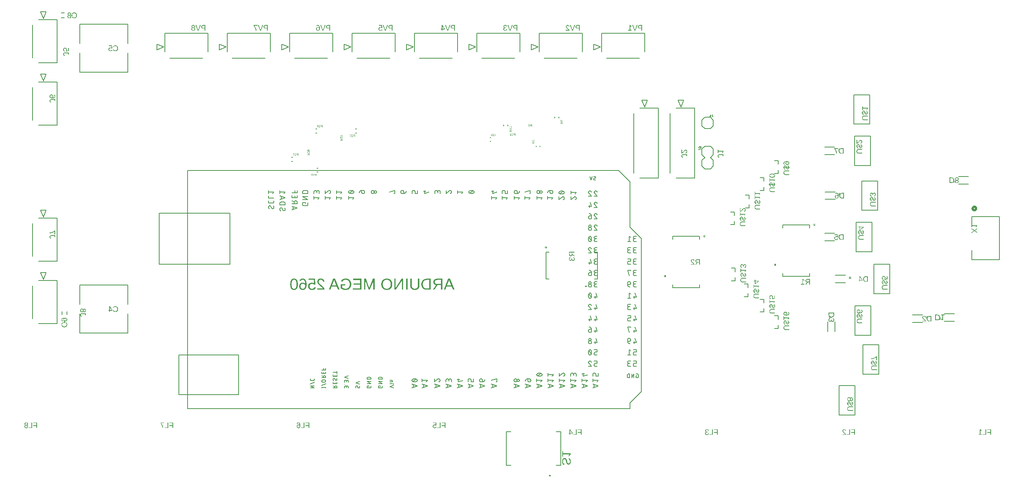
<source format=gbr>
G04 EAGLE Gerber RS-274X export*
G75*
%MOMM*%
%FSLAX34Y34*%
%LPD*%
%INSilkscreen Bottom*%
%IPPOS*%
%AMOC8*
5,1,8,0,0,1.08239X$1,22.5*%
G01*
G04 Define Apertures*
%ADD10C,0.152400*%
%ADD11C,0.203200*%
%ADD12C,0.127000*%
%ADD13C,0.200000*%
%ADD14C,0.508000*%
G36*
X255505Y430784D02*
X261321Y430784D01*
X261321Y432010D01*
X255671Y440331D01*
X254016Y440331D01*
X254016Y432028D01*
X252282Y432028D01*
X252282Y430784D01*
X254016Y430784D01*
X254016Y427990D01*
X255505Y427990D01*
X255505Y430784D01*
G37*
%LPC*%
G36*
X255505Y432028D02*
X255505Y438553D01*
X255750Y438089D01*
X256092Y437511D01*
X259254Y432851D01*
X259727Y432203D01*
X259867Y432028D01*
X255505Y432028D01*
G37*
%LPD*%
G36*
X268232Y427827D02*
X268674Y427863D01*
X269101Y427924D01*
X269513Y428009D01*
X269908Y428118D01*
X270288Y428251D01*
X270652Y428408D01*
X271001Y428590D01*
X271331Y428794D01*
X271641Y429019D01*
X271931Y429265D01*
X272200Y429532D01*
X272450Y429819D01*
X272679Y430127D01*
X272888Y430456D01*
X273076Y430806D01*
X273244Y431174D01*
X273389Y431559D01*
X273511Y431961D01*
X273612Y432379D01*
X273690Y432814D01*
X273746Y433265D01*
X273779Y433733D01*
X273790Y434217D01*
X273784Y434581D01*
X273765Y434935D01*
X273734Y435279D01*
X273691Y435613D01*
X273634Y435937D01*
X273566Y436251D01*
X273485Y436555D01*
X273392Y436849D01*
X273286Y437133D01*
X273167Y437407D01*
X272893Y437925D01*
X272570Y438404D01*
X272196Y438842D01*
X271778Y439234D01*
X271322Y439574D01*
X271080Y439724D01*
X270828Y439861D01*
X270567Y439985D01*
X270295Y440096D01*
X270015Y440195D01*
X269725Y440279D01*
X269425Y440351D01*
X269115Y440410D01*
X268796Y440456D01*
X268468Y440489D01*
X268130Y440508D01*
X267782Y440515D01*
X267299Y440503D01*
X266837Y440467D01*
X266395Y440406D01*
X265973Y440322D01*
X265572Y440214D01*
X265190Y440081D01*
X264829Y439925D01*
X264489Y439744D01*
X264169Y439540D01*
X263871Y439312D01*
X263595Y439061D01*
X263341Y438787D01*
X263109Y438490D01*
X262899Y438169D01*
X262711Y437825D01*
X262544Y437458D01*
X264129Y436932D01*
X264245Y437194D01*
X264377Y437439D01*
X264525Y437669D01*
X264689Y437883D01*
X264869Y438081D01*
X265066Y438263D01*
X265280Y438429D01*
X265509Y438579D01*
X265752Y438713D01*
X266006Y438828D01*
X266272Y438926D01*
X266548Y439006D01*
X266835Y439068D01*
X267134Y439113D01*
X267444Y439139D01*
X267764Y439148D01*
X268262Y439128D01*
X268732Y439066D01*
X269173Y438963D01*
X269586Y438819D01*
X269970Y438633D01*
X270326Y438407D01*
X270653Y438139D01*
X270952Y437830D01*
X271219Y437485D01*
X271451Y437110D01*
X271646Y436704D01*
X271806Y436268D01*
X271931Y435801D01*
X272020Y435304D01*
X272073Y434776D01*
X272091Y434217D01*
X272072Y433664D01*
X272017Y433139D01*
X271924Y432641D01*
X271794Y432171D01*
X271627Y431729D01*
X271423Y431315D01*
X271182Y430928D01*
X270904Y430569D01*
X270594Y430246D01*
X270259Y429966D01*
X269896Y429729D01*
X269508Y429535D01*
X269094Y429384D01*
X268654Y429276D01*
X268187Y429211D01*
X267694Y429190D01*
X267375Y429200D01*
X267066Y429230D01*
X266767Y429280D01*
X266478Y429350D01*
X266200Y429441D01*
X265931Y429551D01*
X265672Y429681D01*
X265424Y429831D01*
X265185Y430002D01*
X264956Y430192D01*
X264738Y430403D01*
X264530Y430633D01*
X264331Y430884D01*
X264143Y431155D01*
X263965Y431445D01*
X263797Y431756D01*
X262430Y431073D01*
X262630Y430686D01*
X262850Y430324D01*
X263089Y429985D01*
X263347Y429669D01*
X263624Y429378D01*
X263921Y429111D01*
X264237Y428867D01*
X264572Y428647D01*
X264924Y428452D01*
X265289Y428283D01*
X265669Y428140D01*
X266062Y428023D01*
X266469Y427932D01*
X266890Y427867D01*
X267324Y427828D01*
X267773Y427815D01*
X268232Y427827D01*
G37*
G36*
X268232Y1012027D02*
X268674Y1012063D01*
X269101Y1012124D01*
X269513Y1012209D01*
X269908Y1012318D01*
X270288Y1012451D01*
X270652Y1012608D01*
X271001Y1012790D01*
X271331Y1012994D01*
X271641Y1013219D01*
X271931Y1013465D01*
X272200Y1013732D01*
X272450Y1014019D01*
X272679Y1014327D01*
X272888Y1014656D01*
X273076Y1015006D01*
X273244Y1015374D01*
X273389Y1015759D01*
X273511Y1016161D01*
X273612Y1016579D01*
X273690Y1017014D01*
X273746Y1017465D01*
X273779Y1017933D01*
X273790Y1018417D01*
X273784Y1018781D01*
X273765Y1019135D01*
X273734Y1019479D01*
X273691Y1019813D01*
X273634Y1020137D01*
X273566Y1020451D01*
X273485Y1020755D01*
X273392Y1021049D01*
X273286Y1021333D01*
X273167Y1021607D01*
X272893Y1022125D01*
X272570Y1022604D01*
X272196Y1023042D01*
X271778Y1023434D01*
X271322Y1023774D01*
X271080Y1023924D01*
X270828Y1024061D01*
X270567Y1024185D01*
X270295Y1024296D01*
X270015Y1024395D01*
X269725Y1024479D01*
X269425Y1024551D01*
X269115Y1024610D01*
X268796Y1024656D01*
X268468Y1024689D01*
X268130Y1024708D01*
X267782Y1024715D01*
X267299Y1024703D01*
X266837Y1024667D01*
X266395Y1024606D01*
X265973Y1024522D01*
X265572Y1024414D01*
X265190Y1024281D01*
X264829Y1024125D01*
X264489Y1023944D01*
X264169Y1023740D01*
X263871Y1023512D01*
X263595Y1023261D01*
X263341Y1022987D01*
X263109Y1022690D01*
X262899Y1022369D01*
X262711Y1022025D01*
X262544Y1021658D01*
X264129Y1021132D01*
X264245Y1021394D01*
X264377Y1021639D01*
X264525Y1021869D01*
X264689Y1022083D01*
X264869Y1022281D01*
X265066Y1022463D01*
X265280Y1022629D01*
X265509Y1022779D01*
X265752Y1022913D01*
X266006Y1023028D01*
X266272Y1023126D01*
X266548Y1023206D01*
X266835Y1023268D01*
X267134Y1023313D01*
X267444Y1023339D01*
X267764Y1023348D01*
X268262Y1023328D01*
X268732Y1023266D01*
X269173Y1023163D01*
X269586Y1023019D01*
X269970Y1022833D01*
X270326Y1022607D01*
X270653Y1022339D01*
X270952Y1022030D01*
X271219Y1021685D01*
X271451Y1021310D01*
X271646Y1020904D01*
X271806Y1020468D01*
X271931Y1020001D01*
X272020Y1019504D01*
X272073Y1018976D01*
X272091Y1018417D01*
X272072Y1017864D01*
X272017Y1017339D01*
X271924Y1016841D01*
X271794Y1016371D01*
X271627Y1015929D01*
X271423Y1015515D01*
X271182Y1015128D01*
X270904Y1014769D01*
X270594Y1014446D01*
X270259Y1014166D01*
X269896Y1013929D01*
X269508Y1013735D01*
X269094Y1013584D01*
X268654Y1013476D01*
X268187Y1013411D01*
X267694Y1013390D01*
X267375Y1013400D01*
X267066Y1013430D01*
X266767Y1013480D01*
X266478Y1013550D01*
X266200Y1013641D01*
X265931Y1013751D01*
X265672Y1013881D01*
X265424Y1014031D01*
X265185Y1014202D01*
X264956Y1014392D01*
X264738Y1014603D01*
X264530Y1014833D01*
X264331Y1015084D01*
X264143Y1015355D01*
X263965Y1015645D01*
X263797Y1015956D01*
X262430Y1015273D01*
X262630Y1014886D01*
X262850Y1014524D01*
X263089Y1014185D01*
X263347Y1013869D01*
X263624Y1013578D01*
X263921Y1013311D01*
X264237Y1013067D01*
X264572Y1012847D01*
X264924Y1012652D01*
X265289Y1012483D01*
X265669Y1012340D01*
X266062Y1012223D01*
X266469Y1012132D01*
X266890Y1012067D01*
X267324Y1012028D01*
X267773Y1012015D01*
X268232Y1012027D01*
G37*
G36*
X257310Y1012027D02*
X257710Y1012062D01*
X258089Y1012121D01*
X258448Y1012203D01*
X258786Y1012309D01*
X259103Y1012439D01*
X259399Y1012592D01*
X259674Y1012768D01*
X259927Y1012967D01*
X260155Y1013187D01*
X260359Y1013428D01*
X260539Y1013690D01*
X260694Y1013973D01*
X260825Y1014277D01*
X260932Y1014603D01*
X261014Y1014949D01*
X259420Y1015133D01*
X259351Y1014911D01*
X259271Y1014704D01*
X259178Y1014511D01*
X259072Y1014332D01*
X258955Y1014168D01*
X258825Y1014017D01*
X258683Y1013882D01*
X258529Y1013760D01*
X258362Y1013653D01*
X258184Y1013560D01*
X257993Y1013481D01*
X257789Y1013417D01*
X257574Y1013367D01*
X257346Y1013331D01*
X257106Y1013309D01*
X256854Y1013302D01*
X256545Y1013314D01*
X256253Y1013350D01*
X255979Y1013410D01*
X255722Y1013494D01*
X255482Y1013602D01*
X255259Y1013733D01*
X255054Y1013889D01*
X254866Y1014069D01*
X254697Y1014269D01*
X254551Y1014488D01*
X254428Y1014724D01*
X254327Y1014979D01*
X254248Y1015251D01*
X254192Y1015541D01*
X254159Y1015849D01*
X254147Y1016175D01*
X254159Y1016459D01*
X254193Y1016730D01*
X254249Y1016986D01*
X254328Y1017228D01*
X254430Y1017457D01*
X254554Y1017671D01*
X254701Y1017872D01*
X254870Y1018058D01*
X255058Y1018227D01*
X255263Y1018372D01*
X255483Y1018496D01*
X255718Y1018597D01*
X255970Y1018675D01*
X256237Y1018732D01*
X256520Y1018765D01*
X256819Y1018776D01*
X257133Y1018764D01*
X257436Y1018726D01*
X257729Y1018663D01*
X258010Y1018575D01*
X258286Y1018457D01*
X258562Y1018303D01*
X258838Y1018115D01*
X259113Y1017892D01*
X260655Y1017892D01*
X260243Y1024531D01*
X253228Y1024531D01*
X253228Y1023191D01*
X258807Y1023191D01*
X259043Y1019276D01*
X258779Y1019460D01*
X258500Y1019621D01*
X258205Y1019756D01*
X257894Y1019867D01*
X257567Y1019953D01*
X257225Y1020015D01*
X256868Y1020052D01*
X256495Y1020064D01*
X256051Y1020047D01*
X255630Y1019997D01*
X255232Y1019914D01*
X254858Y1019797D01*
X254507Y1019647D01*
X254178Y1019463D01*
X253873Y1019246D01*
X253591Y1018995D01*
X253338Y1018718D01*
X253118Y1018421D01*
X252932Y1018103D01*
X252780Y1017765D01*
X252662Y1017407D01*
X252577Y1017028D01*
X252526Y1016629D01*
X252510Y1016210D01*
X252528Y1015735D01*
X252582Y1015286D01*
X252673Y1014862D01*
X252800Y1014465D01*
X252963Y1014094D01*
X253162Y1013748D01*
X253398Y1013429D01*
X253670Y1013136D01*
X253974Y1012873D01*
X254306Y1012645D01*
X254667Y1012453D01*
X255055Y1012295D01*
X255471Y1012173D01*
X255916Y1012085D01*
X256388Y1012032D01*
X256889Y1012015D01*
X257310Y1012027D01*
G37*
G36*
X165146Y1085690D02*
X165601Y1085733D01*
X166028Y1085807D01*
X166429Y1085909D01*
X166802Y1086041D01*
X167149Y1086202D01*
X167468Y1086392D01*
X167761Y1086612D01*
X168023Y1086859D01*
X168250Y1087130D01*
X168442Y1087426D01*
X168599Y1087746D01*
X168721Y1088091D01*
X168808Y1088461D01*
X168860Y1088856D01*
X168878Y1089275D01*
X168867Y1089571D01*
X168835Y1089855D01*
X168780Y1090127D01*
X168705Y1090387D01*
X168607Y1090635D01*
X168489Y1090871D01*
X168348Y1091095D01*
X168186Y1091307D01*
X168007Y1091502D01*
X167816Y1091678D01*
X167613Y1091833D01*
X167398Y1091968D01*
X167170Y1092083D01*
X166931Y1092177D01*
X166680Y1092251D01*
X166417Y1092305D01*
X166417Y1092340D01*
X166662Y1092408D01*
X166894Y1092493D01*
X167112Y1092595D01*
X167318Y1092715D01*
X167510Y1092851D01*
X167689Y1093005D01*
X167854Y1093176D01*
X168006Y1093365D01*
X168143Y1093566D01*
X168261Y1093776D01*
X168361Y1093994D01*
X168443Y1094221D01*
X168507Y1094456D01*
X168552Y1094700D01*
X168580Y1094952D01*
X168589Y1095213D01*
X168572Y1095557D01*
X168523Y1095885D01*
X168440Y1096195D01*
X168325Y1096489D01*
X168176Y1096767D01*
X167995Y1097028D01*
X167781Y1097272D01*
X167533Y1097499D01*
X167258Y1097704D01*
X166960Y1097882D01*
X166640Y1098033D01*
X166297Y1098156D01*
X165932Y1098252D01*
X165544Y1098320D01*
X165133Y1098361D01*
X164700Y1098375D01*
X164256Y1098361D01*
X163837Y1098321D01*
X163441Y1098254D01*
X163070Y1098160D01*
X162722Y1098039D01*
X162398Y1097892D01*
X162099Y1097718D01*
X161823Y1097516D01*
X161575Y1097292D01*
X161361Y1097049D01*
X161180Y1096788D01*
X161031Y1096507D01*
X160916Y1096207D01*
X160833Y1095889D01*
X160784Y1095552D01*
X160767Y1095195D01*
X160777Y1094935D01*
X160804Y1094682D01*
X160850Y1094439D01*
X160914Y1094203D01*
X160997Y1093977D01*
X161097Y1093758D01*
X161217Y1093549D01*
X161354Y1093347D01*
X161508Y1093159D01*
X161674Y1092990D01*
X161692Y1092975D01*
X161855Y1092839D01*
X162048Y1092706D01*
X162255Y1092591D01*
X162476Y1092495D01*
X162710Y1092417D01*
X162957Y1092358D01*
X162957Y1092323D01*
X162670Y1092265D01*
X162399Y1092188D01*
X162144Y1092091D01*
X161906Y1091976D01*
X161684Y1091841D01*
X161479Y1091686D01*
X161290Y1091513D01*
X161151Y1091357D01*
X161118Y1091320D01*
X160964Y1091111D01*
X160830Y1090889D01*
X160717Y1090655D01*
X160625Y1090408D01*
X160553Y1090148D01*
X160502Y1089875D01*
X160471Y1089590D01*
X160461Y1089292D01*
X160478Y1088877D01*
X160529Y1088485D01*
X160614Y1088117D01*
X160732Y1087773D01*
X160885Y1087451D01*
X161072Y1087154D01*
X161292Y1086880D01*
X161547Y1086630D01*
X161833Y1086406D01*
X162149Y1086212D01*
X162494Y1086048D01*
X162869Y1085913D01*
X163274Y1085809D01*
X163708Y1085735D01*
X164172Y1085690D01*
X164665Y1085675D01*
X165146Y1085690D01*
G37*
%LPC*%
G36*
X164336Y1086867D02*
X164045Y1086896D01*
X163774Y1086944D01*
X163524Y1087012D01*
X163295Y1087098D01*
X163086Y1087205D01*
X162897Y1087330D01*
X162729Y1087475D01*
X162581Y1087641D01*
X162453Y1087829D01*
X162345Y1088041D01*
X162256Y1088275D01*
X162187Y1088532D01*
X162138Y1088812D01*
X162109Y1089115D01*
X162099Y1089441D01*
X162109Y1089719D01*
X162141Y1089979D01*
X162195Y1090222D01*
X162269Y1090447D01*
X162366Y1090655D01*
X162483Y1090844D01*
X162622Y1091016D01*
X162782Y1091171D01*
X162961Y1091307D01*
X163158Y1091426D01*
X163372Y1091526D01*
X163603Y1091608D01*
X163851Y1091671D01*
X164117Y1091717D01*
X164400Y1091744D01*
X164700Y1091753D01*
X164992Y1091743D01*
X165267Y1091714D01*
X165526Y1091665D01*
X165768Y1091597D01*
X165995Y1091509D01*
X166204Y1091401D01*
X166397Y1091274D01*
X166574Y1091127D01*
X166732Y1090963D01*
X166869Y1090785D01*
X166985Y1090591D01*
X167080Y1090384D01*
X167154Y1090161D01*
X167207Y1089924D01*
X167238Y1089672D01*
X167249Y1089406D01*
X167239Y1089097D01*
X167208Y1088809D01*
X167157Y1088540D01*
X167086Y1088291D01*
X166995Y1088062D01*
X166883Y1087853D01*
X166751Y1087664D01*
X166598Y1087494D01*
X166426Y1087345D01*
X166233Y1087216D01*
X166019Y1087106D01*
X165785Y1087017D01*
X165531Y1086947D01*
X165257Y1086897D01*
X164962Y1086867D01*
X164647Y1086857D01*
X164336Y1086867D01*
G37*
G36*
X164413Y1092944D02*
X164159Y1092968D01*
X163923Y1093008D01*
X163703Y1093064D01*
X163499Y1093136D01*
X163312Y1093224D01*
X163142Y1093328D01*
X162988Y1093448D01*
X162851Y1093586D01*
X162733Y1093744D01*
X162633Y1093922D01*
X162551Y1094119D01*
X162487Y1094337D01*
X162442Y1094574D01*
X162414Y1094831D01*
X162405Y1095108D01*
X162414Y1095361D01*
X162441Y1095598D01*
X162486Y1095819D01*
X162549Y1096024D01*
X162629Y1096212D01*
X162728Y1096383D01*
X162844Y1096539D01*
X162979Y1096678D01*
X163131Y1096800D01*
X163302Y1096907D01*
X163490Y1096997D01*
X163696Y1097070D01*
X163920Y1097127D01*
X164162Y1097168D01*
X164422Y1097193D01*
X164700Y1097201D01*
X164970Y1097193D01*
X165223Y1097168D01*
X165460Y1097127D01*
X165680Y1097070D01*
X165883Y1096996D01*
X166070Y1096905D01*
X166241Y1096799D01*
X166395Y1096676D01*
X166531Y1096536D01*
X166650Y1096381D01*
X166750Y1096209D01*
X166832Y1096021D01*
X166895Y1095817D01*
X166941Y1095597D01*
X166968Y1095360D01*
X166977Y1095108D01*
X166968Y1094851D01*
X166940Y1094609D01*
X166893Y1094384D01*
X166827Y1094174D01*
X166743Y1093980D01*
X166640Y1093801D01*
X166518Y1093639D01*
X166377Y1093492D01*
X166219Y1093361D01*
X166046Y1093249D01*
X165858Y1093153D01*
X165654Y1093075D01*
X165434Y1093014D01*
X165199Y1092970D01*
X164948Y1092944D01*
X164682Y1092936D01*
X164413Y1092944D01*
G37*
%LPD*%
G36*
X176157Y1085687D02*
X176599Y1085723D01*
X177026Y1085784D01*
X177438Y1085869D01*
X177833Y1085978D01*
X178213Y1086111D01*
X178577Y1086268D01*
X178926Y1086450D01*
X179256Y1086654D01*
X179566Y1086879D01*
X179856Y1087125D01*
X180125Y1087392D01*
X180375Y1087679D01*
X180604Y1087987D01*
X180813Y1088316D01*
X181001Y1088666D01*
X181169Y1089034D01*
X181314Y1089419D01*
X181436Y1089821D01*
X181537Y1090239D01*
X181615Y1090674D01*
X181671Y1091125D01*
X181704Y1091593D01*
X181715Y1092077D01*
X181709Y1092441D01*
X181690Y1092795D01*
X181659Y1093139D01*
X181616Y1093473D01*
X181559Y1093797D01*
X181491Y1094111D01*
X181410Y1094415D01*
X181317Y1094709D01*
X181211Y1094993D01*
X181092Y1095267D01*
X180818Y1095785D01*
X180495Y1096264D01*
X180121Y1096702D01*
X179703Y1097094D01*
X179247Y1097434D01*
X179005Y1097584D01*
X178753Y1097721D01*
X178492Y1097845D01*
X178220Y1097956D01*
X177940Y1098055D01*
X177650Y1098139D01*
X177350Y1098211D01*
X177040Y1098270D01*
X176721Y1098316D01*
X176393Y1098349D01*
X176055Y1098368D01*
X175707Y1098375D01*
X175224Y1098363D01*
X174762Y1098327D01*
X174320Y1098266D01*
X173898Y1098182D01*
X173497Y1098074D01*
X173115Y1097941D01*
X172754Y1097785D01*
X172414Y1097604D01*
X172094Y1097400D01*
X171796Y1097172D01*
X171520Y1096921D01*
X171266Y1096647D01*
X171034Y1096350D01*
X170824Y1096029D01*
X170636Y1095685D01*
X170469Y1095318D01*
X172054Y1094792D01*
X172170Y1095054D01*
X172302Y1095299D01*
X172450Y1095529D01*
X172614Y1095743D01*
X172794Y1095941D01*
X172991Y1096123D01*
X173205Y1096289D01*
X173434Y1096439D01*
X173677Y1096573D01*
X173931Y1096688D01*
X174197Y1096786D01*
X174473Y1096866D01*
X174760Y1096928D01*
X175059Y1096973D01*
X175369Y1096999D01*
X175689Y1097008D01*
X176187Y1096988D01*
X176657Y1096926D01*
X177098Y1096823D01*
X177511Y1096679D01*
X177895Y1096493D01*
X178251Y1096267D01*
X178578Y1095999D01*
X178877Y1095690D01*
X179144Y1095345D01*
X179376Y1094970D01*
X179571Y1094564D01*
X179731Y1094128D01*
X179856Y1093661D01*
X179945Y1093164D01*
X179998Y1092636D01*
X180016Y1092077D01*
X179997Y1091524D01*
X179942Y1090999D01*
X179849Y1090501D01*
X179719Y1090031D01*
X179552Y1089589D01*
X179348Y1089175D01*
X179107Y1088788D01*
X178829Y1088429D01*
X178519Y1088106D01*
X178184Y1087826D01*
X177821Y1087589D01*
X177433Y1087395D01*
X177019Y1087244D01*
X176579Y1087136D01*
X176112Y1087071D01*
X175619Y1087050D01*
X175300Y1087060D01*
X174991Y1087090D01*
X174692Y1087140D01*
X174403Y1087210D01*
X174125Y1087301D01*
X173856Y1087411D01*
X173597Y1087541D01*
X173349Y1087691D01*
X173110Y1087862D01*
X172881Y1088052D01*
X172663Y1088263D01*
X172455Y1088493D01*
X172256Y1088744D01*
X172068Y1089015D01*
X171890Y1089305D01*
X171722Y1089616D01*
X170355Y1088933D01*
X170555Y1088546D01*
X170775Y1088184D01*
X171014Y1087845D01*
X171272Y1087529D01*
X171549Y1087238D01*
X171846Y1086971D01*
X172162Y1086727D01*
X172497Y1086507D01*
X172849Y1086312D01*
X173214Y1086143D01*
X173594Y1086000D01*
X173987Y1085883D01*
X174394Y1085792D01*
X174815Y1085727D01*
X175249Y1085688D01*
X175698Y1085675D01*
X176157Y1085687D01*
G37*
G36*
X156164Y406511D02*
X156609Y406561D01*
X157029Y406646D01*
X157422Y406765D01*
X157789Y406918D01*
X158131Y407104D01*
X158447Y407325D01*
X158737Y407580D01*
X158996Y407864D01*
X159221Y408176D01*
X159412Y408514D01*
X159568Y408878D01*
X159689Y409269D01*
X159775Y409687D01*
X159827Y410131D01*
X159845Y410601D01*
X159839Y410855D01*
X159821Y411100D01*
X159749Y411568D01*
X159630Y412005D01*
X159464Y412410D01*
X159249Y412784D01*
X158987Y413127D01*
X158678Y413439D01*
X158321Y413719D01*
X157916Y413968D01*
X157463Y414183D01*
X156962Y414365D01*
X156414Y414514D01*
X155817Y414630D01*
X155173Y414713D01*
X154480Y414763D01*
X153740Y414779D01*
X152968Y414761D01*
X152242Y414707D01*
X151562Y414616D01*
X150929Y414489D01*
X150341Y414326D01*
X149799Y414126D01*
X149303Y413891D01*
X148853Y413619D01*
X148452Y413313D01*
X148106Y412977D01*
X147812Y412610D01*
X147572Y412212D01*
X147385Y411783D01*
X147312Y411557D01*
X147252Y411324D01*
X147205Y411082D01*
X147172Y410833D01*
X147152Y410577D01*
X147145Y410312D01*
X147154Y409960D01*
X147183Y409626D01*
X147230Y409309D01*
X147297Y409011D01*
X147383Y408730D01*
X147487Y408467D01*
X147611Y408222D01*
X147754Y407996D01*
X147917Y407786D01*
X148105Y407591D01*
X148315Y407412D01*
X148549Y407248D01*
X148807Y407100D01*
X149088Y406967D01*
X149392Y406849D01*
X149720Y406748D01*
X149956Y408254D01*
X149595Y408390D01*
X149282Y408562D01*
X149017Y408769D01*
X148800Y409012D01*
X148632Y409290D01*
X148511Y409604D01*
X148439Y409953D01*
X148421Y410142D01*
X148415Y410339D01*
X148435Y410668D01*
X148494Y410979D01*
X148592Y411271D01*
X148730Y411543D01*
X148907Y411796D01*
X149124Y412030D01*
X149380Y412245D01*
X149676Y412441D01*
X150008Y412616D01*
X150374Y412769D01*
X150773Y412899D01*
X151207Y413008D01*
X151673Y413094D01*
X152174Y413158D01*
X152708Y413200D01*
X153276Y413220D01*
X153084Y413125D01*
X152901Y413014D01*
X152728Y412887D01*
X152565Y412745D01*
X152412Y412587D01*
X152268Y412414D01*
X152134Y412225D01*
X152010Y412020D01*
X151898Y411805D01*
X151801Y411585D01*
X151719Y411360D01*
X151652Y411129D01*
X151600Y410893D01*
X151563Y410652D01*
X151540Y410406D01*
X151533Y410155D01*
X151551Y409749D01*
X151604Y409364D01*
X151693Y409000D01*
X151818Y408657D01*
X151978Y408335D01*
X152173Y408033D01*
X152405Y407752D01*
X152671Y407492D01*
X152968Y407258D01*
X153287Y407055D01*
X153630Y406884D01*
X153996Y406743D01*
X154386Y406634D01*
X154798Y406556D01*
X155234Y406509D01*
X155693Y406494D01*
X156164Y406511D01*
G37*
%LPC*%
G36*
X155365Y408107D02*
X155054Y408137D01*
X154761Y408189D01*
X154486Y408261D01*
X154228Y408353D01*
X153988Y408466D01*
X153765Y408599D01*
X153560Y408753D01*
X153377Y408925D01*
X153218Y409111D01*
X153083Y409311D01*
X152973Y409526D01*
X152887Y409756D01*
X152826Y410000D01*
X152789Y410258D01*
X152777Y410531D01*
X152796Y410867D01*
X152854Y411190D01*
X152951Y411502D01*
X153088Y411801D01*
X153259Y412079D01*
X153463Y412326D01*
X153699Y412541D01*
X153968Y412725D01*
X154262Y412873D01*
X154576Y412978D01*
X154910Y413041D01*
X155264Y413062D01*
X155627Y413052D01*
X155972Y413020D01*
X156299Y412966D01*
X156607Y412892D01*
X156898Y412796D01*
X157170Y412678D01*
X157424Y412539D01*
X157659Y412379D01*
X157872Y412201D01*
X158056Y412009D01*
X158212Y411802D01*
X158339Y411580D01*
X158438Y411344D01*
X158509Y411093D01*
X158552Y410828D01*
X158566Y410549D01*
X158554Y410272D01*
X158518Y410010D01*
X158457Y409763D01*
X158372Y409531D01*
X158263Y409314D01*
X158130Y409112D01*
X157973Y408925D01*
X157791Y408753D01*
X157589Y408599D01*
X157369Y408466D01*
X157133Y408353D01*
X156879Y408261D01*
X156608Y408189D01*
X156320Y408137D01*
X156015Y408107D01*
X155693Y408096D01*
X155365Y408107D01*
G37*
%LPD*%
G36*
X153911Y393601D02*
X154265Y393620D01*
X154609Y393651D01*
X154943Y393695D01*
X155267Y393751D01*
X155581Y393819D01*
X155885Y393900D01*
X156179Y393993D01*
X156463Y394099D01*
X156737Y394218D01*
X157255Y394492D01*
X157734Y394815D01*
X158172Y395189D01*
X158564Y395607D01*
X158904Y396063D01*
X159054Y396305D01*
X159191Y396557D01*
X159315Y396818D01*
X159426Y397090D01*
X159525Y397370D01*
X159609Y397660D01*
X159681Y397960D01*
X159740Y398270D01*
X159786Y398589D01*
X159819Y398917D01*
X159838Y399256D01*
X159845Y399603D01*
X159833Y400086D01*
X159797Y400548D01*
X159736Y400990D01*
X159652Y401412D01*
X159544Y401813D01*
X159411Y402195D01*
X159255Y402556D01*
X159074Y402896D01*
X158870Y403216D01*
X158642Y403514D01*
X158391Y403790D01*
X158117Y404044D01*
X157820Y404276D01*
X157499Y404486D01*
X157155Y404674D01*
X156788Y404841D01*
X156262Y403256D01*
X156524Y403140D01*
X156769Y403008D01*
X156999Y402860D01*
X157213Y402696D01*
X157411Y402516D01*
X157593Y402319D01*
X157759Y402106D01*
X157909Y401876D01*
X158043Y401633D01*
X158158Y401379D01*
X158256Y401113D01*
X158336Y400837D01*
X158398Y400550D01*
X158443Y400251D01*
X158469Y399941D01*
X158478Y399621D01*
X158458Y399123D01*
X158396Y398653D01*
X158293Y398212D01*
X158149Y397799D01*
X157963Y397415D01*
X157737Y397059D01*
X157469Y396732D01*
X157160Y396433D01*
X156815Y396166D01*
X156440Y395935D01*
X156034Y395739D01*
X155598Y395579D01*
X155131Y395454D01*
X154634Y395365D01*
X154106Y395312D01*
X153547Y395294D01*
X152994Y395313D01*
X152469Y395368D01*
X151971Y395461D01*
X151501Y395591D01*
X151059Y395758D01*
X150645Y395962D01*
X150258Y396203D01*
X149899Y396481D01*
X149576Y396791D01*
X149296Y397126D01*
X149059Y397489D01*
X148865Y397877D01*
X148714Y398291D01*
X148606Y398732D01*
X148541Y399198D01*
X148520Y399691D01*
X148530Y400010D01*
X148560Y400319D01*
X148610Y400618D01*
X148680Y400907D01*
X148771Y401185D01*
X148881Y401454D01*
X149011Y401713D01*
X149161Y401961D01*
X149332Y402200D01*
X149522Y402429D01*
X149733Y402647D01*
X149963Y402855D01*
X150214Y403054D01*
X150485Y403242D01*
X150775Y403420D01*
X151086Y403588D01*
X150403Y404955D01*
X150016Y404755D01*
X149654Y404535D01*
X149315Y404296D01*
X148999Y404038D01*
X148708Y403761D01*
X148441Y403464D01*
X148197Y403148D01*
X147977Y402813D01*
X147782Y402461D01*
X147613Y402096D01*
X147470Y401716D01*
X147353Y401323D01*
X147262Y400916D01*
X147197Y400495D01*
X147158Y400061D01*
X147145Y399612D01*
X147157Y399153D01*
X147193Y398711D01*
X147254Y398284D01*
X147339Y397872D01*
X147448Y397477D01*
X147581Y397097D01*
X147738Y396733D01*
X147920Y396384D01*
X148124Y396054D01*
X148349Y395744D01*
X148595Y395454D01*
X148862Y395185D01*
X149149Y394935D01*
X149457Y394706D01*
X149786Y394497D01*
X150136Y394309D01*
X150504Y394141D01*
X150889Y393996D01*
X151291Y393874D01*
X151709Y393773D01*
X152144Y393695D01*
X152595Y393640D01*
X153063Y393606D01*
X153547Y393595D01*
X153911Y393601D01*
G37*
G36*
X2113718Y411883D02*
X2116030Y410981D01*
X2116424Y412137D01*
X2113954Y412776D01*
X2115575Y414966D01*
X2114532Y415597D01*
X2113219Y413337D01*
X2111852Y415579D01*
X2110810Y414949D01*
X2112465Y412776D01*
X2110013Y412137D01*
X2110407Y410963D01*
X2112746Y411901D01*
X2112641Y409299D01*
X2113832Y409299D01*
X2113718Y411883D01*
G37*
G36*
X2108043Y409305D02*
X2108418Y409324D01*
X2108782Y409355D01*
X2109135Y409398D01*
X2109477Y409453D01*
X2109807Y409520D01*
X2110126Y409600D01*
X2110434Y409692D01*
X2110731Y409797D01*
X2111017Y409913D01*
X2111291Y410042D01*
X2111555Y410184D01*
X2111807Y410337D01*
X2112048Y410503D01*
X2112277Y410681D01*
X2112496Y410871D01*
X2112702Y411073D01*
X2112895Y411285D01*
X2113075Y411508D01*
X2113241Y411740D01*
X2113394Y411984D01*
X2113534Y412237D01*
X2113661Y412501D01*
X2113774Y412775D01*
X2113873Y413060D01*
X2113960Y413355D01*
X2114033Y413660D01*
X2114093Y413976D01*
X2114140Y414302D01*
X2114173Y414639D01*
X2114193Y414985D01*
X2114200Y415343D01*
X2114188Y415813D01*
X2114153Y416267D01*
X2114095Y416708D01*
X2114013Y417133D01*
X2113909Y417543D01*
X2113781Y417938D01*
X2113630Y418319D01*
X2113455Y418684D01*
X2113259Y419032D01*
X2113044Y419358D01*
X2112809Y419664D01*
X2112555Y419949D01*
X2112282Y420212D01*
X2111989Y420455D01*
X2111676Y420677D01*
X2111344Y420878D01*
X2110996Y421057D01*
X2110635Y421211D01*
X2110260Y421342D01*
X2109873Y421450D01*
X2109472Y421533D01*
X2109058Y421592D01*
X2108631Y421628D01*
X2108191Y421640D01*
X2103575Y421640D01*
X2103575Y409299D01*
X2107657Y409299D01*
X2108043Y409305D01*
G37*
%LPC*%
G36*
X2105248Y410639D02*
X2105248Y420300D01*
X2107999Y420300D01*
X2108333Y420291D01*
X2108657Y420263D01*
X2108970Y420216D01*
X2109274Y420151D01*
X2109567Y420067D01*
X2109850Y419965D01*
X2110123Y419844D01*
X2110385Y419704D01*
X2110635Y419547D01*
X2110870Y419374D01*
X2111090Y419184D01*
X2111295Y418977D01*
X2111485Y418755D01*
X2111660Y418515D01*
X2111821Y418260D01*
X2111966Y417988D01*
X2112095Y417701D01*
X2112208Y417402D01*
X2112302Y417090D01*
X2112380Y416766D01*
X2112440Y416429D01*
X2112483Y416079D01*
X2112509Y415717D01*
X2112518Y415343D01*
X2112498Y414786D01*
X2112439Y414263D01*
X2112341Y413775D01*
X2112204Y413321D01*
X2112027Y412900D01*
X2111811Y412514D01*
X2111556Y412162D01*
X2111261Y411844D01*
X2110929Y411561D01*
X2110562Y411317D01*
X2110160Y411110D01*
X2109723Y410940D01*
X2109250Y410809D01*
X2108743Y410715D01*
X2108200Y410658D01*
X2107622Y410639D01*
X2105248Y410639D01*
G37*
%LPD*%
G36*
X2121169Y420300D02*
X2124173Y420300D01*
X2124173Y421640D01*
X2116439Y421640D01*
X2116439Y420300D01*
X2119583Y420300D01*
X2119583Y410806D01*
X2116798Y412794D01*
X2116798Y411305D01*
X2119715Y409299D01*
X2121169Y409299D01*
X2121169Y420300D01*
G37*
G36*
X2085401Y414703D02*
X2086768Y412461D01*
X2087810Y413092D01*
X2086155Y415264D01*
X2088607Y415903D01*
X2088213Y417077D01*
X2085874Y416140D01*
X2085979Y418741D01*
X2084788Y418741D01*
X2084902Y416157D01*
X2082590Y417059D01*
X2082196Y415903D01*
X2084666Y415264D01*
X2083045Y413074D01*
X2084088Y412443D01*
X2085401Y414703D01*
G37*
G36*
X2095045Y418741D02*
X2090963Y418741D01*
X2090577Y418735D01*
X2090202Y418716D01*
X2089838Y418686D01*
X2089485Y418643D01*
X2089143Y418587D01*
X2088813Y418520D01*
X2088494Y418440D01*
X2088186Y418348D01*
X2087889Y418243D01*
X2087603Y418127D01*
X2087329Y417998D01*
X2087065Y417856D01*
X2086813Y417703D01*
X2086572Y417537D01*
X2086343Y417359D01*
X2086124Y417169D01*
X2085918Y416967D01*
X2085725Y416755D01*
X2085545Y416532D01*
X2085379Y416300D01*
X2085226Y416056D01*
X2085086Y415803D01*
X2084959Y415539D01*
X2084846Y415265D01*
X2084747Y414980D01*
X2084660Y414685D01*
X2084587Y414380D01*
X2084527Y414064D01*
X2084480Y413738D01*
X2084447Y413401D01*
X2084427Y413055D01*
X2084420Y412697D01*
X2084432Y412228D01*
X2084467Y411773D01*
X2084525Y411332D01*
X2084607Y410907D01*
X2084711Y410497D01*
X2084839Y410102D01*
X2084990Y409721D01*
X2085165Y409356D01*
X2085361Y409008D01*
X2085576Y408682D01*
X2085811Y408376D01*
X2086065Y408091D01*
X2086338Y407828D01*
X2086631Y407585D01*
X2086944Y407363D01*
X2087276Y407162D01*
X2087624Y406983D01*
X2087985Y406829D01*
X2088360Y406698D01*
X2088747Y406590D01*
X2089148Y406507D01*
X2089562Y406448D01*
X2089989Y406412D01*
X2090429Y406400D01*
X2095045Y406400D01*
X2095045Y418741D01*
G37*
%LPC*%
G36*
X2090622Y407740D02*
X2090287Y407749D01*
X2089963Y407777D01*
X2089650Y407824D01*
X2089346Y407889D01*
X2089053Y407973D01*
X2088770Y408075D01*
X2088497Y408196D01*
X2088235Y408336D01*
X2087985Y408493D01*
X2087750Y408666D01*
X2087530Y408856D01*
X2087325Y409063D01*
X2087135Y409285D01*
X2086960Y409525D01*
X2086799Y409780D01*
X2086654Y410052D01*
X2086525Y410339D01*
X2086413Y410638D01*
X2086318Y410950D01*
X2086240Y411274D01*
X2086180Y411611D01*
X2086137Y411961D01*
X2086111Y412323D01*
X2086102Y412697D01*
X2086122Y413254D01*
X2086181Y413777D01*
X2086279Y414265D01*
X2086416Y414720D01*
X2086593Y415140D01*
X2086809Y415526D01*
X2087064Y415878D01*
X2087359Y416196D01*
X2087691Y416479D01*
X2088058Y416723D01*
X2088460Y416930D01*
X2088897Y417100D01*
X2089370Y417231D01*
X2089877Y417325D01*
X2090420Y417382D01*
X2090998Y417401D01*
X2093372Y417401D01*
X2093372Y407740D01*
X2090622Y407740D01*
G37*
%LPD*%
G36*
X2082645Y407512D02*
X2082409Y408010D01*
X2082149Y408477D01*
X2081864Y408914D01*
X2081555Y409321D01*
X2081229Y409704D01*
X2080895Y410068D01*
X2080552Y410413D01*
X2080202Y410740D01*
X2079495Y411352D01*
X2078796Y411918D01*
X2078133Y412461D01*
X2077539Y413004D01*
X2077272Y413279D01*
X2077032Y413560D01*
X2076819Y413848D01*
X2076632Y414143D01*
X2076481Y414450D01*
X2076373Y414778D01*
X2076308Y415125D01*
X2076286Y415491D01*
X2076296Y415738D01*
X2076324Y415971D01*
X2076370Y416189D01*
X2076435Y416393D01*
X2076519Y416583D01*
X2076621Y416759D01*
X2076742Y416921D01*
X2076882Y417068D01*
X2077038Y417199D01*
X2077209Y417313D01*
X2077394Y417409D01*
X2077594Y417488D01*
X2077808Y417550D01*
X2078037Y417593D01*
X2078280Y417620D01*
X2078537Y417628D01*
X2078784Y417620D01*
X2079019Y417594D01*
X2079243Y417551D01*
X2079456Y417492D01*
X2079658Y417415D01*
X2079849Y417321D01*
X2080028Y417209D01*
X2080197Y417081D01*
X2080352Y416937D01*
X2080490Y416780D01*
X2080611Y416608D01*
X2080715Y416423D01*
X2080802Y416224D01*
X2080873Y416011D01*
X2080927Y415784D01*
X2080964Y415544D01*
X2082575Y415693D01*
X2082517Y416053D01*
X2082431Y416395D01*
X2082316Y416718D01*
X2082173Y417022D01*
X2082002Y417307D01*
X2081802Y417573D01*
X2081574Y417820D01*
X2081318Y418049D01*
X2081038Y418254D01*
X2080739Y418432D01*
X2080420Y418583D01*
X2080082Y418706D01*
X2079725Y418802D01*
X2079348Y418870D01*
X2078953Y418911D01*
X2078537Y418925D01*
X2078084Y418911D01*
X2077659Y418870D01*
X2077260Y418801D01*
X2076888Y418705D01*
X2076542Y418581D01*
X2076224Y418430D01*
X2075933Y418251D01*
X2075669Y418044D01*
X2075434Y417813D01*
X2075230Y417558D01*
X2075058Y417280D01*
X2074917Y416979D01*
X2074807Y416655D01*
X2074729Y416308D01*
X2074682Y415937D01*
X2074666Y415544D01*
X2074687Y415185D01*
X2074748Y414828D01*
X2074851Y414472D01*
X2074995Y414116D01*
X2075179Y413762D01*
X2075403Y413407D01*
X2075667Y413052D01*
X2075971Y412697D01*
X2076369Y412294D01*
X2076915Y411793D01*
X2077608Y411195D01*
X2078450Y410499D01*
X2078928Y410097D01*
X2079354Y409716D01*
X2079729Y409355D01*
X2080053Y409014D01*
X2080330Y408687D01*
X2080565Y408365D01*
X2080759Y408050D01*
X2080911Y407740D01*
X2074473Y407740D01*
X2074473Y406400D01*
X2082645Y406400D01*
X2082645Y407512D01*
G37*
G36*
X1868196Y415886D02*
X1870386Y414265D01*
X1871017Y415308D01*
X1868757Y416621D01*
X1870999Y417988D01*
X1870369Y419030D01*
X1868196Y417375D01*
X1867557Y419827D01*
X1866383Y419433D01*
X1867321Y417094D01*
X1864719Y417199D01*
X1864719Y416008D01*
X1867303Y416122D01*
X1866401Y413810D01*
X1867557Y413416D01*
X1868196Y415886D01*
G37*
G36*
X1871233Y415652D02*
X1871687Y415687D01*
X1872128Y415745D01*
X1872553Y415827D01*
X1872963Y415931D01*
X1873358Y416059D01*
X1873739Y416210D01*
X1874104Y416385D01*
X1874452Y416581D01*
X1874778Y416796D01*
X1875084Y417031D01*
X1875369Y417285D01*
X1875632Y417558D01*
X1875875Y417851D01*
X1876097Y418164D01*
X1876298Y418496D01*
X1876477Y418844D01*
X1876631Y419205D01*
X1876762Y419580D01*
X1876870Y419967D01*
X1876953Y420368D01*
X1877012Y420782D01*
X1877048Y421209D01*
X1877060Y421649D01*
X1877060Y426265D01*
X1864719Y426265D01*
X1864719Y422183D01*
X1864725Y421797D01*
X1864744Y421422D01*
X1864775Y421058D01*
X1864818Y420705D01*
X1864873Y420363D01*
X1864940Y420033D01*
X1865020Y419714D01*
X1865112Y419406D01*
X1865217Y419109D01*
X1865333Y418823D01*
X1865462Y418549D01*
X1865604Y418285D01*
X1865757Y418033D01*
X1865923Y417792D01*
X1866101Y417563D01*
X1866291Y417344D01*
X1866493Y417138D01*
X1866705Y416945D01*
X1866928Y416765D01*
X1867160Y416599D01*
X1867404Y416446D01*
X1867657Y416306D01*
X1867921Y416179D01*
X1868195Y416066D01*
X1868480Y415967D01*
X1868775Y415880D01*
X1869080Y415807D01*
X1869396Y415747D01*
X1869722Y415700D01*
X1870059Y415667D01*
X1870405Y415647D01*
X1870763Y415640D01*
X1871233Y415652D01*
G37*
%LPC*%
G36*
X1870206Y417342D02*
X1869683Y417401D01*
X1869195Y417499D01*
X1868741Y417636D01*
X1868320Y417813D01*
X1867934Y418029D01*
X1867582Y418284D01*
X1867264Y418579D01*
X1866981Y418911D01*
X1866737Y419278D01*
X1866530Y419680D01*
X1866360Y420117D01*
X1866229Y420590D01*
X1866135Y421097D01*
X1866078Y421640D01*
X1866059Y422218D01*
X1866059Y424592D01*
X1875720Y424592D01*
X1875720Y421842D01*
X1875711Y421507D01*
X1875683Y421183D01*
X1875636Y420870D01*
X1875571Y420566D01*
X1875487Y420273D01*
X1875385Y419990D01*
X1875264Y419717D01*
X1875124Y419455D01*
X1874967Y419205D01*
X1874794Y418970D01*
X1874604Y418750D01*
X1874397Y418545D01*
X1874175Y418355D01*
X1873935Y418180D01*
X1873680Y418019D01*
X1873408Y417874D01*
X1873121Y417745D01*
X1872822Y417633D01*
X1872510Y417538D01*
X1872186Y417460D01*
X1871849Y417400D01*
X1871499Y417357D01*
X1871137Y417331D01*
X1870763Y417322D01*
X1870206Y417342D01*
G37*
%LPD*%
G36*
X1874068Y405597D02*
X1874459Y405647D01*
X1874826Y405732D01*
X1875168Y405851D01*
X1875487Y406004D01*
X1875781Y406190D01*
X1876052Y406411D01*
X1876298Y406666D01*
X1876518Y406952D01*
X1876708Y407267D01*
X1876869Y407611D01*
X1877001Y407984D01*
X1877103Y408386D01*
X1877177Y408817D01*
X1877221Y409277D01*
X1877235Y409766D01*
X1877222Y410223D01*
X1877182Y410656D01*
X1877116Y411065D01*
X1877024Y411451D01*
X1876905Y411813D01*
X1876760Y412151D01*
X1876588Y412466D01*
X1876390Y412757D01*
X1876166Y413022D01*
X1875917Y413259D01*
X1875642Y413467D01*
X1875342Y413647D01*
X1875017Y413799D01*
X1874666Y413922D01*
X1874291Y414017D01*
X1873889Y414084D01*
X1873741Y412455D01*
X1874006Y412408D01*
X1874254Y412344D01*
X1874485Y412264D01*
X1874699Y412169D01*
X1874895Y412057D01*
X1875075Y411929D01*
X1875237Y411785D01*
X1875383Y411625D01*
X1875511Y411449D01*
X1875622Y411257D01*
X1875716Y411049D01*
X1875793Y410824D01*
X1875853Y410584D01*
X1875896Y410327D01*
X1875922Y410055D01*
X1875930Y409766D01*
X1875921Y409476D01*
X1875894Y409203D01*
X1875848Y408945D01*
X1875783Y408703D01*
X1875701Y408477D01*
X1875600Y408268D01*
X1875481Y408074D01*
X1875343Y407896D01*
X1875188Y407737D01*
X1875014Y407599D01*
X1874823Y407483D01*
X1874614Y407387D01*
X1874387Y407313D01*
X1874143Y407260D01*
X1873881Y407228D01*
X1873600Y407217D01*
X1873356Y407230D01*
X1873124Y407266D01*
X1872907Y407326D01*
X1872704Y407411D01*
X1872514Y407520D01*
X1872338Y407653D01*
X1872176Y407811D01*
X1872028Y407993D01*
X1871896Y408197D01*
X1871781Y408423D01*
X1871684Y408671D01*
X1871605Y408940D01*
X1871543Y409230D01*
X1871499Y409542D01*
X1871472Y409875D01*
X1871463Y410230D01*
X1871463Y411124D01*
X1870097Y411124D01*
X1870097Y410265D01*
X1870088Y409950D01*
X1870062Y409654D01*
X1870018Y409375D01*
X1869956Y409115D01*
X1869876Y408873D01*
X1869779Y408649D01*
X1869664Y408443D01*
X1869532Y408255D01*
X1869384Y408088D01*
X1869223Y407943D01*
X1869047Y407820D01*
X1868859Y407720D01*
X1868657Y407642D01*
X1868441Y407586D01*
X1868212Y407553D01*
X1867969Y407541D01*
X1867728Y407551D01*
X1867500Y407578D01*
X1867285Y407623D01*
X1867083Y407687D01*
X1866894Y407769D01*
X1866718Y407869D01*
X1866555Y407987D01*
X1866405Y408124D01*
X1866271Y408278D01*
X1866154Y408450D01*
X1866056Y408640D01*
X1865975Y408848D01*
X1865912Y409073D01*
X1865867Y409315D01*
X1865841Y409576D01*
X1865832Y409854D01*
X1865840Y410108D01*
X1865865Y410350D01*
X1865907Y410579D01*
X1865965Y410796D01*
X1866040Y411001D01*
X1866132Y411193D01*
X1866241Y411373D01*
X1866366Y411540D01*
X1866506Y411692D01*
X1866660Y411828D01*
X1866828Y411947D01*
X1867010Y412049D01*
X1867205Y412134D01*
X1867414Y412202D01*
X1867636Y412254D01*
X1867872Y412289D01*
X1867750Y413874D01*
X1867381Y413816D01*
X1867034Y413730D01*
X1866707Y413615D01*
X1866401Y413472D01*
X1866116Y413301D01*
X1865851Y413101D01*
X1865608Y412873D01*
X1865385Y412617D01*
X1865186Y412337D01*
X1865013Y412038D01*
X1864867Y411719D01*
X1864748Y411381D01*
X1864655Y411024D01*
X1864588Y410647D01*
X1864549Y410251D01*
X1864535Y409836D01*
X1864549Y409385D01*
X1864589Y408960D01*
X1864657Y408560D01*
X1864751Y408186D01*
X1864872Y407839D01*
X1865021Y407517D01*
X1865196Y407220D01*
X1865398Y406950D01*
X1865624Y406709D01*
X1865872Y406500D01*
X1866141Y406323D01*
X1866430Y406178D01*
X1866742Y406066D01*
X1867074Y405985D01*
X1867427Y405937D01*
X1867802Y405921D01*
X1868091Y405931D01*
X1868366Y405962D01*
X1868627Y406014D01*
X1868874Y406086D01*
X1869107Y406179D01*
X1869327Y406293D01*
X1869533Y406427D01*
X1869725Y406582D01*
X1869902Y406757D01*
X1870065Y406951D01*
X1870213Y407163D01*
X1870346Y407394D01*
X1870463Y407643D01*
X1870566Y407912D01*
X1870654Y408199D01*
X1870728Y408505D01*
X1870763Y408505D01*
X1870810Y408169D01*
X1870876Y407851D01*
X1870963Y407553D01*
X1871069Y407274D01*
X1871195Y407015D01*
X1871341Y406774D01*
X1871506Y406553D01*
X1871691Y406350D01*
X1871892Y406170D01*
X1872106Y406013D01*
X1872332Y405881D01*
X1872571Y405772D01*
X1872823Y405688D01*
X1873087Y405628D01*
X1873364Y405592D01*
X1873653Y405580D01*
X1874068Y405597D01*
G37*
G36*
X1912681Y503603D02*
X1914048Y501361D01*
X1915090Y501992D01*
X1913435Y504164D01*
X1915887Y504803D01*
X1915493Y505977D01*
X1913154Y505040D01*
X1913259Y507641D01*
X1912068Y507641D01*
X1912182Y505057D01*
X1909870Y505959D01*
X1909476Y504803D01*
X1911946Y504164D01*
X1910325Y501974D01*
X1911368Y501343D01*
X1912681Y503603D01*
G37*
G36*
X1952805Y507641D02*
X1948723Y507641D01*
X1948337Y507635D01*
X1947962Y507616D01*
X1947598Y507586D01*
X1947245Y507543D01*
X1946903Y507487D01*
X1946573Y507420D01*
X1946254Y507340D01*
X1945946Y507248D01*
X1945649Y507143D01*
X1945363Y507027D01*
X1945089Y506898D01*
X1944825Y506756D01*
X1944573Y506603D01*
X1944332Y506437D01*
X1944103Y506259D01*
X1943884Y506069D01*
X1943678Y505867D01*
X1943485Y505655D01*
X1943305Y505432D01*
X1943139Y505200D01*
X1942986Y504956D01*
X1942846Y504703D01*
X1942719Y504439D01*
X1942606Y504165D01*
X1942507Y503880D01*
X1942420Y503585D01*
X1942347Y503280D01*
X1942287Y502964D01*
X1942240Y502638D01*
X1942207Y502301D01*
X1942187Y501955D01*
X1942180Y501597D01*
X1942192Y501128D01*
X1942227Y500673D01*
X1942285Y500232D01*
X1942367Y499807D01*
X1942471Y499397D01*
X1942599Y499002D01*
X1942750Y498621D01*
X1942925Y498256D01*
X1943121Y497908D01*
X1943336Y497582D01*
X1943571Y497276D01*
X1943825Y496991D01*
X1944098Y496728D01*
X1944391Y496485D01*
X1944704Y496263D01*
X1945036Y496062D01*
X1945384Y495883D01*
X1945745Y495729D01*
X1946120Y495598D01*
X1946507Y495490D01*
X1946908Y495407D01*
X1947322Y495348D01*
X1947749Y495312D01*
X1948189Y495300D01*
X1952805Y495300D01*
X1952805Y507641D01*
G37*
%LPC*%
G36*
X1948382Y496640D02*
X1948047Y496649D01*
X1947723Y496677D01*
X1947410Y496724D01*
X1947106Y496789D01*
X1946813Y496873D01*
X1946530Y496975D01*
X1946257Y497096D01*
X1945995Y497236D01*
X1945745Y497393D01*
X1945510Y497566D01*
X1945290Y497756D01*
X1945085Y497963D01*
X1944895Y498185D01*
X1944720Y498425D01*
X1944559Y498680D01*
X1944414Y498952D01*
X1944285Y499239D01*
X1944173Y499538D01*
X1944078Y499850D01*
X1944000Y500174D01*
X1943940Y500511D01*
X1943897Y500861D01*
X1943871Y501223D01*
X1943862Y501597D01*
X1943882Y502154D01*
X1943941Y502677D01*
X1944039Y503165D01*
X1944176Y503620D01*
X1944353Y504040D01*
X1944569Y504426D01*
X1944824Y504778D01*
X1945119Y505096D01*
X1945451Y505379D01*
X1945818Y505623D01*
X1946220Y505830D01*
X1946657Y506000D01*
X1947130Y506131D01*
X1947637Y506225D01*
X1948180Y506282D01*
X1948758Y506301D01*
X1951132Y506301D01*
X1951132Y496640D01*
X1948382Y496640D01*
G37*
%LPD*%
G36*
X1935080Y498094D02*
X1940896Y498094D01*
X1940896Y499320D01*
X1935246Y507641D01*
X1933591Y507641D01*
X1933591Y499338D01*
X1931857Y499338D01*
X1931857Y498094D01*
X1933591Y498094D01*
X1933591Y495300D01*
X1935080Y495300D01*
X1935080Y498094D01*
G37*
%LPC*%
G36*
X1935080Y499338D02*
X1935080Y505863D01*
X1935325Y505399D01*
X1935667Y504821D01*
X1938829Y500161D01*
X1939302Y499513D01*
X1939442Y499338D01*
X1935080Y499338D01*
G37*
%LPD*%
G36*
X1888551Y597583D02*
X1889918Y595341D01*
X1890960Y595972D01*
X1889305Y598144D01*
X1891757Y598783D01*
X1891363Y599957D01*
X1889024Y599020D01*
X1889129Y601621D01*
X1887938Y601621D01*
X1888052Y599037D01*
X1885740Y599939D01*
X1885346Y598783D01*
X1887816Y598144D01*
X1886195Y595954D01*
X1887238Y595323D01*
X1888551Y597583D01*
G37*
G36*
X1898195Y601621D02*
X1894113Y601621D01*
X1893727Y601615D01*
X1893352Y601596D01*
X1892988Y601566D01*
X1892635Y601523D01*
X1892293Y601467D01*
X1891963Y601400D01*
X1891644Y601320D01*
X1891336Y601228D01*
X1891039Y601123D01*
X1890753Y601007D01*
X1890479Y600878D01*
X1890215Y600736D01*
X1889963Y600583D01*
X1889722Y600417D01*
X1889493Y600239D01*
X1889274Y600049D01*
X1889068Y599847D01*
X1888875Y599635D01*
X1888695Y599412D01*
X1888529Y599180D01*
X1888376Y598936D01*
X1888236Y598683D01*
X1888109Y598419D01*
X1887996Y598145D01*
X1887897Y597860D01*
X1887810Y597565D01*
X1887737Y597260D01*
X1887677Y596944D01*
X1887630Y596618D01*
X1887597Y596281D01*
X1887577Y595935D01*
X1887570Y595577D01*
X1887582Y595108D01*
X1887617Y594653D01*
X1887675Y594212D01*
X1887757Y593787D01*
X1887861Y593377D01*
X1887989Y592982D01*
X1888140Y592601D01*
X1888315Y592236D01*
X1888511Y591888D01*
X1888726Y591562D01*
X1888961Y591256D01*
X1889215Y590971D01*
X1889488Y590708D01*
X1889781Y590465D01*
X1890094Y590243D01*
X1890426Y590042D01*
X1890774Y589863D01*
X1891135Y589709D01*
X1891510Y589578D01*
X1891897Y589470D01*
X1892298Y589387D01*
X1892712Y589328D01*
X1893139Y589292D01*
X1893579Y589280D01*
X1898195Y589280D01*
X1898195Y601621D01*
G37*
%LPC*%
G36*
X1893772Y590620D02*
X1893437Y590629D01*
X1893113Y590657D01*
X1892800Y590704D01*
X1892496Y590769D01*
X1892203Y590853D01*
X1891920Y590955D01*
X1891647Y591076D01*
X1891385Y591216D01*
X1891135Y591373D01*
X1890900Y591546D01*
X1890680Y591736D01*
X1890475Y591943D01*
X1890285Y592165D01*
X1890110Y592405D01*
X1889949Y592660D01*
X1889804Y592932D01*
X1889675Y593219D01*
X1889563Y593518D01*
X1889468Y593830D01*
X1889390Y594154D01*
X1889330Y594491D01*
X1889287Y594841D01*
X1889261Y595203D01*
X1889252Y595577D01*
X1889272Y596134D01*
X1889331Y596657D01*
X1889429Y597145D01*
X1889566Y597600D01*
X1889743Y598020D01*
X1889959Y598406D01*
X1890214Y598758D01*
X1890509Y599076D01*
X1890841Y599359D01*
X1891208Y599603D01*
X1891610Y599810D01*
X1892047Y599980D01*
X1892520Y600111D01*
X1893027Y600205D01*
X1893570Y600262D01*
X1894148Y600281D01*
X1896522Y600281D01*
X1896522Y590620D01*
X1893772Y590620D01*
G37*
%LPD*%
G36*
X1882275Y589117D02*
X1882675Y589152D01*
X1883054Y589211D01*
X1883413Y589293D01*
X1883751Y589399D01*
X1884068Y589529D01*
X1884364Y589682D01*
X1884639Y589858D01*
X1884892Y590057D01*
X1885120Y590277D01*
X1885324Y590518D01*
X1885504Y590780D01*
X1885659Y591063D01*
X1885790Y591367D01*
X1885897Y591693D01*
X1885979Y592039D01*
X1884385Y592223D01*
X1884316Y592001D01*
X1884236Y591794D01*
X1884143Y591601D01*
X1884037Y591422D01*
X1883920Y591258D01*
X1883790Y591107D01*
X1883648Y590972D01*
X1883494Y590850D01*
X1883327Y590743D01*
X1883149Y590650D01*
X1882958Y590571D01*
X1882754Y590507D01*
X1882539Y590457D01*
X1882311Y590421D01*
X1882071Y590399D01*
X1881819Y590392D01*
X1881510Y590404D01*
X1881218Y590440D01*
X1880944Y590500D01*
X1880687Y590584D01*
X1880447Y590692D01*
X1880224Y590823D01*
X1880019Y590979D01*
X1879831Y591159D01*
X1879662Y591359D01*
X1879516Y591578D01*
X1879393Y591814D01*
X1879292Y592069D01*
X1879213Y592341D01*
X1879157Y592631D01*
X1879124Y592939D01*
X1879112Y593265D01*
X1879124Y593549D01*
X1879158Y593820D01*
X1879214Y594076D01*
X1879293Y594318D01*
X1879395Y594547D01*
X1879519Y594761D01*
X1879666Y594962D01*
X1879835Y595148D01*
X1880023Y595317D01*
X1880228Y595462D01*
X1880448Y595586D01*
X1880683Y595687D01*
X1880935Y595765D01*
X1881202Y595822D01*
X1881485Y595855D01*
X1881784Y595866D01*
X1882098Y595854D01*
X1882401Y595816D01*
X1882694Y595753D01*
X1882975Y595665D01*
X1883251Y595547D01*
X1883527Y595393D01*
X1883803Y595205D01*
X1884078Y594982D01*
X1885620Y594982D01*
X1885208Y601621D01*
X1878193Y601621D01*
X1878193Y600281D01*
X1883772Y600281D01*
X1884008Y596366D01*
X1883744Y596550D01*
X1883465Y596711D01*
X1883170Y596846D01*
X1882859Y596957D01*
X1882532Y597043D01*
X1882190Y597105D01*
X1881833Y597142D01*
X1881460Y597154D01*
X1881016Y597137D01*
X1880595Y597087D01*
X1880197Y597004D01*
X1879823Y596887D01*
X1879472Y596737D01*
X1879143Y596553D01*
X1878838Y596336D01*
X1878556Y596085D01*
X1878303Y595808D01*
X1878083Y595511D01*
X1877897Y595193D01*
X1877745Y594855D01*
X1877627Y594497D01*
X1877542Y594118D01*
X1877491Y593719D01*
X1877475Y593300D01*
X1877493Y592825D01*
X1877547Y592376D01*
X1877638Y591952D01*
X1877765Y591555D01*
X1877928Y591184D01*
X1878127Y590838D01*
X1878363Y590519D01*
X1878635Y590226D01*
X1878939Y589963D01*
X1879271Y589735D01*
X1879632Y589543D01*
X1880020Y589385D01*
X1880436Y589263D01*
X1880881Y589175D01*
X1881353Y589122D01*
X1881854Y589105D01*
X1882275Y589117D01*
G37*
G36*
X1889821Y690293D02*
X1891188Y688051D01*
X1892230Y688682D01*
X1890575Y690854D01*
X1893027Y691493D01*
X1892633Y692667D01*
X1890294Y691730D01*
X1890399Y694331D01*
X1889208Y694331D01*
X1889322Y691747D01*
X1887010Y692649D01*
X1886616Y691493D01*
X1889086Y690854D01*
X1887465Y688664D01*
X1888508Y688033D01*
X1889821Y690293D01*
G37*
G36*
X1899465Y694331D02*
X1895383Y694331D01*
X1894997Y694325D01*
X1894622Y694306D01*
X1894258Y694276D01*
X1893905Y694233D01*
X1893563Y694177D01*
X1893233Y694110D01*
X1892914Y694030D01*
X1892606Y693938D01*
X1892309Y693833D01*
X1892023Y693717D01*
X1891749Y693588D01*
X1891485Y693446D01*
X1891233Y693293D01*
X1890992Y693127D01*
X1890763Y692949D01*
X1890544Y692759D01*
X1890338Y692557D01*
X1890145Y692345D01*
X1889965Y692122D01*
X1889799Y691890D01*
X1889646Y691646D01*
X1889506Y691393D01*
X1889379Y691129D01*
X1889266Y690855D01*
X1889167Y690570D01*
X1889080Y690275D01*
X1889007Y689970D01*
X1888947Y689654D01*
X1888900Y689328D01*
X1888867Y688991D01*
X1888847Y688645D01*
X1888840Y688287D01*
X1888852Y687818D01*
X1888887Y687363D01*
X1888945Y686922D01*
X1889027Y686497D01*
X1889131Y686087D01*
X1889259Y685692D01*
X1889410Y685311D01*
X1889585Y684946D01*
X1889781Y684598D01*
X1889996Y684272D01*
X1890231Y683966D01*
X1890485Y683681D01*
X1890758Y683418D01*
X1891051Y683175D01*
X1891364Y682953D01*
X1891696Y682752D01*
X1892044Y682573D01*
X1892405Y682419D01*
X1892780Y682288D01*
X1893167Y682180D01*
X1893568Y682097D01*
X1893982Y682038D01*
X1894409Y682002D01*
X1894849Y681990D01*
X1899465Y681990D01*
X1899465Y694331D01*
G37*
%LPC*%
G36*
X1895042Y683330D02*
X1894707Y683339D01*
X1894383Y683367D01*
X1894070Y683414D01*
X1893766Y683479D01*
X1893473Y683563D01*
X1893190Y683665D01*
X1892917Y683786D01*
X1892655Y683926D01*
X1892405Y684083D01*
X1892170Y684256D01*
X1891950Y684446D01*
X1891745Y684653D01*
X1891555Y684875D01*
X1891380Y685115D01*
X1891219Y685370D01*
X1891074Y685642D01*
X1890945Y685929D01*
X1890833Y686228D01*
X1890738Y686540D01*
X1890660Y686864D01*
X1890600Y687201D01*
X1890557Y687551D01*
X1890531Y687913D01*
X1890522Y688287D01*
X1890542Y688844D01*
X1890601Y689367D01*
X1890699Y689855D01*
X1890836Y690310D01*
X1891013Y690730D01*
X1891229Y691116D01*
X1891484Y691468D01*
X1891779Y691786D01*
X1892111Y692069D01*
X1892478Y692313D01*
X1892880Y692520D01*
X1893317Y692690D01*
X1893790Y692821D01*
X1894297Y692915D01*
X1894840Y692972D01*
X1895418Y692991D01*
X1897792Y692991D01*
X1897792Y683330D01*
X1895042Y683330D01*
G37*
%LPD*%
G36*
X1883021Y681821D02*
X1883271Y681839D01*
X1883746Y681912D01*
X1884190Y682033D01*
X1884604Y682202D01*
X1884987Y682420D01*
X1885340Y682687D01*
X1885662Y683002D01*
X1885953Y683365D01*
X1886211Y683775D01*
X1886436Y684228D01*
X1886625Y684726D01*
X1886780Y685268D01*
X1886901Y685854D01*
X1886987Y686484D01*
X1887039Y687158D01*
X1887056Y687876D01*
X1887038Y688654D01*
X1886985Y689385D01*
X1886895Y690071D01*
X1886770Y690709D01*
X1886608Y691301D01*
X1886411Y691847D01*
X1886178Y692346D01*
X1885909Y692798D01*
X1885607Y693200D01*
X1885275Y693549D01*
X1884912Y693844D01*
X1884519Y694086D01*
X1884095Y694273D01*
X1883872Y694347D01*
X1883641Y694407D01*
X1883403Y694454D01*
X1883157Y694488D01*
X1882903Y694508D01*
X1882642Y694515D01*
X1882301Y694505D01*
X1881976Y694475D01*
X1881667Y694426D01*
X1881374Y694358D01*
X1881098Y694269D01*
X1880837Y694161D01*
X1880593Y694034D01*
X1880365Y693886D01*
X1880153Y693719D01*
X1879957Y693533D01*
X1879777Y693327D01*
X1879614Y693101D01*
X1879466Y692855D01*
X1879335Y692590D01*
X1879220Y692305D01*
X1879121Y692001D01*
X1880628Y691730D01*
X1880761Y692083D01*
X1880929Y692389D01*
X1881131Y692648D01*
X1881368Y692859D01*
X1881639Y693024D01*
X1881945Y693142D01*
X1882285Y693212D01*
X1882660Y693236D01*
X1882987Y693216D01*
X1883296Y693157D01*
X1883586Y693059D01*
X1883856Y692922D01*
X1884108Y692745D01*
X1884340Y692529D01*
X1884554Y692274D01*
X1884749Y691979D01*
X1884922Y691647D01*
X1885072Y691280D01*
X1885200Y690878D01*
X1885304Y690441D01*
X1885385Y689968D01*
X1885442Y689461D01*
X1885477Y688918D01*
X1885489Y688340D01*
X1885252Y688715D01*
X1884972Y689042D01*
X1884648Y689321D01*
X1884280Y689553D01*
X1883876Y689735D01*
X1883443Y689865D01*
X1883217Y689911D01*
X1882983Y689943D01*
X1882741Y689963D01*
X1882493Y689969D01*
X1882077Y689952D01*
X1881683Y689902D01*
X1881311Y689819D01*
X1880962Y689702D01*
X1880634Y689552D01*
X1880328Y689368D01*
X1880044Y689151D01*
X1879782Y688900D01*
X1879547Y688622D01*
X1879344Y688320D01*
X1879171Y687996D01*
X1879030Y687648D01*
X1878921Y687277D01*
X1878842Y686884D01*
X1878795Y686467D01*
X1878780Y686028D01*
X1878796Y685552D01*
X1878846Y685103D01*
X1878929Y684679D01*
X1879045Y684280D01*
X1879194Y683908D01*
X1879376Y683561D01*
X1879591Y683240D01*
X1879839Y682945D01*
X1880117Y682680D01*
X1880420Y682450D01*
X1880748Y682256D01*
X1881101Y682097D01*
X1881479Y681974D01*
X1881882Y681885D01*
X1882311Y681833D01*
X1882765Y681815D01*
X1883021Y681821D01*
G37*
%LPC*%
G36*
X1882540Y683097D02*
X1882279Y683133D01*
X1882032Y683193D01*
X1881801Y683276D01*
X1881586Y683384D01*
X1881385Y683516D01*
X1881200Y683672D01*
X1881031Y683851D01*
X1880879Y684052D01*
X1880747Y684270D01*
X1880636Y684507D01*
X1880544Y684761D01*
X1880474Y685033D01*
X1880423Y685323D01*
X1880393Y685632D01*
X1880382Y685958D01*
X1880393Y686283D01*
X1880423Y686589D01*
X1880475Y686876D01*
X1880547Y687144D01*
X1880639Y687393D01*
X1880752Y687623D01*
X1880885Y687833D01*
X1881039Y688025D01*
X1881212Y688195D01*
X1881400Y688343D01*
X1881605Y688468D01*
X1881825Y688570D01*
X1882062Y688649D01*
X1882315Y688706D01*
X1882584Y688740D01*
X1882870Y688752D01*
X1883139Y688742D01*
X1883395Y688711D01*
X1883638Y688661D01*
X1883867Y688591D01*
X1884083Y688500D01*
X1884286Y688389D01*
X1884476Y688259D01*
X1884652Y688108D01*
X1884811Y687939D01*
X1884949Y687756D01*
X1885066Y687557D01*
X1885161Y687343D01*
X1885236Y687113D01*
X1885289Y686869D01*
X1885320Y686609D01*
X1885331Y686334D01*
X1885320Y685985D01*
X1885287Y685653D01*
X1885232Y685336D01*
X1885155Y685036D01*
X1885056Y684752D01*
X1884934Y684483D01*
X1884791Y684232D01*
X1884626Y683996D01*
X1884443Y683782D01*
X1884248Y683597D01*
X1884041Y683441D01*
X1883821Y683313D01*
X1883589Y683213D01*
X1883344Y683142D01*
X1883087Y683099D01*
X1882817Y683085D01*
X1882540Y683097D01*
G37*
%LPD*%
G36*
X1888551Y790623D02*
X1889918Y788381D01*
X1890960Y789012D01*
X1889305Y791184D01*
X1891757Y791823D01*
X1891363Y792997D01*
X1889024Y792060D01*
X1889129Y794661D01*
X1887938Y794661D01*
X1888052Y792077D01*
X1885740Y792979D01*
X1885346Y791823D01*
X1887816Y791184D01*
X1886195Y788994D01*
X1887238Y788363D01*
X1888551Y790623D01*
G37*
G36*
X1898195Y794661D02*
X1894113Y794661D01*
X1893727Y794655D01*
X1893352Y794636D01*
X1892988Y794606D01*
X1892635Y794563D01*
X1892293Y794507D01*
X1891963Y794440D01*
X1891644Y794360D01*
X1891336Y794268D01*
X1891039Y794163D01*
X1890753Y794047D01*
X1890479Y793918D01*
X1890215Y793776D01*
X1889963Y793623D01*
X1889722Y793457D01*
X1889493Y793279D01*
X1889274Y793089D01*
X1889068Y792887D01*
X1888875Y792675D01*
X1888695Y792452D01*
X1888529Y792220D01*
X1888376Y791976D01*
X1888236Y791723D01*
X1888109Y791459D01*
X1887996Y791185D01*
X1887897Y790900D01*
X1887810Y790605D01*
X1887737Y790300D01*
X1887677Y789984D01*
X1887630Y789658D01*
X1887597Y789321D01*
X1887577Y788975D01*
X1887570Y788617D01*
X1887582Y788148D01*
X1887617Y787693D01*
X1887675Y787252D01*
X1887757Y786827D01*
X1887861Y786417D01*
X1887989Y786022D01*
X1888140Y785641D01*
X1888315Y785276D01*
X1888511Y784928D01*
X1888726Y784602D01*
X1888961Y784296D01*
X1889215Y784011D01*
X1889488Y783748D01*
X1889781Y783505D01*
X1890094Y783283D01*
X1890426Y783082D01*
X1890774Y782903D01*
X1891135Y782749D01*
X1891510Y782618D01*
X1891897Y782510D01*
X1892298Y782427D01*
X1892712Y782368D01*
X1893139Y782332D01*
X1893579Y782320D01*
X1898195Y782320D01*
X1898195Y794661D01*
G37*
%LPC*%
G36*
X1893772Y783660D02*
X1893437Y783669D01*
X1893113Y783697D01*
X1892800Y783744D01*
X1892496Y783809D01*
X1892203Y783893D01*
X1891920Y783995D01*
X1891647Y784116D01*
X1891385Y784256D01*
X1891135Y784413D01*
X1890900Y784586D01*
X1890680Y784776D01*
X1890475Y784983D01*
X1890285Y785205D01*
X1890110Y785445D01*
X1889949Y785700D01*
X1889804Y785972D01*
X1889675Y786259D01*
X1889563Y786558D01*
X1889468Y786870D01*
X1889390Y787194D01*
X1889330Y787531D01*
X1889287Y787881D01*
X1889261Y788243D01*
X1889252Y788617D01*
X1889272Y789174D01*
X1889331Y789697D01*
X1889429Y790185D01*
X1889566Y790640D01*
X1889743Y791060D01*
X1889959Y791446D01*
X1890214Y791798D01*
X1890509Y792116D01*
X1890841Y792399D01*
X1891208Y792643D01*
X1891610Y792850D01*
X1892047Y793020D01*
X1892520Y793151D01*
X1893027Y793245D01*
X1893570Y793302D01*
X1894148Y793321D01*
X1896522Y793321D01*
X1896522Y783660D01*
X1893772Y783660D01*
G37*
%LPD*%
G36*
X1883485Y782915D02*
X1883438Y783518D01*
X1883359Y784129D01*
X1883250Y784747D01*
X1883109Y785374D01*
X1882936Y786008D01*
X1882733Y786650D01*
X1882498Y787299D01*
X1882226Y787965D01*
X1881912Y788656D01*
X1881556Y789372D01*
X1881159Y790112D01*
X1880719Y790877D01*
X1880237Y791667D01*
X1879713Y792481D01*
X1879147Y793321D01*
X1885778Y793321D01*
X1885778Y794661D01*
X1877623Y794661D01*
X1877623Y793382D01*
X1878500Y792015D01*
X1879237Y790805D01*
X1879836Y789751D01*
X1880295Y788854D01*
X1880660Y788038D01*
X1880977Y787227D01*
X1881245Y786422D01*
X1881464Y785622D01*
X1881635Y784818D01*
X1881756Y783999D01*
X1881829Y783167D01*
X1881848Y782745D01*
X1881854Y782320D01*
X1883500Y782320D01*
X1883485Y782915D01*
G37*
G36*
X2145468Y719223D02*
X2147780Y718321D01*
X2148174Y719477D01*
X2145704Y720116D01*
X2147325Y722306D01*
X2146282Y722937D01*
X2144969Y720677D01*
X2143602Y722919D01*
X2142560Y722289D01*
X2144215Y720116D01*
X2141763Y719477D01*
X2142157Y718303D01*
X2144496Y719241D01*
X2144391Y716639D01*
X2145582Y716639D01*
X2145468Y719223D01*
G37*
G36*
X2139793Y716645D02*
X2140168Y716664D01*
X2140532Y716695D01*
X2140885Y716738D01*
X2141227Y716793D01*
X2141557Y716860D01*
X2141876Y716940D01*
X2142184Y717032D01*
X2142481Y717137D01*
X2142767Y717253D01*
X2143041Y717382D01*
X2143305Y717524D01*
X2143557Y717677D01*
X2143798Y717843D01*
X2144027Y718021D01*
X2144246Y718211D01*
X2144452Y718413D01*
X2144645Y718625D01*
X2144825Y718848D01*
X2144991Y719080D01*
X2145144Y719324D01*
X2145284Y719577D01*
X2145411Y719841D01*
X2145524Y720115D01*
X2145623Y720400D01*
X2145710Y720695D01*
X2145783Y721000D01*
X2145843Y721316D01*
X2145890Y721642D01*
X2145923Y721979D01*
X2145943Y722325D01*
X2145950Y722683D01*
X2145938Y723153D01*
X2145903Y723607D01*
X2145845Y724048D01*
X2145763Y724473D01*
X2145659Y724883D01*
X2145531Y725278D01*
X2145380Y725659D01*
X2145205Y726024D01*
X2145009Y726372D01*
X2144794Y726698D01*
X2144559Y727004D01*
X2144305Y727289D01*
X2144032Y727552D01*
X2143739Y727795D01*
X2143426Y728017D01*
X2143094Y728218D01*
X2142746Y728397D01*
X2142385Y728551D01*
X2142010Y728682D01*
X2141623Y728790D01*
X2141222Y728873D01*
X2140808Y728932D01*
X2140381Y728968D01*
X2139941Y728980D01*
X2135325Y728980D01*
X2135325Y716639D01*
X2139407Y716639D01*
X2139793Y716645D01*
G37*
%LPC*%
G36*
X2136998Y717979D02*
X2136998Y727640D01*
X2139749Y727640D01*
X2140083Y727631D01*
X2140407Y727603D01*
X2140720Y727556D01*
X2141024Y727491D01*
X2141317Y727407D01*
X2141600Y727305D01*
X2141873Y727184D01*
X2142135Y727044D01*
X2142385Y726887D01*
X2142620Y726714D01*
X2142840Y726524D01*
X2143045Y726317D01*
X2143235Y726095D01*
X2143410Y725855D01*
X2143571Y725600D01*
X2143716Y725328D01*
X2143845Y725041D01*
X2143958Y724742D01*
X2144052Y724430D01*
X2144130Y724106D01*
X2144190Y723769D01*
X2144233Y723419D01*
X2144259Y723057D01*
X2144268Y722683D01*
X2144248Y722126D01*
X2144189Y721603D01*
X2144091Y721115D01*
X2143954Y720661D01*
X2143777Y720240D01*
X2143561Y719854D01*
X2143306Y719502D01*
X2143011Y719184D01*
X2142679Y718901D01*
X2142312Y718657D01*
X2141910Y718450D01*
X2141473Y718280D01*
X2141000Y718149D01*
X2140493Y718055D01*
X2139950Y717998D01*
X2139372Y717979D01*
X2136998Y717979D01*
G37*
%LPD*%
G36*
X2152224Y716469D02*
X2152643Y716509D01*
X2153039Y716576D01*
X2153410Y716670D01*
X2153758Y716791D01*
X2154082Y716938D01*
X2154381Y717112D01*
X2154657Y717314D01*
X2154905Y717538D01*
X2155119Y717781D01*
X2155300Y718042D01*
X2155449Y718323D01*
X2155564Y718623D01*
X2155647Y718941D01*
X2155696Y719278D01*
X2155713Y719635D01*
X2155704Y719895D01*
X2155676Y720148D01*
X2155630Y720391D01*
X2155566Y720627D01*
X2155483Y720853D01*
X2155383Y721072D01*
X2155263Y721281D01*
X2155126Y721483D01*
X2154972Y721671D01*
X2154806Y721840D01*
X2154788Y721855D01*
X2154625Y721991D01*
X2154432Y722124D01*
X2154225Y722239D01*
X2154004Y722335D01*
X2153770Y722413D01*
X2153523Y722472D01*
X2153523Y722507D01*
X2153810Y722565D01*
X2154081Y722642D01*
X2154336Y722739D01*
X2154574Y722855D01*
X2154796Y722990D01*
X2155001Y723144D01*
X2155190Y723317D01*
X2155329Y723473D01*
X2155362Y723510D01*
X2155516Y723719D01*
X2155650Y723941D01*
X2155763Y724175D01*
X2155855Y724422D01*
X2155927Y724682D01*
X2155978Y724955D01*
X2156009Y725240D01*
X2156019Y725538D01*
X2156002Y725953D01*
X2155951Y726345D01*
X2155866Y726713D01*
X2155748Y727058D01*
X2155595Y727379D01*
X2155408Y727676D01*
X2155188Y727950D01*
X2154933Y728201D01*
X2154647Y728424D01*
X2154331Y728618D01*
X2153986Y728782D01*
X2153611Y728917D01*
X2153206Y729021D01*
X2152772Y729096D01*
X2152308Y729140D01*
X2151815Y729155D01*
X2151334Y729141D01*
X2150879Y729097D01*
X2150452Y729023D01*
X2150051Y728921D01*
X2149678Y728789D01*
X2149331Y728628D01*
X2149012Y728438D01*
X2148719Y728218D01*
X2148457Y727971D01*
X2148230Y727700D01*
X2148038Y727404D01*
X2147881Y727084D01*
X2147759Y726739D01*
X2147672Y726369D01*
X2147620Y725974D01*
X2147602Y725555D01*
X2147613Y725259D01*
X2147646Y724975D01*
X2147700Y724703D01*
X2147775Y724443D01*
X2147873Y724195D01*
X2147991Y723959D01*
X2148132Y723735D01*
X2148294Y723523D01*
X2148473Y723328D01*
X2148664Y723152D01*
X2148867Y722997D01*
X2149082Y722862D01*
X2149310Y722748D01*
X2149549Y722653D01*
X2149800Y722579D01*
X2150063Y722525D01*
X2150063Y722490D01*
X2149818Y722422D01*
X2149586Y722337D01*
X2149368Y722235D01*
X2149162Y722116D01*
X2148970Y721979D01*
X2148792Y721825D01*
X2148626Y721654D01*
X2148474Y721465D01*
X2148337Y721264D01*
X2148219Y721054D01*
X2148119Y720836D01*
X2148037Y720609D01*
X2147973Y720374D01*
X2147928Y720130D01*
X2147900Y719878D01*
X2147891Y719617D01*
X2147908Y719273D01*
X2147957Y718945D01*
X2148040Y718635D01*
X2148155Y718341D01*
X2148304Y718063D01*
X2148485Y717802D01*
X2148699Y717558D01*
X2148947Y717331D01*
X2149222Y717126D01*
X2149520Y716948D01*
X2149840Y716797D01*
X2150183Y716674D01*
X2150548Y716578D01*
X2150936Y716510D01*
X2151347Y716469D01*
X2151780Y716455D01*
X2152224Y716469D01*
G37*
%LPC*%
G36*
X2151488Y723087D02*
X2151213Y723116D01*
X2150954Y723165D01*
X2150712Y723233D01*
X2150485Y723321D01*
X2150276Y723429D01*
X2150083Y723556D01*
X2149906Y723703D01*
X2149748Y723867D01*
X2149611Y724045D01*
X2149495Y724239D01*
X2149400Y724446D01*
X2149326Y724669D01*
X2149274Y724906D01*
X2149242Y725158D01*
X2149231Y725424D01*
X2149242Y725733D01*
X2149272Y726021D01*
X2149323Y726290D01*
X2149394Y726539D01*
X2149485Y726768D01*
X2149597Y726977D01*
X2149729Y727166D01*
X2149882Y727336D01*
X2150054Y727485D01*
X2150247Y727614D01*
X2150461Y727724D01*
X2150695Y727814D01*
X2150949Y727883D01*
X2151223Y727933D01*
X2151518Y727963D01*
X2151833Y727973D01*
X2152144Y727963D01*
X2152435Y727934D01*
X2152706Y727886D01*
X2152956Y727818D01*
X2153185Y727732D01*
X2153394Y727625D01*
X2153583Y727500D01*
X2153751Y727355D01*
X2153899Y727190D01*
X2154027Y727001D01*
X2154135Y726789D01*
X2154224Y726555D01*
X2154293Y726298D01*
X2154342Y726018D01*
X2154372Y725715D01*
X2154381Y725389D01*
X2154371Y725111D01*
X2154339Y724851D01*
X2154285Y724608D01*
X2154211Y724383D01*
X2154115Y724175D01*
X2153997Y723986D01*
X2153858Y723814D01*
X2153698Y723659D01*
X2153519Y723523D01*
X2153322Y723404D01*
X2153108Y723304D01*
X2152877Y723222D01*
X2152629Y723159D01*
X2152363Y723113D01*
X2152080Y723086D01*
X2151780Y723077D01*
X2151488Y723087D01*
G37*
G36*
X2151510Y717637D02*
X2151257Y717662D01*
X2151020Y717703D01*
X2150800Y717760D01*
X2150597Y717834D01*
X2150410Y717925D01*
X2150239Y718031D01*
X2150085Y718154D01*
X2149949Y718294D01*
X2149830Y718450D01*
X2149730Y718621D01*
X2149648Y718809D01*
X2149585Y719013D01*
X2149539Y719233D01*
X2149512Y719470D01*
X2149503Y719722D01*
X2149512Y719979D01*
X2149540Y720221D01*
X2149587Y720446D01*
X2149653Y720656D01*
X2149737Y720850D01*
X2149840Y721029D01*
X2149962Y721191D01*
X2150103Y721338D01*
X2150261Y721469D01*
X2150434Y721582D01*
X2150622Y721677D01*
X2150826Y721755D01*
X2151046Y721816D01*
X2151281Y721860D01*
X2151532Y721886D01*
X2151798Y721894D01*
X2152067Y721886D01*
X2152321Y721862D01*
X2152557Y721822D01*
X2152777Y721766D01*
X2152981Y721694D01*
X2153168Y721606D01*
X2153338Y721502D01*
X2153492Y721382D01*
X2153629Y721244D01*
X2153747Y721086D01*
X2153847Y720908D01*
X2153929Y720711D01*
X2153993Y720493D01*
X2154038Y720256D01*
X2154066Y719999D01*
X2154075Y719722D01*
X2154066Y719469D01*
X2154039Y719232D01*
X2153994Y719011D01*
X2153931Y718806D01*
X2153851Y718618D01*
X2153752Y718447D01*
X2153636Y718291D01*
X2153501Y718152D01*
X2153349Y718030D01*
X2153178Y717923D01*
X2152990Y717833D01*
X2152784Y717760D01*
X2152560Y717703D01*
X2152318Y717662D01*
X2152058Y717637D01*
X2151780Y717629D01*
X2151510Y717637D01*
G37*
%LPD*%
G36*
X2228862Y164811D02*
X2220094Y164811D01*
X2220094Y163444D01*
X2227189Y163444D01*
X2227189Y158855D01*
X2220305Y158855D01*
X2220305Y157471D01*
X2227189Y157471D01*
X2227189Y152470D01*
X2228862Y152470D01*
X2228862Y164811D01*
G37*
G36*
X2208029Y153810D02*
X2204885Y153810D01*
X2204885Y163304D01*
X2207670Y161316D01*
X2207670Y162805D01*
X2204754Y164811D01*
X2203300Y164811D01*
X2203300Y153810D01*
X2200296Y153810D01*
X2200296Y152470D01*
X2208029Y152470D01*
X2208029Y153810D01*
G37*
G36*
X2217893Y164811D02*
X2216220Y164811D01*
X2216220Y153836D01*
X2209984Y153836D01*
X2209984Y152470D01*
X2217893Y152470D01*
X2217893Y164811D01*
G37*
G36*
X1924062Y164811D02*
X1915294Y164811D01*
X1915294Y163444D01*
X1922389Y163444D01*
X1922389Y158855D01*
X1915505Y158855D01*
X1915505Y157471D01*
X1922389Y157471D01*
X1922389Y152470D01*
X1924062Y152470D01*
X1924062Y164811D01*
G37*
G36*
X1903694Y153582D02*
X1903458Y154080D01*
X1903198Y154547D01*
X1902913Y154984D01*
X1902603Y155391D01*
X1902277Y155774D01*
X1901943Y156138D01*
X1901601Y156483D01*
X1901250Y156810D01*
X1900544Y157422D01*
X1899844Y157988D01*
X1899182Y158531D01*
X1898587Y159074D01*
X1898320Y159349D01*
X1898080Y159630D01*
X1897867Y159918D01*
X1897681Y160213D01*
X1897529Y160520D01*
X1897421Y160848D01*
X1897356Y161195D01*
X1897335Y161561D01*
X1897344Y161808D01*
X1897372Y162041D01*
X1897419Y162259D01*
X1897484Y162463D01*
X1897567Y162653D01*
X1897670Y162829D01*
X1897791Y162991D01*
X1897930Y163138D01*
X1898087Y163269D01*
X1898257Y163383D01*
X1898442Y163479D01*
X1898642Y163558D01*
X1898856Y163620D01*
X1899085Y163663D01*
X1899328Y163690D01*
X1899586Y163698D01*
X1899832Y163690D01*
X1900067Y163664D01*
X1900291Y163621D01*
X1900504Y163562D01*
X1900706Y163485D01*
X1900897Y163391D01*
X1901077Y163279D01*
X1901246Y163151D01*
X1901400Y163007D01*
X1901538Y162850D01*
X1901659Y162678D01*
X1901763Y162493D01*
X1901851Y162294D01*
X1901921Y162081D01*
X1901975Y161854D01*
X1902012Y161614D01*
X1903623Y161763D01*
X1903566Y162123D01*
X1903479Y162465D01*
X1903365Y162788D01*
X1903222Y163092D01*
X1903050Y163377D01*
X1902851Y163643D01*
X1902623Y163890D01*
X1902367Y164119D01*
X1902087Y164324D01*
X1901787Y164502D01*
X1901469Y164653D01*
X1901131Y164776D01*
X1900773Y164872D01*
X1900397Y164940D01*
X1900001Y164981D01*
X1899586Y164995D01*
X1899133Y164981D01*
X1898707Y164940D01*
X1898308Y164871D01*
X1897936Y164775D01*
X1897591Y164651D01*
X1897273Y164500D01*
X1896982Y164321D01*
X1896717Y164114D01*
X1896482Y163883D01*
X1896279Y163628D01*
X1896106Y163350D01*
X1895965Y163049D01*
X1895856Y162725D01*
X1895777Y162378D01*
X1895730Y162007D01*
X1895714Y161614D01*
X1895735Y161255D01*
X1895797Y160898D01*
X1895899Y160542D01*
X1896043Y160186D01*
X1896227Y159832D01*
X1896451Y159477D01*
X1896715Y159122D01*
X1897020Y158767D01*
X1897417Y158364D01*
X1897963Y157863D01*
X1898657Y157265D01*
X1899498Y156569D01*
X1899976Y156167D01*
X1900403Y155786D01*
X1900777Y155425D01*
X1901101Y155084D01*
X1901378Y154757D01*
X1901613Y154435D01*
X1901807Y154120D01*
X1901959Y153810D01*
X1895522Y153810D01*
X1895522Y152470D01*
X1903694Y152470D01*
X1903694Y153582D01*
G37*
G36*
X1913093Y164811D02*
X1911420Y164811D01*
X1911420Y153836D01*
X1905184Y153836D01*
X1905184Y152470D01*
X1913093Y152470D01*
X1913093Y164811D01*
G37*
G36*
X1592711Y152308D02*
X1593144Y152348D01*
X1593554Y152414D01*
X1593939Y152506D01*
X1594301Y152625D01*
X1594640Y152770D01*
X1594955Y152942D01*
X1595246Y153140D01*
X1595511Y153364D01*
X1595747Y153613D01*
X1595956Y153888D01*
X1596136Y154188D01*
X1596287Y154513D01*
X1596411Y154864D01*
X1596506Y155239D01*
X1596572Y155641D01*
X1594943Y155789D01*
X1594896Y155524D01*
X1594832Y155276D01*
X1594753Y155045D01*
X1594657Y154832D01*
X1594545Y154635D01*
X1594417Y154455D01*
X1594274Y154293D01*
X1594114Y154147D01*
X1593937Y154019D01*
X1593745Y153908D01*
X1593537Y153814D01*
X1593313Y153737D01*
X1593072Y153677D01*
X1592816Y153634D01*
X1592543Y153608D01*
X1592255Y153600D01*
X1591965Y153609D01*
X1591691Y153637D01*
X1591433Y153682D01*
X1591191Y153747D01*
X1590966Y153829D01*
X1590756Y153930D01*
X1590562Y154049D01*
X1590385Y154187D01*
X1590225Y154342D01*
X1590088Y154516D01*
X1589971Y154707D01*
X1589875Y154916D01*
X1589801Y155143D01*
X1589748Y155387D01*
X1589716Y155649D01*
X1589706Y155930D01*
X1589718Y156175D01*
X1589754Y156406D01*
X1589815Y156623D01*
X1589900Y156826D01*
X1590009Y157016D01*
X1590142Y157192D01*
X1590299Y157354D01*
X1590481Y157502D01*
X1590685Y157634D01*
X1590911Y157749D01*
X1591159Y157846D01*
X1591428Y157925D01*
X1591718Y157987D01*
X1592030Y158031D01*
X1592364Y158058D01*
X1592719Y158067D01*
X1593612Y158067D01*
X1593612Y159433D01*
X1592754Y159433D01*
X1592439Y159442D01*
X1592142Y159468D01*
X1591863Y159512D01*
X1591603Y159574D01*
X1591361Y159654D01*
X1591137Y159751D01*
X1590931Y159866D01*
X1590744Y159998D01*
X1590576Y160146D01*
X1590431Y160308D01*
X1590309Y160483D01*
X1590208Y160671D01*
X1590130Y160873D01*
X1590074Y161089D01*
X1590041Y161319D01*
X1590030Y161561D01*
X1590039Y161802D01*
X1590066Y162030D01*
X1590112Y162245D01*
X1590175Y162447D01*
X1590257Y162636D01*
X1590357Y162812D01*
X1590476Y162975D01*
X1590612Y163125D01*
X1590767Y163259D01*
X1590939Y163376D01*
X1591129Y163474D01*
X1591336Y163555D01*
X1591561Y163618D01*
X1591804Y163663D01*
X1592064Y163689D01*
X1592342Y163698D01*
X1592596Y163690D01*
X1592838Y163665D01*
X1593068Y163623D01*
X1593285Y163565D01*
X1593489Y163490D01*
X1593681Y163398D01*
X1593861Y163289D01*
X1594028Y163164D01*
X1594181Y163024D01*
X1594316Y162870D01*
X1594435Y162702D01*
X1594537Y162520D01*
X1594622Y162325D01*
X1594691Y162116D01*
X1594742Y161894D01*
X1594777Y161658D01*
X1596362Y161780D01*
X1596304Y162149D01*
X1596218Y162496D01*
X1596103Y162823D01*
X1595960Y163129D01*
X1595789Y163414D01*
X1595590Y163679D01*
X1595362Y163922D01*
X1595105Y164145D01*
X1594825Y164344D01*
X1594526Y164517D01*
X1594207Y164663D01*
X1593869Y164782D01*
X1593512Y164875D01*
X1593136Y164942D01*
X1592740Y164981D01*
X1592325Y164995D01*
X1591873Y164981D01*
X1591448Y164941D01*
X1591048Y164873D01*
X1590675Y164779D01*
X1590327Y164658D01*
X1590005Y164509D01*
X1589709Y164334D01*
X1589439Y164132D01*
X1589197Y163906D01*
X1588988Y163658D01*
X1588812Y163390D01*
X1588667Y163100D01*
X1588554Y162788D01*
X1588474Y162456D01*
X1588426Y162103D01*
X1588410Y161728D01*
X1588420Y161439D01*
X1588451Y161164D01*
X1588503Y160903D01*
X1588575Y160656D01*
X1588668Y160423D01*
X1588781Y160203D01*
X1588916Y159997D01*
X1589071Y159805D01*
X1589245Y159628D01*
X1589439Y159465D01*
X1589651Y159317D01*
X1589882Y159185D01*
X1590132Y159067D01*
X1590400Y158964D01*
X1590687Y158876D01*
X1590993Y158802D01*
X1590993Y158767D01*
X1590657Y158720D01*
X1590340Y158654D01*
X1590042Y158567D01*
X1589763Y158461D01*
X1589503Y158335D01*
X1589262Y158189D01*
X1589041Y158024D01*
X1588839Y157839D01*
X1588658Y157638D01*
X1588501Y157424D01*
X1588369Y157198D01*
X1588261Y156959D01*
X1588176Y156707D01*
X1588116Y156443D01*
X1588080Y156166D01*
X1588068Y155877D01*
X1588085Y155462D01*
X1588136Y155071D01*
X1588221Y154705D01*
X1588339Y154362D01*
X1588492Y154043D01*
X1588679Y153749D01*
X1588899Y153478D01*
X1589154Y153232D01*
X1589440Y153012D01*
X1589755Y152822D01*
X1590099Y152661D01*
X1590472Y152529D01*
X1590874Y152427D01*
X1591305Y152353D01*
X1591765Y152310D01*
X1592255Y152295D01*
X1592711Y152308D01*
G37*
G36*
X1616722Y164811D02*
X1607954Y164811D01*
X1607954Y163444D01*
X1615049Y163444D01*
X1615049Y158855D01*
X1608165Y158855D01*
X1608165Y157471D01*
X1615049Y157471D01*
X1615049Y152470D01*
X1616722Y152470D01*
X1616722Y164811D01*
G37*
G36*
X1605753Y164811D02*
X1604080Y164811D01*
X1604080Y153836D01*
X1597844Y153836D01*
X1597844Y152470D01*
X1605753Y152470D01*
X1605753Y164811D01*
G37*
G36*
X1286228Y155264D02*
X1292044Y155264D01*
X1292044Y156490D01*
X1286395Y164811D01*
X1284739Y164811D01*
X1284739Y156508D01*
X1283005Y156508D01*
X1283005Y155264D01*
X1284739Y155264D01*
X1284739Y152470D01*
X1286228Y152470D01*
X1286228Y155264D01*
G37*
%LPC*%
G36*
X1286228Y156508D02*
X1286228Y163033D01*
X1286474Y162569D01*
X1286815Y161991D01*
X1289977Y157331D01*
X1290450Y156683D01*
X1290590Y156508D01*
X1286228Y156508D01*
G37*
%LPD*%
G36*
X1311922Y164811D02*
X1303154Y164811D01*
X1303154Y163444D01*
X1310249Y163444D01*
X1310249Y158855D01*
X1303365Y158855D01*
X1303365Y157471D01*
X1310249Y157471D01*
X1310249Y152470D01*
X1311922Y152470D01*
X1311922Y164811D01*
G37*
G36*
X1300953Y164811D02*
X1299280Y164811D01*
X1299280Y153836D01*
X1293044Y153836D01*
X1293044Y152470D01*
X1300953Y152470D01*
X1300953Y164811D01*
G37*
G36*
X983233Y167547D02*
X983633Y167582D01*
X984013Y167641D01*
X984371Y167723D01*
X984709Y167829D01*
X985026Y167959D01*
X985322Y168112D01*
X985597Y168288D01*
X985850Y168487D01*
X986079Y168707D01*
X986283Y168948D01*
X986462Y169210D01*
X986618Y169493D01*
X986749Y169797D01*
X986855Y170123D01*
X986937Y170469D01*
X985343Y170653D01*
X985275Y170431D01*
X985194Y170224D01*
X985101Y170031D01*
X984996Y169852D01*
X984878Y169688D01*
X984749Y169537D01*
X984606Y169402D01*
X984452Y169280D01*
X984286Y169173D01*
X984107Y169080D01*
X983916Y169001D01*
X983713Y168937D01*
X983497Y168887D01*
X983269Y168851D01*
X983029Y168829D01*
X982777Y168822D01*
X982468Y168834D01*
X982177Y168870D01*
X981902Y168930D01*
X981645Y169014D01*
X981405Y169122D01*
X981183Y169253D01*
X980977Y169409D01*
X980789Y169589D01*
X980621Y169789D01*
X980475Y170008D01*
X980351Y170244D01*
X980250Y170499D01*
X980172Y170771D01*
X980116Y171061D01*
X980082Y171369D01*
X980071Y171695D01*
X980082Y171979D01*
X980116Y172250D01*
X980172Y172506D01*
X980251Y172748D01*
X980353Y172977D01*
X980477Y173191D01*
X980624Y173392D01*
X980793Y173578D01*
X980982Y173747D01*
X981186Y173892D01*
X981406Y174016D01*
X981642Y174117D01*
X981893Y174195D01*
X982160Y174252D01*
X982443Y174285D01*
X982742Y174296D01*
X983056Y174284D01*
X983360Y174246D01*
X983652Y174183D01*
X983933Y174095D01*
X984209Y173977D01*
X984485Y173823D01*
X984761Y173635D01*
X985037Y173412D01*
X986578Y173412D01*
X986167Y180051D01*
X979151Y180051D01*
X979151Y178711D01*
X984730Y178711D01*
X984967Y174796D01*
X984703Y174980D01*
X984423Y175141D01*
X984128Y175276D01*
X983817Y175387D01*
X983491Y175473D01*
X983149Y175535D01*
X982791Y175572D01*
X982418Y175584D01*
X981974Y175567D01*
X981553Y175517D01*
X981156Y175434D01*
X980781Y175317D01*
X980430Y175167D01*
X980102Y174983D01*
X979797Y174766D01*
X979515Y174515D01*
X979261Y174238D01*
X979041Y173941D01*
X978855Y173623D01*
X978703Y173285D01*
X978585Y172927D01*
X978501Y172548D01*
X978450Y172149D01*
X978433Y171730D01*
X978451Y171255D01*
X978505Y170806D01*
X978596Y170382D01*
X978723Y169985D01*
X978886Y169614D01*
X979086Y169268D01*
X979321Y168949D01*
X979593Y168656D01*
X979898Y168393D01*
X980230Y168165D01*
X980590Y167973D01*
X980978Y167815D01*
X981395Y167693D01*
X981839Y167605D01*
X982312Y167552D01*
X982812Y167535D01*
X983233Y167547D01*
G37*
G36*
X1007122Y180051D02*
X998354Y180051D01*
X998354Y178684D01*
X1005449Y178684D01*
X1005449Y174095D01*
X998565Y174095D01*
X998565Y172711D01*
X1005449Y172711D01*
X1005449Y167710D01*
X1007122Y167710D01*
X1007122Y180051D01*
G37*
G36*
X996153Y180051D02*
X994480Y180051D01*
X994480Y169076D01*
X988244Y169076D01*
X988244Y167710D01*
X996153Y167710D01*
X996153Y180051D01*
G37*
G36*
X677910Y167541D02*
X678159Y167559D01*
X678634Y167632D01*
X679079Y167753D01*
X679492Y167922D01*
X679876Y168140D01*
X680228Y168407D01*
X680550Y168722D01*
X680841Y169085D01*
X681100Y169495D01*
X681324Y169948D01*
X681514Y170446D01*
X681669Y170988D01*
X681790Y171574D01*
X681876Y172204D01*
X681928Y172878D01*
X681945Y173596D01*
X681927Y174374D01*
X681873Y175105D01*
X681783Y175791D01*
X681658Y176429D01*
X681497Y177021D01*
X681299Y177567D01*
X681066Y178066D01*
X680797Y178518D01*
X680495Y178920D01*
X680163Y179269D01*
X679800Y179564D01*
X679407Y179806D01*
X678983Y179993D01*
X678760Y180067D01*
X678529Y180127D01*
X678291Y180174D01*
X678045Y180208D01*
X677792Y180228D01*
X677530Y180235D01*
X677189Y180225D01*
X676864Y180195D01*
X676555Y180146D01*
X676263Y180078D01*
X675986Y179989D01*
X675726Y179881D01*
X675481Y179754D01*
X675253Y179606D01*
X675041Y179439D01*
X674845Y179253D01*
X674666Y179047D01*
X674502Y178821D01*
X674355Y178575D01*
X674224Y178310D01*
X674108Y178025D01*
X674010Y177721D01*
X675516Y177450D01*
X675649Y177803D01*
X675817Y178109D01*
X676019Y178368D01*
X676256Y178579D01*
X676527Y178744D01*
X676833Y178862D01*
X677173Y178932D01*
X677548Y178956D01*
X677876Y178936D01*
X678184Y178877D01*
X678474Y178779D01*
X678745Y178642D01*
X678996Y178465D01*
X679229Y178249D01*
X679442Y177994D01*
X679637Y177699D01*
X679810Y177367D01*
X679961Y177000D01*
X680088Y176598D01*
X680192Y176161D01*
X680273Y175688D01*
X680331Y175181D01*
X680365Y174638D01*
X680377Y174060D01*
X680141Y174435D01*
X679860Y174762D01*
X679536Y175041D01*
X679168Y175273D01*
X678764Y175455D01*
X678332Y175585D01*
X678105Y175631D01*
X677871Y175663D01*
X677630Y175683D01*
X677382Y175689D01*
X676966Y175672D01*
X676572Y175622D01*
X676200Y175539D01*
X675850Y175422D01*
X675522Y175272D01*
X675216Y175088D01*
X674933Y174871D01*
X674671Y174620D01*
X674436Y174342D01*
X674232Y174040D01*
X674060Y173716D01*
X673919Y173368D01*
X673809Y172997D01*
X673731Y172604D01*
X673684Y172187D01*
X673668Y171748D01*
X673685Y171272D01*
X673734Y170823D01*
X673817Y170399D01*
X673933Y170000D01*
X674082Y169628D01*
X674264Y169281D01*
X674479Y168960D01*
X674728Y168665D01*
X675005Y168400D01*
X675308Y168170D01*
X675636Y167976D01*
X675989Y167817D01*
X676367Y167694D01*
X676771Y167605D01*
X677199Y167553D01*
X677653Y167535D01*
X677910Y167541D01*
G37*
%LPC*%
G36*
X677429Y168817D02*
X677167Y168853D01*
X676921Y168913D01*
X676690Y168996D01*
X676474Y169104D01*
X676274Y169236D01*
X676089Y169392D01*
X675919Y169571D01*
X675767Y169772D01*
X675635Y169990D01*
X675524Y170227D01*
X675433Y170481D01*
X675362Y170753D01*
X675311Y171043D01*
X675281Y171352D01*
X675271Y171678D01*
X675281Y172003D01*
X675312Y172309D01*
X675363Y172596D01*
X675435Y172864D01*
X675527Y173113D01*
X675640Y173343D01*
X675774Y173553D01*
X675928Y173745D01*
X676100Y173915D01*
X676288Y174063D01*
X676493Y174188D01*
X676714Y174290D01*
X676951Y174369D01*
X677204Y174426D01*
X677473Y174460D01*
X677758Y174472D01*
X678027Y174462D01*
X678283Y174431D01*
X678526Y174381D01*
X678756Y174311D01*
X678972Y174220D01*
X679175Y174109D01*
X679364Y173979D01*
X679541Y173828D01*
X679700Y173659D01*
X679838Y173476D01*
X679954Y173277D01*
X680050Y173063D01*
X680124Y172833D01*
X680177Y172589D01*
X680209Y172329D01*
X680219Y172054D01*
X680208Y171705D01*
X680175Y171373D01*
X680120Y171056D01*
X680043Y170756D01*
X679944Y170472D01*
X679823Y170203D01*
X679680Y169952D01*
X679514Y169716D01*
X679332Y169502D01*
X679137Y169317D01*
X678929Y169161D01*
X678710Y169033D01*
X678477Y168933D01*
X678233Y168862D01*
X677975Y168819D01*
X677706Y168805D01*
X677429Y168817D01*
G37*
%LPD*%
G36*
X702322Y180051D02*
X693554Y180051D01*
X693554Y178684D01*
X700649Y178684D01*
X700649Y174095D01*
X693765Y174095D01*
X693765Y172711D01*
X700649Y172711D01*
X700649Y167710D01*
X702322Y167710D01*
X702322Y180051D01*
G37*
G36*
X691353Y180051D02*
X689680Y180051D01*
X689680Y169076D01*
X683444Y169076D01*
X683444Y167710D01*
X691353Y167710D01*
X691353Y180051D01*
G37*
G36*
X397522Y180051D02*
X388754Y180051D01*
X388754Y178684D01*
X395849Y178684D01*
X395849Y174095D01*
X388965Y174095D01*
X388965Y172711D01*
X395849Y172711D01*
X395849Y167710D01*
X397522Y167710D01*
X397522Y180051D01*
G37*
G36*
X386553Y180051D02*
X384880Y180051D01*
X384880Y169076D01*
X378644Y169076D01*
X378644Y167710D01*
X386553Y167710D01*
X386553Y180051D01*
G37*
G36*
X374843Y168305D02*
X374796Y168908D01*
X374718Y169519D01*
X374608Y170137D01*
X374467Y170764D01*
X374295Y171398D01*
X374091Y172040D01*
X373856Y172689D01*
X373584Y173355D01*
X373270Y174046D01*
X372915Y174762D01*
X372517Y175502D01*
X372077Y176267D01*
X371595Y177057D01*
X371072Y177871D01*
X370506Y178711D01*
X377136Y178711D01*
X377136Y180051D01*
X368982Y180051D01*
X368982Y178772D01*
X369858Y177405D01*
X370596Y176195D01*
X371194Y175141D01*
X371653Y174244D01*
X372019Y173428D01*
X372335Y172617D01*
X372603Y171812D01*
X372822Y171012D01*
X372993Y170208D01*
X373115Y169389D01*
X373188Y168557D01*
X373206Y168135D01*
X373212Y167710D01*
X374859Y167710D01*
X374843Y168305D01*
G37*
G36*
X68745Y167550D02*
X69199Y167593D01*
X69627Y167667D01*
X70027Y167769D01*
X70401Y167901D01*
X70747Y168062D01*
X71067Y168252D01*
X71359Y168472D01*
X71621Y168719D01*
X71848Y168990D01*
X72040Y169286D01*
X72197Y169606D01*
X72319Y169951D01*
X72406Y170321D01*
X72459Y170716D01*
X72476Y171135D01*
X72465Y171431D01*
X72433Y171715D01*
X72379Y171987D01*
X72303Y172247D01*
X72206Y172495D01*
X72087Y172731D01*
X71946Y172955D01*
X71784Y173167D01*
X71605Y173362D01*
X71414Y173538D01*
X71211Y173693D01*
X70996Y173828D01*
X70769Y173943D01*
X70530Y174037D01*
X70278Y174111D01*
X70015Y174165D01*
X70015Y174200D01*
X70260Y174268D01*
X70492Y174353D01*
X70711Y174455D01*
X70916Y174575D01*
X71108Y174711D01*
X71287Y174865D01*
X71452Y175036D01*
X71605Y175225D01*
X71741Y175426D01*
X71859Y175636D01*
X71960Y175854D01*
X72042Y176081D01*
X72105Y176316D01*
X72151Y176560D01*
X72178Y176812D01*
X72187Y177073D01*
X72171Y177417D01*
X72121Y177745D01*
X72039Y178055D01*
X71923Y178349D01*
X71775Y178627D01*
X71593Y178888D01*
X71379Y179132D01*
X71132Y179359D01*
X70857Y179564D01*
X70559Y179742D01*
X70239Y179893D01*
X69896Y180016D01*
X69530Y180112D01*
X69142Y180180D01*
X68732Y180221D01*
X68298Y180235D01*
X67855Y180221D01*
X67435Y180181D01*
X67040Y180114D01*
X66668Y180020D01*
X66320Y179899D01*
X65997Y179752D01*
X65697Y179578D01*
X65421Y179376D01*
X65174Y179152D01*
X64959Y178909D01*
X64778Y178648D01*
X64630Y178367D01*
X64514Y178067D01*
X64432Y177749D01*
X64382Y177412D01*
X64366Y177055D01*
X64375Y176795D01*
X64402Y176542D01*
X64448Y176299D01*
X64512Y176063D01*
X64595Y175837D01*
X64696Y175618D01*
X64815Y175409D01*
X64953Y175207D01*
X65106Y175019D01*
X65273Y174850D01*
X65291Y174835D01*
X65453Y174699D01*
X65647Y174566D01*
X65854Y174451D01*
X66074Y174355D01*
X66308Y174277D01*
X66555Y174218D01*
X66555Y174183D01*
X66268Y174125D01*
X65997Y174048D01*
X65742Y173951D01*
X65504Y173836D01*
X65283Y173701D01*
X65077Y173546D01*
X64889Y173373D01*
X64750Y173217D01*
X64716Y173180D01*
X64562Y172971D01*
X64429Y172749D01*
X64316Y172515D01*
X64223Y172268D01*
X64152Y172008D01*
X64100Y171735D01*
X64069Y171450D01*
X64059Y171152D01*
X64076Y170737D01*
X64127Y170345D01*
X64212Y169977D01*
X64331Y169633D01*
X64483Y169311D01*
X64670Y169014D01*
X64891Y168740D01*
X65145Y168490D01*
X65432Y168266D01*
X65747Y168072D01*
X66093Y167908D01*
X66468Y167773D01*
X66872Y167669D01*
X67306Y167595D01*
X67770Y167550D01*
X68263Y167535D01*
X68745Y167550D01*
G37*
%LPC*%
G36*
X67934Y168727D02*
X67643Y168756D01*
X67373Y168804D01*
X67122Y168872D01*
X66893Y168958D01*
X66684Y169065D01*
X66496Y169190D01*
X66328Y169335D01*
X66180Y169501D01*
X66052Y169689D01*
X65943Y169901D01*
X65855Y170135D01*
X65786Y170392D01*
X65736Y170672D01*
X65707Y170975D01*
X65697Y171301D01*
X65708Y171579D01*
X65740Y171839D01*
X65793Y172082D01*
X65868Y172307D01*
X65964Y172515D01*
X66081Y172704D01*
X66220Y172876D01*
X66380Y173031D01*
X66560Y173167D01*
X66756Y173286D01*
X66970Y173386D01*
X67201Y173468D01*
X67450Y173531D01*
X67715Y173577D01*
X67998Y173604D01*
X68298Y173613D01*
X68590Y173603D01*
X68865Y173574D01*
X69124Y173525D01*
X69367Y173457D01*
X69593Y173369D01*
X69803Y173261D01*
X69996Y173134D01*
X70173Y172987D01*
X70331Y172823D01*
X70468Y172645D01*
X70584Y172451D01*
X70678Y172244D01*
X70752Y172021D01*
X70805Y171784D01*
X70837Y171532D01*
X70847Y171266D01*
X70837Y170957D01*
X70806Y170669D01*
X70756Y170400D01*
X70684Y170151D01*
X70593Y169922D01*
X70481Y169713D01*
X70349Y169524D01*
X70197Y169354D01*
X70024Y169205D01*
X69831Y169076D01*
X69618Y168966D01*
X69384Y168877D01*
X69130Y168807D01*
X68855Y168757D01*
X68561Y168727D01*
X68246Y168717D01*
X67934Y168727D01*
G37*
G36*
X68011Y174804D02*
X67758Y174828D01*
X67521Y174868D01*
X67301Y174924D01*
X67097Y174996D01*
X66910Y175084D01*
X66740Y175188D01*
X66586Y175308D01*
X66450Y175446D01*
X66331Y175604D01*
X66231Y175782D01*
X66149Y175979D01*
X66085Y176197D01*
X66040Y176434D01*
X66013Y176691D01*
X66004Y176968D01*
X66013Y177221D01*
X66039Y177458D01*
X66084Y177679D01*
X66147Y177884D01*
X66228Y178072D01*
X66326Y178243D01*
X66443Y178399D01*
X66577Y178538D01*
X66730Y178660D01*
X66900Y178767D01*
X67088Y178857D01*
X67294Y178930D01*
X67518Y178987D01*
X67760Y179028D01*
X68020Y179053D01*
X68298Y179061D01*
X68568Y179053D01*
X68821Y179028D01*
X69058Y178987D01*
X69278Y178930D01*
X69482Y178856D01*
X69669Y178765D01*
X69839Y178659D01*
X69993Y178536D01*
X70130Y178396D01*
X70248Y178241D01*
X70348Y178069D01*
X70430Y177881D01*
X70494Y177677D01*
X70539Y177457D01*
X70566Y177220D01*
X70576Y176968D01*
X70566Y176711D01*
X70538Y176469D01*
X70491Y176244D01*
X70426Y176034D01*
X70341Y175840D01*
X70238Y175661D01*
X70116Y175499D01*
X69976Y175352D01*
X69818Y175221D01*
X69645Y175109D01*
X69456Y175013D01*
X69252Y174935D01*
X69032Y174874D01*
X68797Y174830D01*
X68547Y174804D01*
X68281Y174796D01*
X68011Y174804D01*
G37*
%LPD*%
G36*
X92722Y180051D02*
X83954Y180051D01*
X83954Y178684D01*
X91049Y178684D01*
X91049Y174095D01*
X84165Y174095D01*
X84165Y172711D01*
X91049Y172711D01*
X91049Y167710D01*
X92722Y167710D01*
X92722Y180051D01*
G37*
G36*
X81753Y180051D02*
X80080Y180051D01*
X80080Y169076D01*
X73844Y169076D01*
X73844Y167710D01*
X81753Y167710D01*
X81753Y180051D01*
G37*
G36*
X875893Y477175D02*
X876357Y477193D01*
X876812Y477224D01*
X877259Y477266D01*
X878129Y477386D01*
X878966Y477555D01*
X879770Y477772D01*
X880542Y478037D01*
X881281Y478351D01*
X881988Y478712D01*
X882658Y479119D01*
X883287Y479570D01*
X883875Y480063D01*
X884422Y480599D01*
X884929Y481178D01*
X885395Y481801D01*
X885820Y482466D01*
X886204Y483174D01*
X886545Y483919D01*
X886841Y484695D01*
X887091Y485500D01*
X887296Y486337D01*
X887455Y487203D01*
X887568Y488100D01*
X887637Y489028D01*
X887659Y489985D01*
X887647Y490716D01*
X887609Y491427D01*
X887545Y492117D01*
X887457Y492787D01*
X887343Y493437D01*
X887203Y494066D01*
X887039Y494676D01*
X886849Y495265D01*
X886633Y495834D01*
X886392Y496383D01*
X886126Y496911D01*
X885835Y497420D01*
X885518Y497908D01*
X885176Y498376D01*
X884809Y498824D01*
X884416Y499251D01*
X884001Y499656D01*
X883565Y500034D01*
X883110Y500386D01*
X882635Y500713D01*
X882140Y501013D01*
X881626Y501287D01*
X881091Y501534D01*
X880537Y501756D01*
X879963Y501952D01*
X879369Y502122D01*
X878755Y502265D01*
X878121Y502383D01*
X877467Y502474D01*
X876793Y502539D01*
X876100Y502578D01*
X875387Y502591D01*
X874460Y502568D01*
X873564Y502498D01*
X872700Y502380D01*
X871867Y502217D01*
X871065Y502006D01*
X870295Y501748D01*
X869555Y501444D01*
X868847Y501092D01*
X868175Y500696D01*
X867544Y500258D01*
X866953Y499777D01*
X866404Y499254D01*
X865895Y498688D01*
X865427Y498079D01*
X865000Y497429D01*
X864613Y496735D01*
X864270Y496005D01*
X863973Y495242D01*
X863721Y494447D01*
X863515Y493619D01*
X863355Y492759D01*
X863241Y491867D01*
X863172Y490942D01*
X863149Y489985D01*
X863172Y489032D01*
X863242Y488108D01*
X863358Y487215D01*
X863520Y486352D01*
X863728Y485519D01*
X863983Y484716D01*
X864283Y483943D01*
X864631Y483200D01*
X865021Y482494D01*
X865452Y481830D01*
X865923Y481208D01*
X866434Y480628D01*
X866986Y480090D01*
X867578Y479594D01*
X868210Y479141D01*
X868882Y478730D01*
X869590Y478364D01*
X870330Y478047D01*
X871100Y477779D01*
X871902Y477559D01*
X872735Y477389D01*
X873600Y477267D01*
X874043Y477224D01*
X874495Y477194D01*
X874955Y477175D01*
X875422Y477169D01*
X875893Y477175D01*
G37*
%LPC*%
G36*
X874895Y479897D02*
X874383Y479928D01*
X873888Y479980D01*
X873407Y480052D01*
X872942Y480145D01*
X872493Y480258D01*
X872060Y480392D01*
X871641Y480547D01*
X871239Y480722D01*
X870852Y480918D01*
X870480Y481134D01*
X870124Y481371D01*
X869784Y481629D01*
X869459Y481907D01*
X869150Y482206D01*
X868856Y482525D01*
X868579Y482864D01*
X868320Y483219D01*
X868078Y483592D01*
X867855Y483981D01*
X867649Y484388D01*
X867462Y484811D01*
X867292Y485252D01*
X867140Y485710D01*
X867006Y486185D01*
X866890Y486676D01*
X866791Y487185D01*
X866711Y487711D01*
X866648Y488254D01*
X866604Y488814D01*
X866577Y489391D01*
X866568Y489985D01*
X866577Y490554D01*
X866604Y491107D01*
X866649Y491645D01*
X866712Y492167D01*
X866793Y492674D01*
X866892Y493165D01*
X867009Y493641D01*
X867144Y494101D01*
X867297Y494546D01*
X867469Y494975D01*
X867658Y495389D01*
X867865Y495788D01*
X868090Y496171D01*
X868333Y496538D01*
X868594Y496890D01*
X868873Y497226D01*
X869169Y497545D01*
X869480Y497843D01*
X869805Y498120D01*
X870145Y498377D01*
X870500Y498613D01*
X870870Y498829D01*
X871255Y499024D01*
X871655Y499199D01*
X872069Y499353D01*
X872498Y499486D01*
X872943Y499599D01*
X873402Y499692D01*
X873876Y499764D01*
X874365Y499815D01*
X874868Y499846D01*
X875387Y499856D01*
X875910Y499846D01*
X876417Y499816D01*
X876910Y499765D01*
X877388Y499694D01*
X877850Y499603D01*
X878298Y499491D01*
X878730Y499360D01*
X879147Y499208D01*
X879550Y499035D01*
X879937Y498843D01*
X880309Y498630D01*
X880666Y498397D01*
X881008Y498143D01*
X881335Y497870D01*
X881647Y497576D01*
X881944Y497261D01*
X882224Y496929D01*
X882486Y496580D01*
X882730Y496215D01*
X882956Y495834D01*
X883164Y495436D01*
X883354Y495022D01*
X883526Y494592D01*
X883680Y494145D01*
X883815Y493682D01*
X883933Y493203D01*
X884032Y492707D01*
X884113Y492196D01*
X884177Y491668D01*
X884222Y491123D01*
X884249Y490562D01*
X884258Y489985D01*
X884249Y489412D01*
X884222Y488854D01*
X884176Y488311D01*
X884112Y487782D01*
X884030Y487269D01*
X883929Y486771D01*
X883810Y486288D01*
X883673Y485819D01*
X883518Y485366D01*
X883344Y484928D01*
X883152Y484505D01*
X882942Y484096D01*
X882713Y483703D01*
X882466Y483325D01*
X882201Y482961D01*
X881918Y482613D01*
X881618Y482283D01*
X881304Y481974D01*
X880976Y481687D01*
X880634Y481420D01*
X880277Y481175D01*
X879907Y480952D01*
X879522Y480749D01*
X879123Y480568D01*
X878710Y480409D01*
X878283Y480270D01*
X877842Y480153D01*
X877386Y480057D01*
X876916Y479983D01*
X876432Y479929D01*
X875934Y479898D01*
X875422Y479887D01*
X874895Y479897D01*
G37*
%LPD*%
G36*
X974196Y502223D02*
X966026Y502223D01*
X965252Y502211D01*
X964501Y502174D01*
X963773Y502112D01*
X963067Y502026D01*
X962383Y501916D01*
X961721Y501781D01*
X961082Y501621D01*
X960466Y501436D01*
X959872Y501227D01*
X959300Y500994D01*
X958750Y500736D01*
X958223Y500453D01*
X957719Y500146D01*
X957236Y499814D01*
X956777Y499457D01*
X956339Y499076D01*
X955926Y498672D01*
X955540Y498248D01*
X955180Y497802D01*
X954847Y497336D01*
X954541Y496850D01*
X954261Y496342D01*
X954008Y495814D01*
X953782Y495265D01*
X953582Y494695D01*
X953409Y494105D01*
X953262Y493493D01*
X953142Y492861D01*
X953049Y492209D01*
X952982Y491535D01*
X952942Y490841D01*
X952929Y490126D01*
X952952Y489185D01*
X953022Y488274D01*
X953139Y487394D01*
X953302Y486543D01*
X953511Y485721D01*
X953767Y484930D01*
X954070Y484169D01*
X954419Y483437D01*
X954811Y482741D01*
X955242Y482088D01*
X955712Y481476D01*
X956221Y480906D01*
X956768Y480378D01*
X957355Y479892D01*
X957980Y479448D01*
X958645Y479045D01*
X959342Y478688D01*
X960065Y478378D01*
X960814Y478116D01*
X961590Y477901D01*
X962392Y477734D01*
X963221Y477615D01*
X964075Y477544D01*
X964513Y477526D01*
X964956Y477520D01*
X974196Y477520D01*
X974196Y502223D01*
G37*
%LPC*%
G36*
X965342Y480202D02*
X964673Y480221D01*
X964024Y480277D01*
X963396Y480370D01*
X962789Y480500D01*
X962202Y480668D01*
X961636Y480873D01*
X961090Y481115D01*
X960564Y481395D01*
X960064Y481709D01*
X959594Y482056D01*
X959154Y482437D01*
X958743Y482850D01*
X958363Y483296D01*
X958012Y483775D01*
X957691Y484286D01*
X957400Y484831D01*
X957141Y485405D01*
X956917Y486003D01*
X956727Y486628D01*
X956571Y487277D01*
X956451Y487951D01*
X956364Y488651D01*
X956313Y489376D01*
X956295Y490126D01*
X956305Y490691D01*
X956335Y491240D01*
X956384Y491772D01*
X956453Y492286D01*
X956541Y492784D01*
X956649Y493264D01*
X956777Y493727D01*
X956924Y494174D01*
X957091Y494603D01*
X957278Y495015D01*
X957484Y495410D01*
X957711Y495788D01*
X957956Y496149D01*
X958222Y496493D01*
X958507Y496820D01*
X958811Y497130D01*
X959134Y497422D01*
X959475Y497695D01*
X959834Y497949D01*
X960210Y498185D01*
X960604Y498401D01*
X961015Y498599D01*
X961444Y498778D01*
X961890Y498938D01*
X962354Y499079D01*
X962836Y499202D01*
X963335Y499305D01*
X963852Y499390D01*
X964387Y499456D01*
X964939Y499503D01*
X965509Y499531D01*
X966096Y499541D01*
X970847Y499541D01*
X970847Y480202D01*
X965342Y480202D01*
G37*
%LPD*%
G36*
X668412Y477182D02*
X668920Y477220D01*
X669411Y477283D01*
X669886Y477372D01*
X670343Y477486D01*
X670785Y477625D01*
X671210Y477790D01*
X671618Y477980D01*
X672010Y478196D01*
X672385Y478436D01*
X672743Y478702D01*
X673085Y478994D01*
X673411Y479311D01*
X673719Y479653D01*
X674012Y480020D01*
X674287Y480413D01*
X674546Y480830D01*
X674789Y481270D01*
X675014Y481734D01*
X675223Y482221D01*
X675415Y482731D01*
X675591Y483265D01*
X675749Y483821D01*
X675891Y484401D01*
X676017Y485005D01*
X676125Y485631D01*
X676217Y486281D01*
X676293Y486955D01*
X676351Y487651D01*
X676393Y488371D01*
X676418Y489114D01*
X676426Y489880D01*
X676418Y490663D01*
X676394Y491422D01*
X676353Y492155D01*
X676296Y492863D01*
X676223Y493546D01*
X676134Y494205D01*
X676029Y494838D01*
X675907Y495447D01*
X675769Y496030D01*
X675615Y496589D01*
X675444Y497123D01*
X675258Y497632D01*
X675055Y498116D01*
X674836Y498575D01*
X674600Y499009D01*
X674349Y499418D01*
X674079Y499802D01*
X673792Y500162D01*
X673485Y500496D01*
X673159Y500806D01*
X672815Y501091D01*
X672451Y501352D01*
X672069Y501587D01*
X671668Y501798D01*
X671249Y501984D01*
X670810Y502145D01*
X670353Y502281D01*
X669876Y502393D01*
X669381Y502480D01*
X668867Y502542D01*
X668334Y502579D01*
X667783Y502591D01*
X667246Y502579D01*
X666727Y502541D01*
X666226Y502478D01*
X665743Y502391D01*
X665278Y502278D01*
X664830Y502140D01*
X664401Y501977D01*
X663989Y501789D01*
X663595Y501576D01*
X663220Y501338D01*
X662862Y501075D01*
X662521Y500787D01*
X662199Y500473D01*
X661895Y500135D01*
X661608Y499771D01*
X661340Y499383D01*
X661088Y498970D01*
X660853Y498533D01*
X660634Y498071D01*
X660431Y497586D01*
X660244Y497076D01*
X660074Y496543D01*
X659919Y495985D01*
X659781Y495403D01*
X659660Y494797D01*
X659554Y494167D01*
X659465Y493513D01*
X659392Y492835D01*
X659335Y492132D01*
X659294Y491406D01*
X659270Y490655D01*
X659262Y489880D01*
X659271Y489118D01*
X659296Y488379D01*
X659339Y487662D01*
X659398Y486969D01*
X659475Y486298D01*
X659569Y485650D01*
X659680Y485025D01*
X659808Y484423D01*
X659953Y483844D01*
X660115Y483288D01*
X660294Y482754D01*
X660490Y482244D01*
X660703Y481756D01*
X660933Y481291D01*
X661180Y480849D01*
X661445Y480430D01*
X661726Y480035D01*
X662023Y479666D01*
X662336Y479322D01*
X662666Y479004D01*
X663012Y478711D01*
X663374Y478443D01*
X663752Y478201D01*
X664147Y477985D01*
X664558Y477794D01*
X664985Y477628D01*
X665428Y477488D01*
X665888Y477373D01*
X666363Y477284D01*
X666855Y477220D01*
X667364Y477182D01*
X667888Y477169D01*
X668412Y477182D01*
G37*
%LPC*%
G36*
X667510Y479756D02*
X667179Y479786D01*
X666860Y479834D01*
X666552Y479902D01*
X666256Y479990D01*
X665972Y480097D01*
X665699Y480223D01*
X665438Y480369D01*
X665188Y480534D01*
X664950Y480719D01*
X664724Y480923D01*
X664510Y481147D01*
X664307Y481390D01*
X664115Y481653D01*
X663936Y481935D01*
X663768Y482236D01*
X663611Y482558D01*
X663464Y482900D01*
X663327Y483263D01*
X663200Y483648D01*
X663084Y484052D01*
X662977Y484478D01*
X662881Y484925D01*
X662795Y485392D01*
X662653Y486389D01*
X662552Y487470D01*
X662491Y488633D01*
X662470Y489880D01*
X662490Y491171D01*
X662548Y492370D01*
X662644Y493477D01*
X662779Y494491D01*
X662862Y494964D01*
X662953Y495414D01*
X663055Y495841D01*
X663166Y496245D01*
X663286Y496625D01*
X663417Y496983D01*
X663557Y497318D01*
X663706Y497630D01*
X663867Y497920D01*
X664041Y498193D01*
X664226Y498446D01*
X664425Y498680D01*
X664636Y498896D01*
X664859Y499093D01*
X665095Y499272D01*
X665344Y499431D01*
X665605Y499572D01*
X665878Y499694D01*
X666164Y499797D01*
X666463Y499881D01*
X666774Y499947D01*
X667098Y499994D01*
X667434Y500022D01*
X667783Y500032D01*
X668140Y500022D01*
X668485Y499995D01*
X668817Y499948D01*
X669135Y499884D01*
X669442Y499800D01*
X669735Y499699D01*
X670016Y499579D01*
X670283Y499440D01*
X670538Y499283D01*
X670780Y499107D01*
X671010Y498913D01*
X671226Y498700D01*
X671430Y498469D01*
X671621Y498219D01*
X671799Y497951D01*
X671964Y497665D01*
X672118Y497357D01*
X672262Y497025D01*
X672396Y496670D01*
X672520Y496291D01*
X672635Y495887D01*
X672739Y495461D01*
X672833Y495010D01*
X672918Y494535D01*
X673057Y493514D01*
X673156Y492398D01*
X673215Y491187D01*
X673235Y489880D01*
X673215Y488609D01*
X673155Y487427D01*
X673054Y486332D01*
X672913Y485326D01*
X672828Y484856D01*
X672732Y484408D01*
X672626Y483982D01*
X672510Y483579D01*
X672385Y483197D01*
X672249Y482837D01*
X672103Y482499D01*
X671947Y482184D01*
X671780Y481888D01*
X671601Y481612D01*
X671410Y481355D01*
X671208Y481117D01*
X670993Y480898D01*
X670767Y480699D01*
X670529Y480518D01*
X670279Y480356D01*
X670017Y480213D01*
X669743Y480089D01*
X669458Y479985D01*
X669161Y479899D01*
X668851Y479832D01*
X668530Y479785D01*
X668198Y479756D01*
X667853Y479747D01*
X667510Y479756D01*
G37*
%LPD*%
G36*
X989088Y487776D02*
X996785Y487776D01*
X996785Y477520D01*
X1000133Y477520D01*
X1000133Y502223D01*
X988509Y502223D01*
X987995Y502216D01*
X987496Y502194D01*
X987012Y502157D01*
X986542Y502106D01*
X986087Y502041D01*
X985647Y501961D01*
X985222Y501866D01*
X984812Y501756D01*
X984417Y501632D01*
X984037Y501494D01*
X983671Y501341D01*
X983320Y501173D01*
X982985Y500990D01*
X982664Y500794D01*
X982357Y500582D01*
X982066Y500356D01*
X981791Y500117D01*
X981534Y499866D01*
X981295Y499604D01*
X981073Y499331D01*
X980869Y499046D01*
X980683Y498750D01*
X980514Y498442D01*
X980363Y498123D01*
X980230Y497792D01*
X980115Y497450D01*
X980018Y497097D01*
X979938Y496732D01*
X979876Y496355D01*
X979831Y495967D01*
X979805Y495568D01*
X979796Y495158D01*
X979802Y494817D01*
X979821Y494483D01*
X979852Y494156D01*
X979896Y493836D01*
X980021Y493216D01*
X980197Y492624D01*
X980422Y492059D01*
X980698Y491522D01*
X981024Y491012D01*
X981400Y490529D01*
X981820Y490082D01*
X982278Y489678D01*
X982775Y489317D01*
X982996Y489185D01*
X983309Y488999D01*
X983881Y488725D01*
X984492Y488494D01*
X985140Y488307D01*
X985827Y488162D01*
X982842Y483632D01*
X978814Y477520D01*
X982671Y477520D01*
X989088Y487776D01*
G37*
%LPC*%
G36*
X988702Y490424D02*
X988059Y490443D01*
X987454Y490501D01*
X986886Y490598D01*
X986355Y490733D01*
X985862Y490907D01*
X985407Y491119D01*
X984989Y491370D01*
X984608Y491660D01*
X984269Y491984D01*
X983976Y492340D01*
X983727Y492726D01*
X983524Y493144D01*
X983365Y493592D01*
X983252Y494071D01*
X983185Y494581D01*
X983162Y495122D01*
X983185Y495646D01*
X983254Y496137D01*
X983368Y496596D01*
X983528Y497023D01*
X983734Y497417D01*
X983986Y497780D01*
X984283Y498111D01*
X984626Y498410D01*
X985012Y498675D01*
X985438Y498905D01*
X985905Y499099D01*
X986412Y499258D01*
X986959Y499382D01*
X987547Y499470D01*
X988175Y499523D01*
X988843Y499541D01*
X996785Y499541D01*
X996785Y490424D01*
X988702Y490424D01*
G37*
%LPD*%
G36*
X687897Y477182D02*
X688396Y477218D01*
X688879Y477278D01*
X689347Y477363D01*
X689799Y477472D01*
X690237Y477606D01*
X690659Y477763D01*
X691065Y477945D01*
X691456Y478151D01*
X691832Y478382D01*
X692193Y478636D01*
X692538Y478915D01*
X692868Y479218D01*
X693182Y479545D01*
X693481Y479897D01*
X693765Y480273D01*
X694033Y480672D01*
X694283Y481092D01*
X694516Y481536D01*
X694732Y482001D01*
X694930Y482488D01*
X695111Y482997D01*
X695275Y483528D01*
X695422Y484081D01*
X695551Y484657D01*
X695664Y485254D01*
X695758Y485874D01*
X695836Y486515D01*
X695897Y487179D01*
X695940Y487864D01*
X695966Y488572D01*
X695974Y489302D01*
X695965Y490092D01*
X695938Y490859D01*
X695893Y491603D01*
X695831Y492324D01*
X695750Y493021D01*
X695651Y493695D01*
X695535Y494346D01*
X695400Y494973D01*
X695247Y495578D01*
X695077Y496159D01*
X694889Y496716D01*
X694682Y497250D01*
X694458Y497762D01*
X694216Y498249D01*
X693956Y498714D01*
X693677Y499155D01*
X693383Y499571D01*
X693073Y499960D01*
X692748Y500323D01*
X692407Y500658D01*
X692052Y500967D01*
X691681Y501249D01*
X691295Y501504D01*
X690894Y501732D01*
X690478Y501934D01*
X690046Y502108D01*
X689600Y502256D01*
X689138Y502376D01*
X688661Y502470D01*
X688168Y502538D01*
X687661Y502578D01*
X687138Y502591D01*
X686455Y502572D01*
X685804Y502513D01*
X685186Y502414D01*
X684600Y502277D01*
X684046Y502100D01*
X683525Y501884D01*
X683036Y501628D01*
X682579Y501333D01*
X682155Y500999D01*
X681763Y500626D01*
X681403Y500213D01*
X681076Y499761D01*
X680781Y499269D01*
X680518Y498739D01*
X680288Y498169D01*
X680090Y497559D01*
X683105Y497016D01*
X683230Y497381D01*
X683372Y497723D01*
X683532Y498041D01*
X683708Y498335D01*
X683902Y498606D01*
X684113Y498854D01*
X684341Y499077D01*
X684587Y499278D01*
X684850Y499454D01*
X685130Y499607D01*
X685427Y499737D01*
X685742Y499843D01*
X686074Y499926D01*
X686423Y499984D01*
X686789Y500020D01*
X687173Y500032D01*
X687506Y500022D01*
X687829Y499992D01*
X688143Y499943D01*
X688447Y499874D01*
X688741Y499786D01*
X689027Y499678D01*
X689302Y499550D01*
X689568Y499403D01*
X689825Y499235D01*
X690072Y499049D01*
X690309Y498842D01*
X690537Y498616D01*
X690756Y498371D01*
X690965Y498105D01*
X691164Y497820D01*
X691354Y497516D01*
X691534Y497192D01*
X691702Y496851D01*
X691858Y496493D01*
X692003Y496117D01*
X692136Y495723D01*
X692257Y495312D01*
X692367Y494883D01*
X692466Y494437D01*
X692552Y493972D01*
X692628Y493491D01*
X692691Y492991D01*
X692743Y492475D01*
X692784Y491940D01*
X692813Y491388D01*
X692836Y490231D01*
X692610Y490618D01*
X692363Y490981D01*
X692093Y491320D01*
X691801Y491636D01*
X691488Y491927D01*
X691153Y492195D01*
X690796Y492439D01*
X690416Y492659D01*
X690019Y492854D01*
X689608Y493024D01*
X689182Y493167D01*
X688742Y493284D01*
X688288Y493375D01*
X687819Y493440D01*
X687337Y493479D01*
X686840Y493492D01*
X686418Y493484D01*
X686007Y493459D01*
X685607Y493417D01*
X685219Y493358D01*
X684841Y493283D01*
X684474Y493191D01*
X684118Y493083D01*
X683774Y492957D01*
X683440Y492815D01*
X683118Y492656D01*
X682806Y492481D01*
X682505Y492289D01*
X682216Y492080D01*
X681937Y491854D01*
X681670Y491612D01*
X681414Y491353D01*
X681170Y491080D01*
X680943Y490795D01*
X680731Y490499D01*
X680535Y490192D01*
X680355Y489872D01*
X680190Y489542D01*
X680041Y489200D01*
X679908Y488846D01*
X679790Y488481D01*
X679688Y488104D01*
X679602Y487716D01*
X679532Y487316D01*
X679477Y486905D01*
X679437Y486482D01*
X679414Y486048D01*
X679406Y485602D01*
X679414Y485120D01*
X679439Y484651D01*
X679481Y484194D01*
X679539Y483751D01*
X679613Y483320D01*
X679704Y482902D01*
X679812Y482497D01*
X679936Y482105D01*
X680077Y481725D01*
X680235Y481359D01*
X680409Y481006D01*
X680599Y480665D01*
X680807Y480337D01*
X681030Y480022D01*
X681271Y479720D01*
X681528Y479431D01*
X681799Y479157D01*
X682083Y478901D01*
X682380Y478662D01*
X682689Y478442D01*
X683011Y478238D01*
X683345Y478053D01*
X683692Y477885D01*
X684052Y477735D01*
X684424Y477602D01*
X684809Y477487D01*
X685207Y477390D01*
X685617Y477311D01*
X686040Y477249D01*
X686475Y477205D01*
X686923Y477178D01*
X687383Y477169D01*
X687897Y477182D01*
G37*
%LPC*%
G36*
X687207Y479718D02*
X686934Y479736D01*
X686410Y479807D01*
X685917Y479927D01*
X685455Y480095D01*
X685023Y480311D01*
X684622Y480574D01*
X684252Y480886D01*
X683912Y481246D01*
X683608Y481647D01*
X683344Y482084D01*
X683121Y482558D01*
X682939Y483067D01*
X682797Y483612D01*
X682696Y484193D01*
X682635Y484809D01*
X682615Y485462D01*
X682635Y486114D01*
X682697Y486727D01*
X682799Y487301D01*
X682943Y487838D01*
X683128Y488336D01*
X683354Y488795D01*
X683621Y489217D01*
X683929Y489600D01*
X684274Y489941D01*
X684652Y490236D01*
X685061Y490487D01*
X685503Y490691D01*
X685977Y490850D01*
X686484Y490964D01*
X687023Y491032D01*
X687594Y491055D01*
X688133Y491035D01*
X688645Y490974D01*
X689131Y490874D01*
X689590Y490733D01*
X690023Y490552D01*
X690429Y490330D01*
X690809Y490068D01*
X691162Y489766D01*
X691480Y489429D01*
X691756Y489061D01*
X691990Y488663D01*
X692181Y488234D01*
X692329Y487775D01*
X692435Y487286D01*
X692499Y486766D01*
X692520Y486216D01*
X692498Y485518D01*
X692432Y484852D01*
X692322Y484218D01*
X692167Y483617D01*
X691969Y483048D01*
X691726Y482511D01*
X691440Y482007D01*
X691109Y481535D01*
X690744Y481108D01*
X690353Y480737D01*
X689938Y480424D01*
X689498Y480167D01*
X689269Y480061D01*
X689033Y479968D01*
X688791Y479890D01*
X688543Y479826D01*
X688289Y479776D01*
X688028Y479740D01*
X687762Y479719D01*
X687489Y479712D01*
X687207Y479718D01*
G37*
%LPD*%
G36*
X827505Y494000D02*
X827495Y495355D01*
X827465Y496683D01*
X827416Y497985D01*
X827347Y499260D01*
X827765Y497776D01*
X828162Y496464D01*
X828537Y495322D01*
X828890Y494351D01*
X835271Y477520D01*
X837621Y477520D01*
X844090Y494351D01*
X845072Y497332D01*
X845651Y499260D01*
X845598Y497314D01*
X845528Y494000D01*
X845528Y477520D01*
X848508Y477520D01*
X848508Y502223D01*
X844108Y502223D01*
X837533Y485094D01*
X837189Y484022D01*
X836858Y482876D01*
X836589Y481857D01*
X836429Y481167D01*
X836339Y481563D01*
X836212Y482050D01*
X835841Y483297D01*
X835466Y484461D01*
X835236Y485094D01*
X828784Y502223D01*
X824489Y502223D01*
X824489Y477520D01*
X827505Y477520D01*
X827505Y494000D01*
G37*
G36*
X752035Y484743D02*
X763291Y484743D01*
X766131Y477520D01*
X769602Y477520D01*
X759521Y502223D01*
X755717Y502223D01*
X745793Y477520D01*
X749212Y477520D01*
X752035Y484743D01*
G37*
%LPC*%
G36*
X753034Y487356D02*
X756208Y495508D01*
X756699Y496797D01*
X757189Y498243D01*
X757663Y499698D01*
X757821Y499208D01*
X758066Y498428D01*
X758364Y497546D01*
X759118Y495473D01*
X762274Y487356D01*
X753034Y487356D01*
G37*
%LPD*%
G36*
X1009379Y484743D02*
X1020635Y484743D01*
X1023475Y477520D01*
X1026946Y477520D01*
X1016865Y502223D01*
X1013061Y502223D01*
X1003137Y477520D01*
X1006556Y477520D01*
X1009379Y484743D01*
G37*
%LPC*%
G36*
X1010378Y487356D02*
X1013551Y495508D01*
X1014042Y496797D01*
X1014533Y498243D01*
X1015007Y499698D01*
X1015164Y499208D01*
X1015410Y498428D01*
X1015708Y497546D01*
X1016462Y495473D01*
X1019618Y487356D01*
X1010378Y487356D01*
G37*
%LPD*%
G36*
X909547Y498559D02*
X909459Y496858D01*
X909372Y493930D01*
X909372Y477520D01*
X912352Y477520D01*
X912352Y502223D01*
X908460Y502223D01*
X895100Y481044D01*
X895192Y482644D01*
X895258Y484007D01*
X895298Y485133D01*
X895311Y486023D01*
X895311Y502223D01*
X892295Y502223D01*
X892295Y477520D01*
X896328Y477520D01*
X909547Y498559D01*
G37*
G36*
X783836Y477175D02*
X784308Y477193D01*
X784772Y477224D01*
X785227Y477266D01*
X786112Y477386D01*
X786964Y477555D01*
X787782Y477772D01*
X788567Y478037D01*
X789318Y478351D01*
X790036Y478712D01*
X790717Y479119D01*
X791356Y479569D01*
X791954Y480060D01*
X792510Y480595D01*
X793025Y481172D01*
X793499Y481791D01*
X793932Y482452D01*
X794323Y483157D01*
X794670Y483898D01*
X794971Y484672D01*
X795225Y485477D01*
X795434Y486315D01*
X795596Y487184D01*
X795712Y488086D01*
X795781Y489020D01*
X795804Y489985D01*
X795792Y490727D01*
X795754Y491446D01*
X795691Y492145D01*
X795603Y492822D01*
X795489Y493479D01*
X795351Y494114D01*
X795187Y494727D01*
X794998Y495320D01*
X794783Y495891D01*
X794544Y496441D01*
X794279Y496970D01*
X793990Y497477D01*
X793675Y497964D01*
X793334Y498429D01*
X792969Y498873D01*
X792578Y499295D01*
X792165Y499694D01*
X791731Y500068D01*
X791277Y500415D01*
X790802Y500737D01*
X790307Y501033D01*
X789791Y501304D01*
X789256Y501548D01*
X788699Y501767D01*
X788122Y501960D01*
X787525Y502128D01*
X786908Y502269D01*
X786270Y502385D01*
X785612Y502475D01*
X784933Y502540D01*
X784234Y502578D01*
X783514Y502591D01*
X782512Y502570D01*
X781559Y502505D01*
X780654Y502396D01*
X779797Y502245D01*
X778988Y502050D01*
X778228Y501812D01*
X777516Y501531D01*
X776852Y501206D01*
X776230Y500834D01*
X775645Y500410D01*
X775097Y499933D01*
X774586Y499405D01*
X774111Y498824D01*
X773673Y498192D01*
X773272Y497507D01*
X772907Y496771D01*
X776098Y495824D01*
X776373Y496332D01*
X776674Y496804D01*
X776999Y497241D01*
X777349Y497643D01*
X777724Y498008D01*
X778124Y498339D01*
X778549Y498633D01*
X778999Y498892D01*
X779476Y499118D01*
X779981Y499314D01*
X780514Y499480D01*
X781075Y499615D01*
X781664Y499721D01*
X782282Y499796D01*
X782928Y499841D01*
X783602Y499856D01*
X784129Y499846D01*
X784640Y499816D01*
X785135Y499765D01*
X785615Y499695D01*
X786078Y499604D01*
X786527Y499493D01*
X786959Y499361D01*
X787376Y499210D01*
X787776Y499038D01*
X788161Y498846D01*
X788531Y498634D01*
X788884Y498402D01*
X789222Y498149D01*
X789544Y497876D01*
X789851Y497583D01*
X790141Y497270D01*
X790415Y496939D01*
X790671Y496591D01*
X790910Y496226D01*
X791131Y495845D01*
X791334Y495448D01*
X791519Y495034D01*
X791687Y494603D01*
X791838Y494156D01*
X791970Y493692D01*
X792085Y493212D01*
X792182Y492716D01*
X792262Y492203D01*
X792323Y491673D01*
X792368Y491127D01*
X792394Y490565D01*
X792403Y489985D01*
X792394Y489408D01*
X792365Y488846D01*
X792318Y488299D01*
X792253Y487768D01*
X792168Y487252D01*
X792065Y486752D01*
X791943Y486267D01*
X791802Y485797D01*
X791643Y485343D01*
X791465Y484905D01*
X791268Y484481D01*
X791052Y484073D01*
X790817Y483681D01*
X790564Y483304D01*
X790292Y482942D01*
X790001Y482596D01*
X789694Y482268D01*
X789372Y481961D01*
X789036Y481675D01*
X788685Y481411D01*
X788320Y481167D01*
X787941Y480945D01*
X787547Y480744D01*
X787139Y480564D01*
X786716Y480405D01*
X786279Y480268D01*
X785828Y480151D01*
X785363Y480056D01*
X784883Y479982D01*
X784388Y479929D01*
X783879Y479897D01*
X783356Y479887D01*
X782756Y479898D01*
X782167Y479933D01*
X781587Y479990D01*
X781018Y480071D01*
X780459Y480175D01*
X779909Y480301D01*
X779370Y480451D01*
X778842Y480623D01*
X778330Y480816D01*
X777844Y481024D01*
X777382Y481249D01*
X776946Y481491D01*
X776534Y481749D01*
X776148Y482024D01*
X775786Y482315D01*
X775449Y482622D01*
X775449Y487075D01*
X782830Y487075D01*
X782830Y489880D01*
X772363Y489880D01*
X772363Y481360D01*
X772868Y480874D01*
X773401Y480417D01*
X773961Y479988D01*
X774548Y479587D01*
X775164Y479214D01*
X775807Y478869D01*
X776478Y478553D01*
X777176Y478265D01*
X777896Y478008D01*
X778631Y477786D01*
X779381Y477597D01*
X780146Y477443D01*
X780926Y477323D01*
X781721Y477238D01*
X782531Y477187D01*
X783356Y477169D01*
X783836Y477175D01*
G37*
G36*
X818602Y502223D02*
X799860Y502223D01*
X799860Y499488D01*
X815253Y499488D01*
X815253Y491563D01*
X800912Y491563D01*
X800912Y488863D01*
X815253Y488863D01*
X815253Y480255D01*
X799141Y480255D01*
X799141Y477520D01*
X818602Y477520D01*
X818602Y502223D01*
G37*
G36*
X939134Y477187D02*
X939856Y477238D01*
X940554Y477325D01*
X941228Y477446D01*
X941878Y477601D01*
X942503Y477791D01*
X943105Y478015D01*
X943682Y478274D01*
X944232Y478566D01*
X944750Y478889D01*
X945236Y479243D01*
X945690Y479628D01*
X946112Y480045D01*
X946503Y480493D01*
X946862Y480972D01*
X947189Y481482D01*
X947481Y482021D01*
X947733Y482585D01*
X947947Y483174D01*
X948122Y483788D01*
X948259Y484427D01*
X948356Y485092D01*
X948414Y485782D01*
X948434Y486497D01*
X948434Y502223D01*
X945085Y502223D01*
X945085Y486777D01*
X945078Y486360D01*
X945058Y485957D01*
X945025Y485565D01*
X944978Y485187D01*
X944917Y484821D01*
X944843Y484469D01*
X944756Y484128D01*
X944655Y483801D01*
X944541Y483486D01*
X944414Y483184D01*
X944273Y482895D01*
X944119Y482619D01*
X943951Y482355D01*
X943770Y482104D01*
X943575Y481866D01*
X943367Y481640D01*
X943146Y481428D01*
X942913Y481229D01*
X942669Y481044D01*
X942412Y480873D01*
X942144Y480716D01*
X941864Y480572D01*
X941571Y480442D01*
X941267Y480325D01*
X940951Y480222D01*
X940623Y480133D01*
X940283Y480058D01*
X939932Y479996D01*
X939568Y479949D01*
X939192Y479914D01*
X938805Y479894D01*
X938405Y479887D01*
X937995Y479894D01*
X937596Y479915D01*
X937208Y479951D01*
X936832Y480000D01*
X936468Y480064D01*
X936115Y480142D01*
X935774Y480234D01*
X935444Y480341D01*
X935126Y480461D01*
X934820Y480596D01*
X934525Y480745D01*
X934242Y480908D01*
X933970Y481085D01*
X933710Y481276D01*
X933461Y481482D01*
X933224Y481701D01*
X933000Y481935D01*
X932791Y482181D01*
X932596Y482441D01*
X932415Y482713D01*
X932249Y482999D01*
X932097Y483298D01*
X931960Y483610D01*
X931837Y483935D01*
X931729Y484273D01*
X931635Y484624D01*
X931555Y484988D01*
X931490Y485365D01*
X931440Y485756D01*
X931404Y486159D01*
X931382Y486575D01*
X931375Y487005D01*
X931375Y502223D01*
X928044Y502223D01*
X928044Y486812D01*
X928063Y486076D01*
X928123Y485365D01*
X928222Y484679D01*
X928361Y484020D01*
X928540Y483386D01*
X928759Y482779D01*
X929017Y482196D01*
X929315Y481640D01*
X929649Y481113D01*
X930016Y480617D01*
X930416Y480154D01*
X930849Y479723D01*
X931314Y479323D01*
X931813Y478956D01*
X932344Y478621D01*
X932909Y478318D01*
X933503Y478049D01*
X934122Y477815D01*
X934768Y477618D01*
X935440Y477456D01*
X936138Y477331D01*
X936862Y477241D01*
X937612Y477187D01*
X938388Y477169D01*
X939134Y477187D01*
G37*
G36*
X708497Y477175D02*
X708914Y477193D01*
X709715Y477264D01*
X710474Y477381D01*
X711192Y477546D01*
X711868Y477758D01*
X712502Y478017D01*
X713095Y478324D01*
X713646Y478677D01*
X714152Y479075D01*
X714609Y479515D01*
X715018Y479998D01*
X715377Y480522D01*
X715688Y481089D01*
X715951Y481698D01*
X716063Y482018D01*
X716164Y482349D01*
X716252Y482691D01*
X716329Y483043D01*
X713138Y483411D01*
X713001Y482967D01*
X712839Y482552D01*
X712653Y482166D01*
X712442Y481808D01*
X712207Y481479D01*
X711947Y481178D01*
X711663Y480906D01*
X711354Y480663D01*
X711021Y480448D01*
X710663Y480262D01*
X710280Y480104D01*
X709873Y479976D01*
X709442Y479875D01*
X708986Y479804D01*
X708506Y479761D01*
X708001Y479747D01*
X707687Y479753D01*
X707382Y479771D01*
X706799Y479842D01*
X706249Y479962D01*
X705735Y480130D01*
X705254Y480346D01*
X704809Y480610D01*
X704398Y480921D01*
X704021Y481281D01*
X703684Y481682D01*
X703392Y482120D01*
X703145Y482593D01*
X702943Y483102D01*
X702785Y483647D01*
X702673Y484228D01*
X702606Y484845D01*
X702583Y485497D01*
X702606Y486066D01*
X702674Y486607D01*
X702787Y487120D01*
X702945Y487605D01*
X703148Y488063D01*
X703397Y488492D01*
X703691Y488893D01*
X704030Y489267D01*
X704407Y489604D01*
X704816Y489896D01*
X705256Y490143D01*
X705728Y490345D01*
X706232Y490502D01*
X706766Y490614D01*
X707333Y490682D01*
X707931Y490704D01*
X708248Y490698D01*
X708560Y490679D01*
X708866Y490648D01*
X709167Y490604D01*
X709752Y490478D01*
X710315Y490301D01*
X710591Y490192D01*
X710867Y490064D01*
X711420Y489758D01*
X711972Y489381D01*
X712524Y488934D01*
X715610Y488934D01*
X714786Y502223D01*
X700742Y502223D01*
X700742Y499541D01*
X711910Y499541D01*
X712384Y491704D01*
X711855Y492073D01*
X711296Y492394D01*
X710705Y492665D01*
X710083Y492887D01*
X709429Y493060D01*
X708745Y493183D01*
X708391Y493226D01*
X708029Y493257D01*
X707659Y493275D01*
X707282Y493282D01*
X706832Y493273D01*
X706393Y493248D01*
X705966Y493206D01*
X705551Y493148D01*
X705147Y493073D01*
X704755Y492981D01*
X704375Y492872D01*
X704006Y492747D01*
X703648Y492605D01*
X703302Y492446D01*
X702968Y492271D01*
X702645Y492078D01*
X702334Y491870D01*
X702034Y491644D01*
X701746Y491402D01*
X701470Y491143D01*
X701208Y490870D01*
X700962Y490588D01*
X700734Y490295D01*
X700523Y489992D01*
X700328Y489679D01*
X700151Y489356D01*
X699990Y489023D01*
X699846Y488679D01*
X699719Y488326D01*
X699609Y487962D01*
X699516Y487588D01*
X699440Y487204D01*
X699381Y486810D01*
X699339Y486406D01*
X699313Y485992D01*
X699305Y485567D01*
X699314Y485085D01*
X699341Y484616D01*
X699386Y484160D01*
X699450Y483717D01*
X699532Y483286D01*
X699631Y482869D01*
X699749Y482465D01*
X699885Y482074D01*
X700040Y481696D01*
X700212Y481331D01*
X700403Y480979D01*
X700611Y480640D01*
X700838Y480314D01*
X701083Y480001D01*
X701346Y479701D01*
X701628Y479413D01*
X701925Y479142D01*
X702237Y478888D01*
X702562Y478651D01*
X702902Y478432D01*
X703255Y478230D01*
X703623Y478046D01*
X704004Y477879D01*
X704400Y477730D01*
X704810Y477599D01*
X705234Y477485D01*
X705671Y477389D01*
X706123Y477310D01*
X706589Y477248D01*
X707069Y477204D01*
X707563Y477178D01*
X708071Y477169D01*
X708497Y477175D01*
G37*
G36*
X735929Y479747D02*
X735699Y480252D01*
X735457Y480742D01*
X735203Y481217D01*
X734936Y481677D01*
X734657Y482122D01*
X734366Y482552D01*
X734062Y482967D01*
X733746Y483367D01*
X733094Y484133D01*
X732425Y484862D01*
X731740Y485553D01*
X731038Y486207D01*
X729624Y487432D01*
X728224Y488565D01*
X727544Y489109D01*
X726898Y489652D01*
X726286Y490196D01*
X725708Y490739D01*
X725174Y491289D01*
X724693Y491853D01*
X724266Y492429D01*
X723893Y493019D01*
X723731Y493322D01*
X723590Y493634D01*
X723471Y493957D01*
X723374Y494290D01*
X723298Y494632D01*
X723244Y494984D01*
X723212Y495347D01*
X723201Y495719D01*
X723219Y496213D01*
X723275Y496678D01*
X723368Y497116D01*
X723499Y497524D01*
X723666Y497905D01*
X723871Y498256D01*
X724113Y498580D01*
X724393Y498874D01*
X724705Y499137D01*
X725047Y499365D01*
X725418Y499558D01*
X725817Y499716D01*
X726246Y499839D01*
X726704Y499926D01*
X727191Y499979D01*
X727707Y499996D01*
X728199Y499979D01*
X728670Y499928D01*
X729119Y499842D01*
X729545Y499723D01*
X729949Y499568D01*
X730331Y499380D01*
X730691Y499158D01*
X731029Y498901D01*
X731339Y498613D01*
X731615Y498297D01*
X731857Y497954D01*
X732066Y497584D01*
X732240Y497185D01*
X732382Y496759D01*
X732489Y496305D01*
X732563Y495824D01*
X735789Y496122D01*
X735738Y496487D01*
X735673Y496844D01*
X735594Y497190D01*
X735500Y497528D01*
X735393Y497856D01*
X735271Y498174D01*
X735135Y498483D01*
X734985Y498782D01*
X734820Y499072D01*
X734642Y499353D01*
X734449Y499624D01*
X734242Y499886D01*
X734021Y500138D01*
X733786Y500381D01*
X733273Y500838D01*
X732998Y501050D01*
X732712Y501249D01*
X732418Y501434D01*
X732113Y501605D01*
X731799Y501763D01*
X731475Y501906D01*
X731142Y502037D01*
X730799Y502153D01*
X730446Y502256D01*
X730084Y502345D01*
X729712Y502420D01*
X729330Y502482D01*
X728939Y502530D01*
X728538Y502564D01*
X728127Y502584D01*
X727707Y502591D01*
X727246Y502584D01*
X726800Y502564D01*
X726367Y502529D01*
X725947Y502481D01*
X725541Y502419D01*
X725149Y502343D01*
X724769Y502254D01*
X724404Y502151D01*
X724052Y502034D01*
X723713Y501903D01*
X723388Y501758D01*
X723076Y501600D01*
X722778Y501428D01*
X722494Y501242D01*
X722222Y501043D01*
X721965Y500829D01*
X721722Y500603D01*
X721494Y500366D01*
X721282Y500116D01*
X721086Y499856D01*
X720906Y499583D01*
X720741Y499299D01*
X720592Y499004D01*
X720459Y498697D01*
X720341Y498378D01*
X720240Y498048D01*
X720153Y497706D01*
X720083Y497353D01*
X720028Y496988D01*
X719989Y496611D01*
X719965Y496223D01*
X719957Y495824D01*
X719968Y495465D01*
X719998Y495106D01*
X720050Y494748D01*
X720122Y494391D01*
X720214Y494034D01*
X720327Y493677D01*
X720461Y493321D01*
X720615Y492966D01*
X720789Y492611D01*
X720983Y492256D01*
X721198Y491901D01*
X721432Y491546D01*
X721961Y490836D01*
X722570Y490126D01*
X722931Y489746D01*
X723366Y489318D01*
X724459Y488316D01*
X725847Y487118D01*
X727531Y485725D01*
X728488Y484921D01*
X729341Y484158D01*
X730092Y483436D01*
X730740Y482753D01*
X731294Y482098D01*
X731765Y481454D01*
X731970Y481136D01*
X732153Y480822D01*
X732316Y480511D01*
X732458Y480202D01*
X719572Y480202D01*
X719572Y477520D01*
X735929Y477520D01*
X735929Y479747D01*
G37*
G36*
X921953Y502223D02*
X918604Y502223D01*
X918604Y477520D01*
X921953Y477520D01*
X921953Y502223D01*
G37*
G36*
X154467Y1003226D02*
X154220Y1003272D01*
X153987Y1003330D01*
X153768Y1003400D01*
X153563Y1003482D01*
X153372Y1003577D01*
X153194Y1003684D01*
X153031Y1003804D01*
X152882Y1003936D01*
X152748Y1004078D01*
X152633Y1004229D01*
X152535Y1004389D01*
X152455Y1004557D01*
X152392Y1004735D01*
X152348Y1004921D01*
X152321Y1005116D01*
X152312Y1005319D01*
X152322Y1005541D01*
X152352Y1005751D01*
X152400Y1005948D01*
X152469Y1006134D01*
X152557Y1006307D01*
X152665Y1006469D01*
X152792Y1006618D01*
X152939Y1006756D01*
X153104Y1006879D01*
X153288Y1006986D01*
X153490Y1007076D01*
X153710Y1007150D01*
X153949Y1007207D01*
X154206Y1007248D01*
X154480Y1007273D01*
X154774Y1007281D01*
X162104Y1007281D01*
X162104Y1004908D01*
X163471Y1004908D01*
X163471Y1008945D01*
X154809Y1008945D01*
X154372Y1008930D01*
X153959Y1008885D01*
X153570Y1008809D01*
X153205Y1008702D01*
X152864Y1008566D01*
X152546Y1008399D01*
X152253Y1008201D01*
X151984Y1007973D01*
X151743Y1007719D01*
X151534Y1007442D01*
X151357Y1007143D01*
X151212Y1006822D01*
X151100Y1006477D01*
X151019Y1006111D01*
X150971Y1005722D01*
X150955Y1005311D01*
X150968Y1004929D01*
X151005Y1004567D01*
X151069Y1004224D01*
X151157Y1003902D01*
X151271Y1003600D01*
X151411Y1003317D01*
X151575Y1003055D01*
X151765Y1002812D01*
X151980Y1002590D01*
X152221Y1002387D01*
X152487Y1002204D01*
X152778Y1002041D01*
X153094Y1001898D01*
X153436Y1001775D01*
X153803Y1001672D01*
X154195Y1001588D01*
X154467Y1003226D01*
G37*
G36*
X1832671Y622221D02*
X1834038Y619979D01*
X1835080Y620610D01*
X1833425Y622782D01*
X1835877Y623421D01*
X1835483Y624595D01*
X1833144Y623658D01*
X1833249Y626259D01*
X1832058Y626259D01*
X1832172Y623675D01*
X1829860Y624577D01*
X1829466Y623421D01*
X1831936Y622782D01*
X1830315Y620592D01*
X1831358Y619961D01*
X1832671Y622221D01*
G37*
G36*
X1817747Y494074D02*
X1821592Y494074D01*
X1821592Y488950D01*
X1823265Y488950D01*
X1823265Y501291D01*
X1817458Y501291D01*
X1816951Y501276D01*
X1816475Y501232D01*
X1816028Y501160D01*
X1815611Y501058D01*
X1815223Y500926D01*
X1814865Y500766D01*
X1814537Y500577D01*
X1814239Y500358D01*
X1813973Y500113D01*
X1813743Y499846D01*
X1813548Y499556D01*
X1813388Y499242D01*
X1813264Y498906D01*
X1813176Y498547D01*
X1813122Y498166D01*
X1813105Y497761D01*
X1813117Y497424D01*
X1813155Y497101D01*
X1813217Y496791D01*
X1813305Y496495D01*
X1813418Y496213D01*
X1813555Y495945D01*
X1813718Y495690D01*
X1813906Y495449D01*
X1814116Y495225D01*
X1814345Y495024D01*
X1814593Y494843D01*
X1814704Y494777D01*
X1814860Y494685D01*
X1815146Y494548D01*
X1815451Y494432D01*
X1815775Y494339D01*
X1816118Y494266D01*
X1814626Y492003D01*
X1812614Y488950D01*
X1814541Y488950D01*
X1817747Y494074D01*
G37*
%LPC*%
G36*
X1817554Y495396D02*
X1817233Y495406D01*
X1816930Y495435D01*
X1816646Y495483D01*
X1816381Y495551D01*
X1816135Y495637D01*
X1815908Y495744D01*
X1815699Y495869D01*
X1815509Y496014D01*
X1815340Y496176D01*
X1815193Y496353D01*
X1815069Y496546D01*
X1814967Y496755D01*
X1814888Y496979D01*
X1814831Y497218D01*
X1814798Y497473D01*
X1814786Y497744D01*
X1814798Y498005D01*
X1814832Y498250D01*
X1814889Y498480D01*
X1814969Y498693D01*
X1815072Y498890D01*
X1815198Y499071D01*
X1815346Y499237D01*
X1815518Y499386D01*
X1815711Y499518D01*
X1815924Y499633D01*
X1816157Y499730D01*
X1816410Y499810D01*
X1816683Y499871D01*
X1816977Y499915D01*
X1817290Y499942D01*
X1817624Y499951D01*
X1821592Y499951D01*
X1821592Y495396D01*
X1817554Y495396D01*
G37*
%LPD*%
G36*
X1810401Y490290D02*
X1807257Y490290D01*
X1807257Y499784D01*
X1810042Y497796D01*
X1810042Y499285D01*
X1807125Y501291D01*
X1805671Y501291D01*
X1805671Y490290D01*
X1802667Y490290D01*
X1802667Y488950D01*
X1810401Y488950D01*
X1810401Y490290D01*
G37*
G36*
X1154589Y834086D02*
X1154566Y834473D01*
X1154497Y834813D01*
X1154382Y835106D01*
X1154222Y835353D01*
X1154020Y835548D01*
X1153906Y835625D01*
X1153782Y835688D01*
X1153650Y835737D01*
X1153509Y835772D01*
X1153358Y835793D01*
X1153199Y835800D01*
X1152939Y835780D01*
X1152701Y835721D01*
X1152484Y835622D01*
X1152289Y835484D01*
X1152121Y835311D01*
X1152028Y835170D01*
X1151988Y835109D01*
X1151889Y834876D01*
X1151823Y834613D01*
X1150932Y835201D01*
X1149730Y835993D01*
X1149730Y835234D01*
X1151747Y833972D01*
X1151747Y832458D01*
X1149730Y832458D01*
X1149730Y831799D01*
X1154589Y831799D01*
X1154589Y834086D01*
G37*
%LPC*%
G36*
X1152268Y832458D02*
X1152268Y834048D01*
X1152283Y834293D01*
X1152329Y834509D01*
X1152405Y834696D01*
X1152511Y834853D01*
X1152645Y834977D01*
X1152803Y835066D01*
X1152985Y835120D01*
X1153192Y835137D01*
X1153392Y835119D01*
X1153566Y835065D01*
X1153715Y834976D01*
X1153839Y834850D01*
X1153936Y834690D01*
X1154006Y834498D01*
X1154047Y834275D01*
X1154061Y834020D01*
X1154061Y832458D01*
X1152268Y832458D01*
G37*
%LPD*%
G36*
X1150258Y838090D02*
X1153996Y838090D01*
X1153213Y836993D01*
X1153799Y836993D01*
X1154589Y838141D01*
X1154589Y838714D01*
X1150258Y838714D01*
X1150258Y839897D01*
X1149730Y839897D01*
X1149730Y836852D01*
X1150258Y836852D01*
X1150258Y838090D01*
G37*
G36*
X1154589Y843824D02*
X1154085Y843824D01*
X1153071Y843188D01*
X1152656Y842953D01*
X1152303Y842772D01*
X1151981Y842628D01*
X1151662Y842504D01*
X1151345Y842398D01*
X1151030Y842312D01*
X1150713Y842245D01*
X1150391Y842197D01*
X1150063Y842168D01*
X1149730Y842158D01*
X1149730Y841510D01*
X1150202Y841535D01*
X1150686Y841609D01*
X1151182Y841732D01*
X1151690Y841905D01*
X1152225Y842135D01*
X1152798Y842432D01*
X1153410Y842795D01*
X1154061Y843224D01*
X1154061Y840613D01*
X1154589Y840613D01*
X1154589Y843824D01*
G37*
G36*
X1111412Y822024D02*
X1111738Y822093D01*
X1112021Y822209D01*
X1112262Y822370D01*
X1112365Y822467D01*
X1112455Y822574D01*
X1112530Y822690D01*
X1112592Y822817D01*
X1112640Y822952D01*
X1112674Y823098D01*
X1112695Y823253D01*
X1112702Y823418D01*
X1112685Y823647D01*
X1112634Y823856D01*
X1112549Y824047D01*
X1112429Y824218D01*
X1112284Y824365D01*
X1112119Y824479D01*
X1111935Y824561D01*
X1111733Y824612D01*
X1111733Y824625D01*
X1111921Y824685D01*
X1112088Y824773D01*
X1112234Y824887D01*
X1112359Y825029D01*
X1112459Y825191D01*
X1112531Y825366D01*
X1112574Y825554D01*
X1112588Y825756D01*
X1112582Y825892D01*
X1112562Y826021D01*
X1112484Y826259D01*
X1112354Y826471D01*
X1112173Y826656D01*
X1111947Y826807D01*
X1111686Y826915D01*
X1111389Y826980D01*
X1111057Y827001D01*
X1110717Y826980D01*
X1110415Y826917D01*
X1110151Y826811D01*
X1109924Y826663D01*
X1109742Y826480D01*
X1109612Y826266D01*
X1109535Y826023D01*
X1109515Y825890D01*
X1109509Y825750D01*
X1109523Y825548D01*
X1109566Y825359D01*
X1109639Y825184D01*
X1109740Y825022D01*
X1109866Y824881D01*
X1109873Y824876D01*
X1110013Y824769D01*
X1110181Y824686D01*
X1110371Y824632D01*
X1110371Y824618D01*
X1110151Y824565D01*
X1109957Y824482D01*
X1109789Y824368D01*
X1109659Y824236D01*
X1109647Y824224D01*
X1109533Y824054D01*
X1109453Y823865D01*
X1109404Y823655D01*
X1109388Y823425D01*
X1109395Y823262D01*
X1109415Y823108D01*
X1109448Y822963D01*
X1109495Y822827D01*
X1109555Y822701D01*
X1109628Y822583D01*
X1109815Y822377D01*
X1110053Y822212D01*
X1110336Y822095D01*
X1110495Y822054D01*
X1110666Y822025D01*
X1110849Y822007D01*
X1111043Y822001D01*
X1111412Y822024D01*
G37*
%LPC*%
G36*
X1110799Y822482D02*
X1110594Y822527D01*
X1110421Y822603D01*
X1110281Y822710D01*
X1110172Y822849D01*
X1110095Y823025D01*
X1110048Y823236D01*
X1110033Y823484D01*
X1110050Y823696D01*
X1110100Y823880D01*
X1110184Y824036D01*
X1110302Y824165D01*
X1110450Y824265D01*
X1110625Y824337D01*
X1110827Y824380D01*
X1111057Y824394D01*
X1111280Y824379D01*
X1111478Y824333D01*
X1111649Y824256D01*
X1111795Y824148D01*
X1111911Y824013D01*
X1111994Y823855D01*
X1112044Y823674D01*
X1112060Y823470D01*
X1112044Y823235D01*
X1111996Y823031D01*
X1111916Y822859D01*
X1111804Y822717D01*
X1111660Y822608D01*
X1111484Y822529D01*
X1111276Y822482D01*
X1111036Y822467D01*
X1110799Y822482D01*
G37*
G36*
X1110844Y824872D02*
X1110664Y824910D01*
X1110510Y824973D01*
X1110383Y825062D01*
X1110282Y825178D01*
X1110211Y825326D01*
X1110168Y825505D01*
X1110153Y825715D01*
X1110168Y825908D01*
X1110210Y826076D01*
X1110280Y826217D01*
X1110379Y826333D01*
X1110506Y826423D01*
X1110662Y826488D01*
X1110845Y826526D01*
X1111057Y826539D01*
X1111263Y826526D01*
X1111443Y826488D01*
X1111597Y826423D01*
X1111724Y826332D01*
X1111825Y826216D01*
X1111896Y826075D01*
X1111939Y825908D01*
X1111954Y825715D01*
X1111939Y825519D01*
X1111894Y825347D01*
X1111821Y825201D01*
X1111717Y825079D01*
X1111587Y824983D01*
X1111432Y824915D01*
X1111253Y824874D01*
X1111050Y824860D01*
X1110844Y824872D01*
G37*
%LPD*%
G36*
X1119288Y824087D02*
X1120802Y824087D01*
X1120802Y822070D01*
X1121461Y822070D01*
X1121461Y826929D01*
X1119174Y826929D01*
X1118787Y826906D01*
X1118447Y826837D01*
X1118154Y826722D01*
X1117907Y826562D01*
X1117712Y826360D01*
X1117635Y826246D01*
X1117572Y826122D01*
X1117523Y825990D01*
X1117488Y825849D01*
X1117467Y825698D01*
X1117460Y825539D01*
X1117480Y825279D01*
X1117539Y825041D01*
X1117638Y824824D01*
X1117776Y824629D01*
X1117949Y824461D01*
X1118090Y824368D01*
X1118151Y824328D01*
X1118384Y824229D01*
X1118647Y824163D01*
X1118060Y823272D01*
X1117267Y822070D01*
X1118026Y822070D01*
X1119288Y824087D01*
G37*
%LPC*%
G36*
X1119212Y824608D02*
X1118967Y824623D01*
X1118751Y824669D01*
X1118564Y824745D01*
X1118407Y824851D01*
X1118283Y824985D01*
X1118194Y825143D01*
X1118140Y825325D01*
X1118123Y825532D01*
X1118141Y825732D01*
X1118195Y825906D01*
X1118285Y826055D01*
X1118410Y826179D01*
X1118570Y826276D01*
X1118762Y826346D01*
X1118985Y826387D01*
X1119240Y826401D01*
X1120802Y826401D01*
X1120802Y824608D01*
X1119212Y824608D01*
G37*
%LPD*%
G36*
X1116408Y822598D02*
X1115170Y822598D01*
X1115170Y826336D01*
X1116267Y825553D01*
X1116267Y826139D01*
X1115119Y826929D01*
X1114546Y826929D01*
X1114546Y822598D01*
X1113363Y822598D01*
X1113363Y822070D01*
X1116408Y822070D01*
X1116408Y822598D01*
G37*
G36*
X1161226Y824515D02*
X1162740Y824515D01*
X1162740Y822498D01*
X1163399Y822498D01*
X1163399Y827357D01*
X1161112Y827357D01*
X1160725Y827334D01*
X1160385Y827265D01*
X1160092Y827150D01*
X1159845Y826990D01*
X1159650Y826788D01*
X1159573Y826674D01*
X1159510Y826550D01*
X1159461Y826418D01*
X1159426Y826277D01*
X1159405Y826126D01*
X1159398Y825967D01*
X1159418Y825707D01*
X1159477Y825469D01*
X1159576Y825252D01*
X1159714Y825057D01*
X1159887Y824889D01*
X1160028Y824796D01*
X1160089Y824756D01*
X1160322Y824657D01*
X1160585Y824591D01*
X1159998Y823700D01*
X1159205Y822498D01*
X1159964Y822498D01*
X1161226Y824515D01*
G37*
%LPC*%
G36*
X1161150Y825036D02*
X1160905Y825051D01*
X1160689Y825097D01*
X1160502Y825173D01*
X1160345Y825279D01*
X1160221Y825413D01*
X1160132Y825571D01*
X1160078Y825753D01*
X1160061Y825960D01*
X1160079Y826160D01*
X1160133Y826334D01*
X1160223Y826483D01*
X1160348Y826607D01*
X1160508Y826704D01*
X1160700Y826774D01*
X1160923Y826815D01*
X1161178Y826829D01*
X1162740Y826829D01*
X1162740Y825036D01*
X1161150Y825036D01*
G37*
%LPD*%
G36*
X1153383Y822444D02*
X1153625Y822489D01*
X1153839Y822564D01*
X1154024Y822669D01*
X1154184Y822807D01*
X1154319Y822982D01*
X1154429Y823194D01*
X1154516Y823443D01*
X1153923Y823536D01*
X1153869Y823394D01*
X1153801Y823270D01*
X1153720Y823166D01*
X1153624Y823081D01*
X1153515Y823014D01*
X1153391Y822967D01*
X1153253Y822939D01*
X1153102Y822929D01*
X1152972Y822937D01*
X1152850Y822960D01*
X1152735Y822999D01*
X1152628Y823053D01*
X1152528Y823123D01*
X1152436Y823208D01*
X1152274Y823426D01*
X1152145Y823700D01*
X1152051Y824028D01*
X1151992Y824409D01*
X1151967Y824843D01*
X1152049Y824695D01*
X1152154Y824563D01*
X1152285Y824446D01*
X1152440Y824345D01*
X1152611Y824262D01*
X1152791Y824204D01*
X1152978Y824168D01*
X1153174Y824157D01*
X1153334Y824164D01*
X1153485Y824185D01*
X1153629Y824220D01*
X1153764Y824269D01*
X1153891Y824332D01*
X1154010Y824409D01*
X1154223Y824605D01*
X1154395Y824847D01*
X1154517Y825127D01*
X1154591Y825442D01*
X1154610Y825614D01*
X1154616Y825795D01*
X1154609Y825980D01*
X1154589Y826155D01*
X1154556Y826321D01*
X1154509Y826475D01*
X1154449Y826620D01*
X1154375Y826755D01*
X1154288Y826879D01*
X1154188Y826993D01*
X1154076Y827095D01*
X1153953Y827184D01*
X1153820Y827259D01*
X1153677Y827320D01*
X1153523Y827368D01*
X1153359Y827402D01*
X1153184Y827423D01*
X1152998Y827429D01*
X1152802Y827420D01*
X1152618Y827392D01*
X1152446Y827345D01*
X1152286Y827279D01*
X1152139Y827195D01*
X1152004Y827092D01*
X1151881Y826970D01*
X1151771Y826829D01*
X1151673Y826670D01*
X1151588Y826492D01*
X1151516Y826294D01*
X1151458Y826078D01*
X1151412Y825844D01*
X1151380Y825590D01*
X1151360Y825317D01*
X1151353Y825026D01*
X1151361Y824722D01*
X1151382Y824436D01*
X1151418Y824168D01*
X1151468Y823919D01*
X1151532Y823687D01*
X1151610Y823474D01*
X1151703Y823279D01*
X1151810Y823101D01*
X1151931Y822944D01*
X1152063Y822807D01*
X1152208Y822692D01*
X1152364Y822597D01*
X1152533Y822524D01*
X1152714Y822471D01*
X1152907Y822440D01*
X1153112Y822429D01*
X1153383Y822444D01*
G37*
%LPC*%
G36*
X1152894Y824654D02*
X1152766Y824677D01*
X1152644Y824715D01*
X1152526Y824769D01*
X1152417Y824836D01*
X1152319Y824917D01*
X1152235Y825010D01*
X1152162Y825115D01*
X1152104Y825231D01*
X1152063Y825355D01*
X1152038Y825487D01*
X1152029Y825626D01*
X1152046Y825905D01*
X1152097Y826155D01*
X1152181Y826376D01*
X1152298Y826569D01*
X1152444Y826725D01*
X1152613Y826837D01*
X1152805Y826904D01*
X1153019Y826926D01*
X1153231Y826907D01*
X1153420Y826850D01*
X1153585Y826754D01*
X1153726Y826621D01*
X1153839Y826455D01*
X1153920Y826262D01*
X1153968Y826042D01*
X1153985Y825795D01*
X1153968Y825543D01*
X1153920Y825319D01*
X1153839Y825123D01*
X1153726Y824955D01*
X1153585Y824820D01*
X1153422Y824724D01*
X1153235Y824666D01*
X1153026Y824646D01*
X1152894Y824654D01*
G37*
%LPD*%
G36*
X1158346Y823026D02*
X1157108Y823026D01*
X1157108Y826764D01*
X1158205Y825981D01*
X1158205Y826567D01*
X1157057Y827357D01*
X1156484Y827357D01*
X1156484Y823026D01*
X1155301Y823026D01*
X1155301Y822498D01*
X1158346Y822498D01*
X1158346Y823026D01*
G37*
G36*
X2191279Y609013D02*
X2197209Y604677D01*
X2197209Y606526D01*
X2192365Y609959D01*
X2197209Y613296D01*
X2197209Y615144D01*
X2191341Y610922D01*
X2184868Y615503D01*
X2184868Y613655D01*
X2190263Y609950D01*
X2184868Y606166D01*
X2184868Y604318D01*
X2191279Y609013D01*
G37*
G36*
X1586291Y596821D02*
X1587658Y594579D01*
X1588700Y595210D01*
X1587045Y597382D01*
X1589497Y598021D01*
X1589103Y599195D01*
X1586764Y598258D01*
X1586869Y600859D01*
X1585678Y600859D01*
X1585792Y598275D01*
X1583480Y599177D01*
X1583086Y598021D01*
X1585556Y597382D01*
X1583935Y595192D01*
X1584978Y594561D01*
X1586291Y596821D01*
G37*
G36*
X1571367Y538524D02*
X1575212Y538524D01*
X1575212Y533400D01*
X1576885Y533400D01*
X1576885Y545741D01*
X1571078Y545741D01*
X1570571Y545726D01*
X1570095Y545682D01*
X1569648Y545610D01*
X1569231Y545508D01*
X1568843Y545376D01*
X1568485Y545216D01*
X1568157Y545027D01*
X1567859Y544808D01*
X1567593Y544563D01*
X1567363Y544296D01*
X1567168Y544006D01*
X1567008Y543692D01*
X1566884Y543356D01*
X1566796Y542997D01*
X1566742Y542616D01*
X1566725Y542211D01*
X1566737Y541874D01*
X1566775Y541551D01*
X1566837Y541241D01*
X1566925Y540945D01*
X1567038Y540663D01*
X1567175Y540395D01*
X1567338Y540140D01*
X1567526Y539899D01*
X1567736Y539675D01*
X1567965Y539474D01*
X1568213Y539293D01*
X1568324Y539227D01*
X1568480Y539135D01*
X1568766Y538998D01*
X1569071Y538882D01*
X1569395Y538789D01*
X1569738Y538716D01*
X1568246Y536453D01*
X1566234Y533400D01*
X1568161Y533400D01*
X1571367Y538524D01*
G37*
%LPC*%
G36*
X1571174Y539846D02*
X1570853Y539856D01*
X1570550Y539885D01*
X1570266Y539933D01*
X1570001Y540001D01*
X1569755Y540087D01*
X1569528Y540194D01*
X1569319Y540319D01*
X1569129Y540464D01*
X1568960Y540626D01*
X1568813Y540803D01*
X1568689Y540996D01*
X1568587Y541205D01*
X1568508Y541429D01*
X1568451Y541668D01*
X1568418Y541923D01*
X1568406Y542194D01*
X1568418Y542455D01*
X1568452Y542700D01*
X1568509Y542930D01*
X1568589Y543143D01*
X1568692Y543340D01*
X1568818Y543521D01*
X1568966Y543687D01*
X1569138Y543836D01*
X1569331Y543968D01*
X1569544Y544083D01*
X1569777Y544180D01*
X1570030Y544260D01*
X1570303Y544321D01*
X1570597Y544365D01*
X1570910Y544392D01*
X1571244Y544401D01*
X1575212Y544401D01*
X1575212Y539846D01*
X1571174Y539846D01*
G37*
%LPD*%
G36*
X1564485Y534512D02*
X1564249Y535010D01*
X1563989Y535477D01*
X1563704Y535914D01*
X1563395Y536321D01*
X1563069Y536704D01*
X1562735Y537068D01*
X1562392Y537413D01*
X1562042Y537740D01*
X1561335Y538352D01*
X1560636Y538918D01*
X1559973Y539461D01*
X1559379Y540004D01*
X1559112Y540279D01*
X1558872Y540560D01*
X1558659Y540848D01*
X1558472Y541143D01*
X1558321Y541450D01*
X1558213Y541778D01*
X1558148Y542125D01*
X1558126Y542491D01*
X1558136Y542738D01*
X1558164Y542971D01*
X1558210Y543189D01*
X1558275Y543393D01*
X1558359Y543583D01*
X1558461Y543759D01*
X1558582Y543921D01*
X1558722Y544068D01*
X1558878Y544199D01*
X1559049Y544313D01*
X1559234Y544409D01*
X1559434Y544488D01*
X1559648Y544550D01*
X1559877Y544593D01*
X1560120Y544620D01*
X1560377Y544628D01*
X1560624Y544620D01*
X1560859Y544594D01*
X1561083Y544551D01*
X1561296Y544492D01*
X1561498Y544415D01*
X1561689Y544321D01*
X1561868Y544209D01*
X1562037Y544081D01*
X1562192Y543937D01*
X1562330Y543780D01*
X1562451Y543608D01*
X1562555Y543423D01*
X1562642Y543224D01*
X1562713Y543011D01*
X1562767Y542784D01*
X1562804Y542544D01*
X1564415Y542693D01*
X1564357Y543053D01*
X1564271Y543395D01*
X1564156Y543718D01*
X1564013Y544022D01*
X1563842Y544307D01*
X1563642Y544573D01*
X1563414Y544820D01*
X1563158Y545049D01*
X1562878Y545254D01*
X1562579Y545432D01*
X1562260Y545583D01*
X1561922Y545706D01*
X1561565Y545802D01*
X1561188Y545870D01*
X1560793Y545911D01*
X1560377Y545925D01*
X1559924Y545911D01*
X1559499Y545870D01*
X1559100Y545801D01*
X1558728Y545705D01*
X1558382Y545581D01*
X1558064Y545430D01*
X1557773Y545251D01*
X1557509Y545044D01*
X1557274Y544813D01*
X1557070Y544558D01*
X1556898Y544280D01*
X1556757Y543979D01*
X1556647Y543655D01*
X1556569Y543308D01*
X1556522Y542937D01*
X1556506Y542544D01*
X1556527Y542185D01*
X1556588Y541828D01*
X1556691Y541472D01*
X1556835Y541116D01*
X1557019Y540762D01*
X1557243Y540407D01*
X1557507Y540052D01*
X1557811Y539697D01*
X1558209Y539294D01*
X1558755Y538793D01*
X1559448Y538195D01*
X1560290Y537499D01*
X1560768Y537097D01*
X1561194Y536716D01*
X1561569Y536355D01*
X1561893Y536014D01*
X1562170Y535687D01*
X1562405Y535365D01*
X1562599Y535050D01*
X1562751Y534740D01*
X1556313Y534740D01*
X1556313Y533400D01*
X1564485Y533400D01*
X1564485Y534512D01*
G37*
G36*
X729398Y843137D02*
X730912Y843137D01*
X730912Y841120D01*
X731571Y841120D01*
X731571Y845979D01*
X729284Y845979D01*
X728897Y845956D01*
X728557Y845887D01*
X728264Y845772D01*
X728017Y845612D01*
X727822Y845410D01*
X727745Y845296D01*
X727682Y845172D01*
X727633Y845040D01*
X727598Y844899D01*
X727577Y844748D01*
X727570Y844589D01*
X727590Y844329D01*
X727649Y844091D01*
X727748Y843874D01*
X727886Y843679D01*
X728059Y843511D01*
X728200Y843418D01*
X728261Y843378D01*
X728494Y843279D01*
X728757Y843213D01*
X728170Y842322D01*
X727377Y841120D01*
X728136Y841120D01*
X729398Y843137D01*
G37*
%LPC*%
G36*
X729322Y843658D02*
X729077Y843673D01*
X728861Y843719D01*
X728674Y843795D01*
X728517Y843901D01*
X728393Y844035D01*
X728304Y844193D01*
X728250Y844375D01*
X728233Y844582D01*
X728251Y844782D01*
X728305Y844956D01*
X728395Y845105D01*
X728520Y845229D01*
X728680Y845326D01*
X728872Y845396D01*
X729095Y845437D01*
X729350Y845451D01*
X730912Y845451D01*
X730912Y843658D01*
X729322Y843658D01*
G37*
%LPD*%
G36*
X721270Y841061D02*
X721457Y841089D01*
X721632Y841137D01*
X721795Y841204D01*
X721945Y841289D01*
X722084Y841394D01*
X722211Y841518D01*
X722326Y841661D01*
X722427Y841823D01*
X722516Y842001D01*
X722590Y842197D01*
X722652Y842411D01*
X722699Y842641D01*
X722733Y842889D01*
X722753Y843155D01*
X722760Y843437D01*
X722753Y843744D01*
X722732Y844032D01*
X722697Y844302D01*
X722647Y844553D01*
X722584Y844786D01*
X722506Y845001D01*
X722414Y845197D01*
X722308Y845375D01*
X722189Y845534D01*
X722059Y845671D01*
X721916Y845787D01*
X721761Y845882D01*
X721594Y845956D01*
X721415Y846009D01*
X721225Y846041D01*
X721022Y846051D01*
X720760Y846036D01*
X720523Y845989D01*
X720311Y845912D01*
X720125Y845804D01*
X719965Y845665D01*
X719830Y845495D01*
X719720Y845294D01*
X719636Y845062D01*
X720229Y844955D01*
X720281Y845094D01*
X720347Y845214D01*
X720427Y845316D01*
X720520Y845400D01*
X720627Y845464D01*
X720748Y845511D01*
X720881Y845539D01*
X721029Y845548D01*
X721158Y845540D01*
X721280Y845517D01*
X721394Y845478D01*
X721500Y845424D01*
X721599Y845355D01*
X721691Y845269D01*
X721851Y845053D01*
X721979Y844778D01*
X722070Y844447D01*
X722125Y844061D01*
X722143Y843620D01*
X722050Y843768D01*
X721939Y843896D01*
X721812Y844006D01*
X721667Y844098D01*
X721508Y844169D01*
X721338Y844221D01*
X721156Y844251D01*
X720963Y844262D01*
X720800Y844255D01*
X720645Y844235D01*
X720498Y844202D01*
X720360Y844156D01*
X720111Y844025D01*
X719896Y843841D01*
X719723Y843612D01*
X719600Y843348D01*
X719526Y843047D01*
X719507Y842883D01*
X719501Y842710D01*
X719508Y842523D01*
X719527Y842346D01*
X719560Y842179D01*
X719606Y842022D01*
X719664Y841875D01*
X719736Y841739D01*
X719821Y841612D01*
X719919Y841496D01*
X720028Y841392D01*
X720147Y841301D01*
X720276Y841225D01*
X720415Y841162D01*
X720564Y841114D01*
X720723Y841079D01*
X720892Y841058D01*
X721070Y841051D01*
X721270Y841061D01*
G37*
%LPC*%
G36*
X720879Y841570D02*
X720691Y841626D01*
X720527Y841721D01*
X720388Y841853D01*
X720276Y842018D01*
X720196Y842211D01*
X720148Y842432D01*
X720132Y842682D01*
X720149Y842931D01*
X720197Y843149D01*
X720278Y843338D01*
X720391Y843496D01*
X720533Y843621D01*
X720701Y843711D01*
X720893Y843764D01*
X721112Y843782D01*
X721319Y843766D01*
X721504Y843719D01*
X721669Y843640D01*
X721814Y843529D01*
X721930Y843390D01*
X722014Y843227D01*
X722064Y843041D01*
X722081Y842830D01*
X722063Y842562D01*
X722011Y842319D01*
X721925Y842102D01*
X721803Y841910D01*
X721655Y841753D01*
X721486Y841641D01*
X721299Y841573D01*
X721091Y841551D01*
X720879Y841570D01*
G37*
%LPD*%
G36*
X726701Y841558D02*
X726506Y841938D01*
X726272Y842270D01*
X726012Y842564D01*
X725739Y842829D01*
X725185Y843293D01*
X724925Y843506D01*
X724691Y843720D01*
X724491Y843939D01*
X724334Y844168D01*
X724274Y844290D01*
X724232Y844418D01*
X724206Y844555D01*
X724197Y844700D01*
X724212Y844888D01*
X724256Y845055D01*
X724329Y845199D01*
X724432Y845320D01*
X724561Y845417D01*
X724712Y845486D01*
X724887Y845527D01*
X725084Y845541D01*
X725273Y845527D01*
X725445Y845487D01*
X725600Y845420D01*
X725737Y845325D01*
X725852Y845207D01*
X725941Y845066D01*
X726003Y844904D01*
X726039Y844720D01*
X726673Y844779D01*
X726617Y845055D01*
X726515Y845302D01*
X726369Y845519D01*
X726179Y845706D01*
X725951Y845857D01*
X725692Y845965D01*
X725403Y846030D01*
X725084Y846051D01*
X724738Y846030D01*
X724434Y845965D01*
X724173Y845856D01*
X723954Y845705D01*
X723782Y845513D01*
X723658Y845285D01*
X723584Y845021D01*
X723566Y844875D01*
X723560Y844720D01*
X723568Y844579D01*
X723592Y844438D01*
X723632Y844298D01*
X723689Y844158D01*
X723850Y843879D01*
X724073Y843599D01*
X724445Y843243D01*
X725049Y842734D01*
X725405Y842426D01*
X725680Y842149D01*
X725882Y841894D01*
X726018Y841648D01*
X723484Y841648D01*
X723484Y841120D01*
X726701Y841120D01*
X726701Y841558D01*
G37*
G36*
X802067Y822137D02*
X803581Y822137D01*
X803581Y820120D01*
X804239Y820120D01*
X804239Y824979D01*
X801953Y824979D01*
X801566Y824956D01*
X801226Y824887D01*
X800932Y824772D01*
X800686Y824612D01*
X800490Y824410D01*
X800414Y824296D01*
X800351Y824172D01*
X800302Y824040D01*
X800267Y823899D01*
X800246Y823748D01*
X800239Y823589D01*
X800259Y823329D01*
X800318Y823091D01*
X800417Y822874D01*
X800555Y822679D01*
X800727Y822511D01*
X800869Y822418D01*
X800930Y822378D01*
X801163Y822279D01*
X801425Y822213D01*
X800838Y821322D01*
X800046Y820120D01*
X800805Y820120D01*
X802067Y822137D01*
G37*
%LPC*%
G36*
X801991Y822658D02*
X801745Y822673D01*
X801529Y822719D01*
X801343Y822795D01*
X801186Y822901D01*
X801061Y823035D01*
X800972Y823193D01*
X800919Y823375D01*
X800901Y823582D01*
X800919Y823782D01*
X800973Y823956D01*
X801063Y824105D01*
X801189Y824229D01*
X801349Y824326D01*
X801541Y824396D01*
X801764Y824437D01*
X802019Y824451D01*
X803581Y824451D01*
X803581Y822658D01*
X801991Y822658D01*
G37*
%LPD*%
G36*
X799370Y820558D02*
X799175Y820938D01*
X798941Y821270D01*
X798681Y821564D01*
X798408Y821829D01*
X797854Y822293D01*
X797593Y822506D01*
X797359Y822720D01*
X797160Y822939D01*
X797002Y823168D01*
X796943Y823290D01*
X796900Y823418D01*
X796875Y823555D01*
X796866Y823700D01*
X796881Y823888D01*
X796925Y824055D01*
X796998Y824199D01*
X797101Y824320D01*
X797229Y824417D01*
X797381Y824486D01*
X797555Y824527D01*
X797752Y824541D01*
X797942Y824527D01*
X798114Y824487D01*
X798269Y824420D01*
X798406Y824325D01*
X798521Y824207D01*
X798610Y824066D01*
X798672Y823904D01*
X798708Y823720D01*
X799342Y823779D01*
X799285Y824055D01*
X799184Y824302D01*
X799038Y824519D01*
X798847Y824706D01*
X798619Y824857D01*
X798361Y824965D01*
X798072Y825030D01*
X797752Y825051D01*
X797406Y825030D01*
X797103Y824965D01*
X796842Y824856D01*
X796623Y824705D01*
X796450Y824513D01*
X796327Y824285D01*
X796253Y824021D01*
X796234Y823875D01*
X796228Y823720D01*
X796236Y823579D01*
X796261Y823438D01*
X796301Y823298D01*
X796358Y823158D01*
X796518Y822879D01*
X796742Y822599D01*
X797114Y822243D01*
X797718Y821734D01*
X798074Y821426D01*
X798349Y821149D01*
X798551Y820894D01*
X798687Y820648D01*
X796152Y820648D01*
X796152Y820120D01*
X799370Y820120D01*
X799370Y820558D01*
G37*
G36*
X794504Y820592D02*
X794430Y821076D01*
X794307Y821572D01*
X794134Y822080D01*
X793903Y822615D01*
X793607Y823188D01*
X793244Y823800D01*
X792815Y824451D01*
X795425Y824451D01*
X795425Y824979D01*
X792215Y824979D01*
X792215Y824475D01*
X792850Y823461D01*
X793086Y823046D01*
X793267Y822693D01*
X793411Y822371D01*
X793535Y822052D01*
X793641Y821735D01*
X793727Y821420D01*
X793794Y821103D01*
X793842Y820781D01*
X793871Y820453D01*
X793881Y820120D01*
X794529Y820120D01*
X794504Y820592D01*
G37*
G36*
X773047Y820455D02*
X773256Y820506D01*
X773447Y820591D01*
X773618Y820711D01*
X773765Y820856D01*
X773879Y821021D01*
X773961Y821205D01*
X774012Y821407D01*
X774025Y821407D01*
X774085Y821219D01*
X774173Y821052D01*
X774287Y820906D01*
X774429Y820781D01*
X774591Y820681D01*
X774766Y820609D01*
X774954Y820566D01*
X775156Y820552D01*
X775292Y820558D01*
X775421Y820578D01*
X775659Y820656D01*
X775871Y820786D01*
X776056Y820968D01*
X776207Y821193D01*
X776315Y821454D01*
X776380Y821751D01*
X776401Y822083D01*
X776380Y822423D01*
X776317Y822725D01*
X776211Y822989D01*
X776063Y823216D01*
X775880Y823398D01*
X775666Y823528D01*
X775423Y823605D01*
X775290Y823625D01*
X775150Y823631D01*
X774948Y823617D01*
X774759Y823574D01*
X774584Y823501D01*
X774422Y823400D01*
X774281Y823274D01*
X774276Y823267D01*
X774169Y823127D01*
X774086Y822959D01*
X774032Y822769D01*
X774018Y822769D01*
X773965Y822989D01*
X773882Y823183D01*
X773768Y823351D01*
X773636Y823481D01*
X773624Y823494D01*
X773454Y823607D01*
X773265Y823688D01*
X773055Y823736D01*
X772825Y823752D01*
X772662Y823745D01*
X772508Y823725D01*
X772363Y823692D01*
X772227Y823645D01*
X772101Y823585D01*
X771983Y823512D01*
X771777Y823325D01*
X771612Y823087D01*
X771495Y822804D01*
X771454Y822645D01*
X771425Y822474D01*
X771407Y822291D01*
X771401Y822097D01*
X771424Y821728D01*
X771493Y821402D01*
X771609Y821119D01*
X771770Y820878D01*
X771867Y820775D01*
X771974Y820685D01*
X772090Y820610D01*
X772217Y820548D01*
X772352Y820500D01*
X772498Y820466D01*
X772653Y820445D01*
X772818Y820438D01*
X773047Y820455D01*
G37*
%LPC*%
G36*
X772635Y821096D02*
X772431Y821144D01*
X772259Y821224D01*
X772117Y821336D01*
X772008Y821480D01*
X771929Y821656D01*
X771882Y821864D01*
X771867Y822104D01*
X771882Y822341D01*
X771927Y822546D01*
X772003Y822719D01*
X772110Y822859D01*
X772249Y822968D01*
X772425Y823045D01*
X772636Y823092D01*
X772884Y823107D01*
X773096Y823090D01*
X773280Y823040D01*
X773436Y822956D01*
X773565Y822838D01*
X773665Y822690D01*
X773737Y822515D01*
X773780Y822313D01*
X773794Y822083D01*
X773779Y821860D01*
X773733Y821662D01*
X773656Y821491D01*
X773548Y821345D01*
X773413Y821229D01*
X773255Y821146D01*
X773074Y821096D01*
X772870Y821080D01*
X772635Y821096D01*
G37*
G36*
X774919Y821201D02*
X774747Y821246D01*
X774601Y821319D01*
X774479Y821423D01*
X774383Y821553D01*
X774315Y821708D01*
X774274Y821887D01*
X774260Y822090D01*
X774272Y822296D01*
X774310Y822476D01*
X774373Y822630D01*
X774462Y822757D01*
X774578Y822858D01*
X774726Y822929D01*
X774905Y822972D01*
X775115Y822987D01*
X775308Y822972D01*
X775476Y822930D01*
X775617Y822860D01*
X775733Y822761D01*
X775823Y822634D01*
X775888Y822478D01*
X775926Y822295D01*
X775939Y822083D01*
X775926Y821877D01*
X775888Y821697D01*
X775823Y821544D01*
X775732Y821416D01*
X775616Y821315D01*
X775475Y821244D01*
X775308Y821201D01*
X775115Y821186D01*
X774919Y821201D01*
G37*
%LPD*%
G36*
X776329Y813966D02*
X776306Y814353D01*
X776237Y814693D01*
X776122Y814986D01*
X775962Y815233D01*
X775760Y815428D01*
X775646Y815505D01*
X775522Y815568D01*
X775390Y815617D01*
X775249Y815652D01*
X775098Y815673D01*
X774939Y815680D01*
X774679Y815660D01*
X774441Y815601D01*
X774224Y815502D01*
X774029Y815364D01*
X773861Y815191D01*
X773768Y815050D01*
X773728Y814989D01*
X773629Y814756D01*
X773563Y814493D01*
X772672Y815081D01*
X771470Y815873D01*
X771470Y815114D01*
X773487Y813852D01*
X773487Y812338D01*
X771470Y812338D01*
X771470Y811679D01*
X776329Y811679D01*
X776329Y813966D01*
G37*
%LPC*%
G36*
X774008Y812338D02*
X774008Y813928D01*
X774023Y814173D01*
X774069Y814389D01*
X774145Y814576D01*
X774251Y814733D01*
X774385Y814857D01*
X774543Y814946D01*
X774725Y815000D01*
X774932Y815017D01*
X775132Y814999D01*
X775306Y814945D01*
X775455Y814856D01*
X775579Y814730D01*
X775676Y814570D01*
X775746Y814378D01*
X775787Y814155D01*
X775801Y813900D01*
X775801Y812338D01*
X774008Y812338D01*
G37*
%LPD*%
G36*
X772288Y816744D02*
X772620Y816978D01*
X772914Y817238D01*
X773179Y817511D01*
X773643Y818065D01*
X773856Y818325D01*
X774070Y818559D01*
X774289Y818759D01*
X774518Y818916D01*
X774640Y818976D01*
X774768Y819018D01*
X774905Y819044D01*
X775050Y819053D01*
X775238Y819038D01*
X775405Y818994D01*
X775549Y818921D01*
X775670Y818818D01*
X775767Y818689D01*
X775836Y818538D01*
X775877Y818363D01*
X775891Y818166D01*
X775877Y817977D01*
X775837Y817805D01*
X775770Y817650D01*
X775675Y817513D01*
X775557Y817398D01*
X775416Y817309D01*
X775254Y817247D01*
X775070Y817211D01*
X775129Y816577D01*
X775405Y816633D01*
X775652Y816735D01*
X775869Y816881D01*
X776056Y817071D01*
X776207Y817300D01*
X776315Y817558D01*
X776380Y817847D01*
X776401Y818166D01*
X776380Y818512D01*
X776315Y818816D01*
X776206Y819077D01*
X776055Y819296D01*
X775863Y819468D01*
X775635Y819592D01*
X775371Y819666D01*
X775225Y819684D01*
X775070Y819691D01*
X774929Y819682D01*
X774788Y819658D01*
X774648Y819618D01*
X774508Y819561D01*
X774229Y819400D01*
X773949Y819177D01*
X773593Y818805D01*
X773084Y818201D01*
X772776Y817845D01*
X772499Y817570D01*
X772244Y817368D01*
X771998Y817232D01*
X771998Y819766D01*
X771470Y819766D01*
X771470Y816549D01*
X771908Y816549D01*
X772288Y816744D01*
G37*
G36*
X2186208Y620395D02*
X2195702Y620395D01*
X2193714Y617610D01*
X2195203Y617610D01*
X2197209Y620526D01*
X2197209Y621980D01*
X2186208Y621980D01*
X2186208Y624984D01*
X2184868Y624984D01*
X2184868Y617251D01*
X2186208Y617251D01*
X2186208Y620395D01*
G37*
G36*
X1231933Y571568D02*
X1234123Y569947D01*
X1234754Y570990D01*
X1232494Y572303D01*
X1234736Y573670D01*
X1234106Y574712D01*
X1231933Y573057D01*
X1231294Y575509D01*
X1230120Y575115D01*
X1231058Y572776D01*
X1228456Y572881D01*
X1228456Y571690D01*
X1231040Y571804D01*
X1230138Y569492D01*
X1231294Y569098D01*
X1231933Y571568D01*
G37*
G36*
X1295915Y554173D02*
X1290791Y557379D01*
X1290791Y561224D01*
X1295915Y561224D01*
X1295915Y562897D01*
X1283574Y562897D01*
X1283574Y557090D01*
X1283589Y556583D01*
X1283633Y556107D01*
X1283705Y555660D01*
X1283807Y555243D01*
X1283939Y554855D01*
X1284099Y554497D01*
X1284288Y554169D01*
X1284507Y553871D01*
X1284752Y553605D01*
X1285019Y553375D01*
X1285309Y553180D01*
X1285623Y553020D01*
X1285959Y552896D01*
X1286318Y552808D01*
X1286699Y552754D01*
X1287104Y552737D01*
X1287441Y552749D01*
X1287764Y552787D01*
X1288074Y552849D01*
X1288370Y552937D01*
X1288652Y553050D01*
X1288920Y553187D01*
X1289175Y553350D01*
X1289416Y553538D01*
X1289640Y553748D01*
X1289842Y553977D01*
X1290022Y554225D01*
X1290088Y554336D01*
X1290180Y554492D01*
X1290317Y554778D01*
X1290433Y555083D01*
X1290526Y555407D01*
X1290599Y555750D01*
X1292862Y554258D01*
X1295915Y552246D01*
X1295915Y554173D01*
G37*
%LPC*%
G36*
X1286860Y554430D02*
X1286615Y554464D01*
X1286386Y554521D01*
X1286172Y554601D01*
X1285975Y554704D01*
X1285794Y554830D01*
X1285628Y554978D01*
X1285479Y555150D01*
X1285347Y555343D01*
X1285232Y555556D01*
X1285135Y555789D01*
X1285056Y556042D01*
X1284994Y556315D01*
X1284950Y556609D01*
X1284923Y556922D01*
X1284914Y557256D01*
X1284914Y561224D01*
X1289469Y561224D01*
X1289469Y557186D01*
X1289459Y556865D01*
X1289430Y556562D01*
X1289382Y556278D01*
X1289314Y556013D01*
X1289228Y555767D01*
X1289121Y555540D01*
X1288996Y555331D01*
X1288851Y555141D01*
X1288689Y554972D01*
X1288512Y554825D01*
X1288319Y554701D01*
X1288110Y554599D01*
X1287886Y554520D01*
X1287647Y554463D01*
X1287392Y554430D01*
X1287121Y554418D01*
X1286860Y554430D01*
G37*
%LPD*%
G36*
X1292923Y542229D02*
X1293314Y542279D01*
X1293681Y542364D01*
X1294023Y542483D01*
X1294342Y542636D01*
X1294636Y542822D01*
X1294907Y543043D01*
X1295153Y543298D01*
X1295373Y543584D01*
X1295563Y543899D01*
X1295724Y544243D01*
X1295856Y544616D01*
X1295958Y545018D01*
X1296032Y545449D01*
X1296076Y545909D01*
X1296090Y546398D01*
X1296077Y546855D01*
X1296037Y547288D01*
X1295971Y547697D01*
X1295879Y548083D01*
X1295760Y548445D01*
X1295615Y548783D01*
X1295443Y549098D01*
X1295245Y549389D01*
X1295021Y549654D01*
X1294772Y549891D01*
X1294497Y550099D01*
X1294197Y550279D01*
X1293872Y550431D01*
X1293521Y550554D01*
X1293146Y550649D01*
X1292744Y550716D01*
X1292596Y549087D01*
X1292861Y549040D01*
X1293109Y548976D01*
X1293340Y548896D01*
X1293554Y548801D01*
X1293750Y548689D01*
X1293930Y548561D01*
X1294092Y548417D01*
X1294238Y548257D01*
X1294366Y548081D01*
X1294477Y547889D01*
X1294571Y547681D01*
X1294648Y547456D01*
X1294708Y547216D01*
X1294751Y546959D01*
X1294777Y546687D01*
X1294785Y546398D01*
X1294776Y546108D01*
X1294749Y545835D01*
X1294703Y545577D01*
X1294638Y545335D01*
X1294556Y545109D01*
X1294455Y544900D01*
X1294336Y544706D01*
X1294198Y544528D01*
X1294043Y544369D01*
X1293869Y544231D01*
X1293678Y544115D01*
X1293469Y544019D01*
X1293242Y543945D01*
X1292998Y543892D01*
X1292736Y543860D01*
X1292455Y543849D01*
X1292211Y543862D01*
X1291979Y543898D01*
X1291762Y543958D01*
X1291559Y544043D01*
X1291369Y544152D01*
X1291193Y544285D01*
X1291031Y544443D01*
X1290883Y544625D01*
X1290751Y544829D01*
X1290636Y545055D01*
X1290539Y545303D01*
X1290460Y545572D01*
X1290398Y545862D01*
X1290354Y546174D01*
X1290327Y546507D01*
X1290318Y546862D01*
X1290318Y547756D01*
X1288952Y547756D01*
X1288952Y546897D01*
X1288943Y546582D01*
X1288917Y546286D01*
X1288873Y546007D01*
X1288811Y545747D01*
X1288731Y545505D01*
X1288634Y545281D01*
X1288519Y545075D01*
X1288387Y544887D01*
X1288239Y544720D01*
X1288078Y544575D01*
X1287902Y544452D01*
X1287714Y544352D01*
X1287512Y544274D01*
X1287296Y544218D01*
X1287067Y544185D01*
X1286824Y544173D01*
X1286583Y544183D01*
X1286355Y544210D01*
X1286140Y544255D01*
X1285938Y544319D01*
X1285749Y544401D01*
X1285573Y544501D01*
X1285410Y544619D01*
X1285260Y544756D01*
X1285126Y544910D01*
X1285009Y545082D01*
X1284911Y545272D01*
X1284830Y545480D01*
X1284767Y545705D01*
X1284722Y545947D01*
X1284696Y546208D01*
X1284687Y546486D01*
X1284695Y546740D01*
X1284720Y546982D01*
X1284762Y547211D01*
X1284820Y547428D01*
X1284895Y547633D01*
X1284987Y547825D01*
X1285096Y548005D01*
X1285221Y548172D01*
X1285361Y548324D01*
X1285515Y548460D01*
X1285683Y548579D01*
X1285865Y548681D01*
X1286060Y548766D01*
X1286269Y548834D01*
X1286491Y548886D01*
X1286727Y548921D01*
X1286605Y550506D01*
X1286236Y550448D01*
X1285889Y550362D01*
X1285562Y550247D01*
X1285256Y550104D01*
X1284971Y549933D01*
X1284706Y549733D01*
X1284463Y549505D01*
X1284240Y549249D01*
X1284041Y548969D01*
X1283868Y548670D01*
X1283722Y548351D01*
X1283603Y548013D01*
X1283510Y547656D01*
X1283443Y547279D01*
X1283404Y546883D01*
X1283390Y546468D01*
X1283404Y546017D01*
X1283444Y545592D01*
X1283512Y545192D01*
X1283606Y544818D01*
X1283727Y544471D01*
X1283876Y544149D01*
X1284051Y543852D01*
X1284253Y543582D01*
X1284479Y543341D01*
X1284727Y543132D01*
X1284996Y542955D01*
X1285285Y542810D01*
X1285597Y542698D01*
X1285929Y542617D01*
X1286282Y542569D01*
X1286657Y542553D01*
X1286946Y542563D01*
X1287221Y542594D01*
X1287482Y542646D01*
X1287729Y542718D01*
X1287962Y542811D01*
X1288182Y542925D01*
X1288388Y543059D01*
X1288580Y543214D01*
X1288757Y543389D01*
X1288920Y543583D01*
X1289068Y543795D01*
X1289201Y544026D01*
X1289318Y544275D01*
X1289421Y544544D01*
X1289509Y544831D01*
X1289583Y545137D01*
X1289618Y545137D01*
X1289665Y544801D01*
X1289731Y544483D01*
X1289818Y544185D01*
X1289924Y543906D01*
X1290050Y543647D01*
X1290196Y543406D01*
X1290361Y543185D01*
X1290546Y542982D01*
X1290747Y542802D01*
X1290961Y542645D01*
X1291187Y542513D01*
X1291426Y542404D01*
X1291678Y542320D01*
X1291942Y542260D01*
X1292219Y542224D01*
X1292508Y542212D01*
X1292923Y542229D01*
G37*
G36*
X675206Y779637D02*
X676720Y779637D01*
X676720Y777620D01*
X677379Y777620D01*
X677379Y782479D01*
X675092Y782479D01*
X674705Y782456D01*
X674365Y782387D01*
X674072Y782272D01*
X673825Y782112D01*
X673630Y781910D01*
X673553Y781796D01*
X673490Y781672D01*
X673441Y781540D01*
X673406Y781399D01*
X673385Y781248D01*
X673378Y781089D01*
X673398Y780829D01*
X673457Y780591D01*
X673556Y780374D01*
X673694Y780179D01*
X673867Y780011D01*
X674008Y779918D01*
X674069Y779878D01*
X674302Y779779D01*
X674565Y779713D01*
X673978Y778822D01*
X673185Y777620D01*
X673944Y777620D01*
X675206Y779637D01*
G37*
%LPC*%
G36*
X675130Y780158D02*
X674885Y780173D01*
X674669Y780219D01*
X674482Y780295D01*
X674325Y780401D01*
X674201Y780535D01*
X674112Y780693D01*
X674058Y780875D01*
X674041Y781082D01*
X674059Y781282D01*
X674113Y781456D01*
X674203Y781605D01*
X674328Y781729D01*
X674488Y781826D01*
X674680Y781896D01*
X674903Y781937D01*
X675158Y781951D01*
X676720Y781951D01*
X676720Y780158D01*
X675130Y780158D01*
G37*
%LPD*%
G36*
X671246Y777572D02*
X671559Y777634D01*
X671834Y777738D01*
X672073Y777884D01*
X672270Y778070D01*
X672423Y778296D01*
X672532Y778562D01*
X672595Y778868D01*
X671954Y778927D01*
X671910Y778725D01*
X671841Y778550D01*
X671747Y778402D01*
X671627Y778280D01*
X671482Y778186D01*
X671312Y778119D01*
X671116Y778078D01*
X670895Y778065D01*
X670673Y778079D01*
X670477Y778123D01*
X670305Y778195D01*
X670159Y778296D01*
X670042Y778425D01*
X669959Y778583D01*
X669908Y778769D01*
X669892Y778982D01*
X669911Y779170D01*
X669968Y779335D01*
X670063Y779479D01*
X670197Y779601D01*
X670366Y779698D01*
X670570Y779768D01*
X670807Y779810D01*
X671078Y779824D01*
X671430Y779824D01*
X671430Y780362D01*
X671092Y780362D01*
X670851Y780375D01*
X670639Y780417D01*
X670455Y780487D01*
X670300Y780584D01*
X670177Y780706D01*
X670090Y780849D01*
X670037Y781014D01*
X670019Y781200D01*
X670034Y781384D01*
X670077Y781548D01*
X670148Y781692D01*
X670249Y781815D01*
X670377Y781914D01*
X670534Y781984D01*
X670718Y782027D01*
X670930Y782041D01*
X671125Y782028D01*
X671301Y781988D01*
X671457Y781923D01*
X671594Y781831D01*
X671707Y781715D01*
X671794Y781577D01*
X671854Y781418D01*
X671888Y781237D01*
X672513Y781286D01*
X672456Y781568D01*
X672354Y781817D01*
X672208Y782033D01*
X672018Y782217D01*
X671790Y782363D01*
X671531Y782468D01*
X671242Y782530D01*
X670923Y782551D01*
X670578Y782530D01*
X670273Y782466D01*
X670009Y782360D01*
X669787Y782212D01*
X669609Y782025D01*
X669483Y781805D01*
X669407Y781552D01*
X669388Y781413D01*
X669381Y781265D01*
X669398Y781043D01*
X669446Y780843D01*
X669528Y780665D01*
X669642Y780508D01*
X669787Y780374D01*
X669961Y780264D01*
X670165Y780177D01*
X670399Y780113D01*
X670399Y780099D01*
X670141Y780055D01*
X669914Y779979D01*
X669717Y779872D01*
X669550Y779734D01*
X669418Y779571D01*
X669323Y779387D01*
X669266Y779184D01*
X669247Y778961D01*
X669254Y778798D01*
X669274Y778644D01*
X669307Y778500D01*
X669354Y778365D01*
X669414Y778239D01*
X669487Y778123D01*
X669674Y777920D01*
X669911Y777759D01*
X670193Y777643D01*
X670521Y777574D01*
X670895Y777551D01*
X671246Y777572D01*
G37*
G36*
X667643Y778092D02*
X667569Y778576D01*
X667446Y779072D01*
X667273Y779580D01*
X667043Y780115D01*
X666746Y780688D01*
X666383Y781300D01*
X665954Y781951D01*
X668565Y781951D01*
X668565Y782479D01*
X665354Y782479D01*
X665354Y781975D01*
X665990Y780961D01*
X666225Y780546D01*
X666406Y780193D01*
X666550Y779871D01*
X666674Y779552D01*
X666780Y779235D01*
X666866Y778920D01*
X666933Y778603D01*
X666981Y778281D01*
X667010Y777953D01*
X667020Y777620D01*
X667668Y777620D01*
X667643Y778092D01*
G37*
G36*
X707830Y732444D02*
X708156Y732513D01*
X708440Y732629D01*
X708681Y732790D01*
X708784Y732887D01*
X708873Y732994D01*
X708949Y733110D01*
X709011Y733237D01*
X709059Y733372D01*
X709093Y733518D01*
X709114Y733673D01*
X709121Y733838D01*
X709104Y734067D01*
X709053Y734276D01*
X708967Y734467D01*
X708848Y734638D01*
X708702Y734785D01*
X708538Y734899D01*
X708354Y734981D01*
X708152Y735032D01*
X708152Y735045D01*
X708339Y735105D01*
X708506Y735193D01*
X708652Y735307D01*
X708777Y735449D01*
X708878Y735611D01*
X708949Y735786D01*
X708992Y735974D01*
X709007Y736176D01*
X709000Y736312D01*
X708981Y736441D01*
X708903Y736679D01*
X708773Y736891D01*
X708591Y737076D01*
X708366Y737227D01*
X708105Y737335D01*
X707808Y737400D01*
X707476Y737421D01*
X707136Y737400D01*
X706834Y737337D01*
X706569Y737231D01*
X706343Y737083D01*
X706161Y736900D01*
X706031Y736686D01*
X705953Y736443D01*
X705934Y736310D01*
X705927Y736170D01*
X705942Y735968D01*
X705985Y735779D01*
X706057Y735604D01*
X706158Y735442D01*
X706284Y735301D01*
X706292Y735296D01*
X706432Y735189D01*
X706600Y735106D01*
X706789Y735052D01*
X706789Y735038D01*
X706570Y734985D01*
X706376Y734902D01*
X706208Y734788D01*
X706078Y734656D01*
X706065Y734644D01*
X705952Y734474D01*
X705871Y734285D01*
X705823Y734075D01*
X705807Y733845D01*
X705813Y733682D01*
X705833Y733528D01*
X705867Y733383D01*
X705914Y733247D01*
X705974Y733121D01*
X706047Y733003D01*
X706234Y732797D01*
X706471Y732632D01*
X706755Y732515D01*
X706914Y732474D01*
X707085Y732445D01*
X707268Y732427D01*
X707462Y732421D01*
X707830Y732444D01*
G37*
%LPC*%
G36*
X707218Y732902D02*
X707013Y732947D01*
X706840Y733023D01*
X706700Y733130D01*
X706591Y733269D01*
X706514Y733445D01*
X706467Y733656D01*
X706451Y733904D01*
X706468Y734116D01*
X706519Y734300D01*
X706603Y734456D01*
X706720Y734585D01*
X706869Y734685D01*
X707044Y734757D01*
X707246Y734800D01*
X707476Y734814D01*
X707699Y734799D01*
X707896Y734753D01*
X708068Y734676D01*
X708214Y734568D01*
X708330Y734433D01*
X708413Y734275D01*
X708463Y734094D01*
X708479Y733890D01*
X708463Y733655D01*
X708415Y733451D01*
X708335Y733279D01*
X708223Y733137D01*
X708079Y733028D01*
X707903Y732949D01*
X707695Y732902D01*
X707455Y732887D01*
X707218Y732902D01*
G37*
G36*
X707263Y735292D02*
X707083Y735330D01*
X706929Y735393D01*
X706802Y735482D01*
X706701Y735598D01*
X706630Y735746D01*
X706587Y735925D01*
X706572Y736135D01*
X706586Y736328D01*
X706629Y736496D01*
X706699Y736637D01*
X706798Y736753D01*
X706925Y736843D01*
X707080Y736908D01*
X707264Y736946D01*
X707476Y736959D01*
X707682Y736946D01*
X707861Y736908D01*
X708015Y736843D01*
X708143Y736752D01*
X708243Y736636D01*
X708315Y736495D01*
X708358Y736328D01*
X708372Y736135D01*
X708358Y735939D01*
X708313Y735767D01*
X708239Y735621D01*
X708136Y735499D01*
X708006Y735403D01*
X707851Y735335D01*
X707672Y735294D01*
X707469Y735280D01*
X707263Y735292D01*
G37*
%LPD*%
G36*
X715707Y734507D02*
X717221Y734507D01*
X717221Y732490D01*
X717879Y732490D01*
X717879Y737349D01*
X715593Y737349D01*
X715206Y737326D01*
X714866Y737257D01*
X714572Y737142D01*
X714326Y736982D01*
X714130Y736780D01*
X714054Y736666D01*
X713991Y736542D01*
X713942Y736410D01*
X713907Y736269D01*
X713886Y736118D01*
X713879Y735959D01*
X713899Y735699D01*
X713958Y735461D01*
X714057Y735244D01*
X714195Y735049D01*
X714367Y734881D01*
X714509Y734788D01*
X714570Y734748D01*
X714803Y734649D01*
X715065Y734583D01*
X714478Y733692D01*
X713686Y732490D01*
X714445Y732490D01*
X715707Y734507D01*
G37*
%LPC*%
G36*
X715631Y735028D02*
X715385Y735043D01*
X715169Y735089D01*
X714983Y735165D01*
X714826Y735271D01*
X714701Y735405D01*
X714612Y735563D01*
X714559Y735745D01*
X714541Y735952D01*
X714559Y736152D01*
X714613Y736326D01*
X714703Y736475D01*
X714829Y736599D01*
X714989Y736696D01*
X715181Y736766D01*
X715404Y736807D01*
X715659Y736821D01*
X717221Y736821D01*
X717221Y735028D01*
X715631Y735028D01*
G37*
%LPD*%
G36*
X711746Y732442D02*
X712059Y732504D01*
X712335Y732608D01*
X712574Y732754D01*
X712771Y732940D01*
X712924Y733166D01*
X713032Y733432D01*
X713096Y733738D01*
X712455Y733797D01*
X712411Y733595D01*
X712342Y733420D01*
X712248Y733272D01*
X712128Y733150D01*
X711983Y733056D01*
X711813Y732989D01*
X711617Y732948D01*
X711396Y732935D01*
X711174Y732949D01*
X710977Y732993D01*
X710806Y733065D01*
X710660Y733166D01*
X710543Y733295D01*
X710459Y733453D01*
X710409Y733639D01*
X710392Y733852D01*
X710412Y734040D01*
X710469Y734205D01*
X710564Y734349D01*
X710698Y734471D01*
X710867Y734568D01*
X711070Y734638D01*
X711308Y734680D01*
X711579Y734694D01*
X711930Y734694D01*
X711930Y735232D01*
X711593Y735232D01*
X711352Y735245D01*
X711139Y735287D01*
X710956Y735357D01*
X710801Y735454D01*
X710678Y735576D01*
X710590Y735719D01*
X710538Y735884D01*
X710520Y736070D01*
X710534Y736254D01*
X710577Y736418D01*
X710649Y736562D01*
X710749Y736685D01*
X710878Y736784D01*
X711034Y736854D01*
X711218Y736897D01*
X711430Y736911D01*
X711626Y736898D01*
X711802Y736858D01*
X711958Y736793D01*
X712094Y736701D01*
X712208Y736585D01*
X712295Y736447D01*
X712355Y736288D01*
X712389Y736107D01*
X713013Y736156D01*
X712956Y736438D01*
X712855Y736687D01*
X712709Y736903D01*
X712518Y737087D01*
X712290Y737233D01*
X712032Y737338D01*
X711743Y737400D01*
X711424Y737421D01*
X711078Y737400D01*
X710774Y737336D01*
X710510Y737230D01*
X710287Y737082D01*
X710110Y736895D01*
X709983Y736675D01*
X709907Y736422D01*
X709888Y736283D01*
X709882Y736135D01*
X709898Y735913D01*
X709947Y735713D01*
X710029Y735535D01*
X710142Y735378D01*
X710287Y735244D01*
X710462Y735134D01*
X710666Y735047D01*
X710899Y734983D01*
X710899Y734969D01*
X710642Y734925D01*
X710415Y734849D01*
X710218Y734742D01*
X710051Y734604D01*
X709918Y734441D01*
X709823Y734257D01*
X709767Y734054D01*
X709748Y733831D01*
X709754Y733668D01*
X709774Y733514D01*
X709808Y733370D01*
X709854Y733235D01*
X709915Y733109D01*
X709988Y732993D01*
X710175Y732790D01*
X710412Y732629D01*
X710694Y732513D01*
X711022Y732444D01*
X711396Y732421D01*
X711746Y732442D01*
G37*
G36*
X702859Y781537D02*
X702836Y781924D01*
X702767Y782264D01*
X702652Y782558D01*
X702492Y782804D01*
X702290Y783000D01*
X702176Y783076D01*
X702052Y783139D01*
X701920Y783188D01*
X701779Y783223D01*
X701628Y783244D01*
X701469Y783251D01*
X701209Y783231D01*
X700971Y783172D01*
X700754Y783073D01*
X700559Y782935D01*
X700391Y782763D01*
X700298Y782621D01*
X700258Y782560D01*
X700159Y782327D01*
X700093Y782065D01*
X699202Y782652D01*
X698000Y783444D01*
X698000Y782685D01*
X700017Y781423D01*
X700017Y779909D01*
X698000Y779909D01*
X698000Y779251D01*
X702859Y779251D01*
X702859Y781537D01*
G37*
%LPC*%
G36*
X700538Y779909D02*
X700538Y781499D01*
X700553Y781745D01*
X700599Y781961D01*
X700675Y782147D01*
X700781Y782304D01*
X700915Y782429D01*
X701073Y782518D01*
X701255Y782571D01*
X701462Y782589D01*
X701662Y782571D01*
X701836Y782517D01*
X701985Y782427D01*
X702109Y782301D01*
X702206Y782141D01*
X702276Y781949D01*
X702317Y781726D01*
X702331Y781471D01*
X702331Y779909D01*
X700538Y779909D01*
G37*
%LPD*%
G36*
X701482Y788040D02*
X701657Y788060D01*
X701823Y788094D01*
X701977Y788140D01*
X702122Y788201D01*
X702257Y788274D01*
X702381Y788361D01*
X702495Y788461D01*
X702597Y788573D01*
X702686Y788696D01*
X702761Y788829D01*
X702822Y788972D01*
X702870Y789126D01*
X702904Y789291D01*
X702925Y789466D01*
X702931Y789651D01*
X702922Y789847D01*
X702894Y790032D01*
X702847Y790203D01*
X702781Y790363D01*
X702697Y790510D01*
X702594Y790645D01*
X702472Y790768D01*
X702331Y790879D01*
X702172Y790976D01*
X701994Y791061D01*
X701796Y791133D01*
X701580Y791192D01*
X701346Y791237D01*
X701092Y791270D01*
X700819Y791289D01*
X700528Y791296D01*
X700224Y791289D01*
X699938Y791267D01*
X699670Y791232D01*
X699421Y791182D01*
X699189Y791117D01*
X698976Y791039D01*
X698781Y790946D01*
X698603Y790839D01*
X698446Y790719D01*
X698309Y790586D01*
X698194Y790442D01*
X698099Y790285D01*
X698026Y790116D01*
X697973Y789935D01*
X697942Y789742D01*
X697931Y789537D01*
X697946Y789267D01*
X697991Y789025D01*
X698066Y788811D01*
X698171Y788625D01*
X698309Y788466D01*
X698484Y788331D01*
X698696Y788220D01*
X698945Y788134D01*
X699038Y788727D01*
X698896Y788780D01*
X698772Y788848D01*
X698668Y788929D01*
X698583Y789025D01*
X698516Y789135D01*
X698469Y789258D01*
X698441Y789396D01*
X698431Y789547D01*
X698439Y789677D01*
X698462Y789800D01*
X698501Y789914D01*
X698555Y790022D01*
X698625Y790121D01*
X698710Y790213D01*
X698928Y790375D01*
X699202Y790504D01*
X699530Y790598D01*
X699911Y790658D01*
X700345Y790682D01*
X700197Y790601D01*
X700065Y790495D01*
X699948Y790365D01*
X699847Y790210D01*
X699764Y790038D01*
X699706Y789859D01*
X699670Y789671D01*
X699659Y789475D01*
X699666Y789315D01*
X699687Y789164D01*
X699722Y789020D01*
X699771Y788885D01*
X699834Y788758D01*
X699911Y788640D01*
X700107Y788427D01*
X700349Y788255D01*
X700629Y788132D01*
X700944Y788058D01*
X701116Y788040D01*
X701297Y788034D01*
X701482Y788040D01*
G37*
%LPC*%
G36*
X701045Y788681D02*
X700821Y788729D01*
X700625Y788810D01*
X700457Y788923D01*
X700322Y789064D01*
X700226Y789228D01*
X700168Y789414D01*
X700148Y789623D01*
X700156Y789755D01*
X700179Y789883D01*
X700217Y790005D01*
X700271Y790123D01*
X700338Y790233D01*
X700419Y790330D01*
X700512Y790415D01*
X700617Y790487D01*
X700733Y790545D01*
X700857Y790587D01*
X700989Y790612D01*
X701128Y790620D01*
X701407Y790603D01*
X701657Y790553D01*
X701878Y790469D01*
X702071Y790351D01*
X702227Y790205D01*
X702339Y790036D01*
X702406Y789845D01*
X702428Y789630D01*
X702409Y789418D01*
X702352Y789229D01*
X702256Y789064D01*
X702123Y788923D01*
X701957Y788810D01*
X701764Y788729D01*
X701544Y788681D01*
X701297Y788665D01*
X701045Y788681D01*
G37*
%LPD*%
G36*
X699307Y784675D02*
X699105Y784719D01*
X698930Y784788D01*
X698782Y784882D01*
X698660Y785002D01*
X698566Y785147D01*
X698499Y785317D01*
X698458Y785513D01*
X698445Y785734D01*
X698459Y785956D01*
X698503Y786153D01*
X698575Y786324D01*
X698676Y786470D01*
X698805Y786587D01*
X698963Y786671D01*
X699149Y786721D01*
X699362Y786738D01*
X699550Y786719D01*
X699715Y786661D01*
X699859Y786566D01*
X699981Y786432D01*
X700078Y786263D01*
X700148Y786060D01*
X700190Y785822D01*
X700204Y785551D01*
X700204Y785200D01*
X700742Y785200D01*
X700742Y785538D01*
X700755Y785778D01*
X700797Y785991D01*
X700867Y786174D01*
X700964Y786329D01*
X701086Y786452D01*
X701229Y786540D01*
X701394Y786592D01*
X701580Y786610D01*
X701764Y786596D01*
X701928Y786553D01*
X702072Y786481D01*
X702195Y786381D01*
X702294Y786252D01*
X702364Y786096D01*
X702407Y785912D01*
X702421Y785700D01*
X702408Y785504D01*
X702368Y785328D01*
X702303Y785172D01*
X702211Y785036D01*
X702095Y784922D01*
X701957Y784835D01*
X701798Y784775D01*
X701617Y784741D01*
X701666Y784117D01*
X701948Y784174D01*
X702197Y784275D01*
X702413Y784421D01*
X702597Y784612D01*
X702743Y784840D01*
X702848Y785098D01*
X702910Y785387D01*
X702931Y785706D01*
X702910Y786052D01*
X702846Y786356D01*
X702740Y786620D01*
X702592Y786843D01*
X702405Y787020D01*
X702185Y787147D01*
X701932Y787223D01*
X701793Y787242D01*
X701645Y787248D01*
X701423Y787232D01*
X701223Y787183D01*
X701045Y787102D01*
X700888Y786988D01*
X700754Y786843D01*
X700644Y786668D01*
X700557Y786464D01*
X700493Y786231D01*
X700479Y786231D01*
X700435Y786488D01*
X700359Y786715D01*
X700252Y786912D01*
X700114Y787079D01*
X699951Y787212D01*
X699767Y787307D01*
X699564Y787363D01*
X699341Y787382D01*
X699178Y787376D01*
X699024Y787356D01*
X698880Y787322D01*
X698745Y787276D01*
X698619Y787215D01*
X698503Y787142D01*
X698300Y786955D01*
X698139Y786718D01*
X698023Y786436D01*
X697954Y786108D01*
X697931Y785734D01*
X697952Y785384D01*
X698014Y785071D01*
X698118Y784795D01*
X698264Y784556D01*
X698450Y784359D01*
X698676Y784206D01*
X698942Y784098D01*
X699248Y784034D01*
X699307Y784675D01*
G37*
G36*
X1268889Y851866D02*
X1268866Y852253D01*
X1268797Y852593D01*
X1268682Y852886D01*
X1268522Y853133D01*
X1268320Y853328D01*
X1268206Y853405D01*
X1268082Y853468D01*
X1267950Y853517D01*
X1267809Y853552D01*
X1267658Y853573D01*
X1267499Y853580D01*
X1267239Y853560D01*
X1267001Y853501D01*
X1266784Y853402D01*
X1266589Y853264D01*
X1266421Y853091D01*
X1266328Y852950D01*
X1266288Y852889D01*
X1266189Y852656D01*
X1266123Y852393D01*
X1265232Y852981D01*
X1264030Y853773D01*
X1264030Y853014D01*
X1266047Y851752D01*
X1266047Y850238D01*
X1264030Y850238D01*
X1264030Y849579D01*
X1268889Y849579D01*
X1268889Y851866D01*
G37*
%LPC*%
G36*
X1266568Y850238D02*
X1266568Y851828D01*
X1266583Y852073D01*
X1266629Y852289D01*
X1266705Y852476D01*
X1266811Y852633D01*
X1266945Y852757D01*
X1267103Y852846D01*
X1267285Y852900D01*
X1267492Y852917D01*
X1267692Y852899D01*
X1267866Y852845D01*
X1268015Y852756D01*
X1268139Y852630D01*
X1268236Y852470D01*
X1268306Y852278D01*
X1268347Y852055D01*
X1268361Y851800D01*
X1268361Y850238D01*
X1266568Y850238D01*
G37*
%LPD*%
G36*
X1266654Y854459D02*
X1266942Y854481D01*
X1267212Y854516D01*
X1267463Y854565D01*
X1267696Y854629D01*
X1267911Y854707D01*
X1268107Y854798D01*
X1268285Y854904D01*
X1268444Y855023D01*
X1268581Y855154D01*
X1268697Y855297D01*
X1268792Y855452D01*
X1268866Y855618D01*
X1268919Y855797D01*
X1268951Y855988D01*
X1268961Y856190D01*
X1268946Y856453D01*
X1268899Y856690D01*
X1268822Y856901D01*
X1268714Y857087D01*
X1268575Y857248D01*
X1268405Y857383D01*
X1268204Y857492D01*
X1267972Y857577D01*
X1267865Y856984D01*
X1268004Y856931D01*
X1268124Y856865D01*
X1268226Y856785D01*
X1268310Y856692D01*
X1268374Y856585D01*
X1268421Y856465D01*
X1268449Y856331D01*
X1268458Y856184D01*
X1268450Y856055D01*
X1268427Y855933D01*
X1268388Y855819D01*
X1268334Y855712D01*
X1268265Y855613D01*
X1268179Y855522D01*
X1267963Y855361D01*
X1267688Y855234D01*
X1267357Y855143D01*
X1266971Y855088D01*
X1266530Y855070D01*
X1266678Y855163D01*
X1266806Y855273D01*
X1266916Y855401D01*
X1267008Y855546D01*
X1267079Y855705D01*
X1267131Y855875D01*
X1267161Y856056D01*
X1267172Y856249D01*
X1267165Y856413D01*
X1267145Y856568D01*
X1267112Y856714D01*
X1267066Y856852D01*
X1266935Y857102D01*
X1266751Y857316D01*
X1266522Y857489D01*
X1266258Y857612D01*
X1265957Y857687D01*
X1265793Y857705D01*
X1265620Y857711D01*
X1265433Y857705D01*
X1265256Y857685D01*
X1265089Y857653D01*
X1264932Y857607D01*
X1264785Y857548D01*
X1264649Y857476D01*
X1264522Y857392D01*
X1264406Y857294D01*
X1264302Y857185D01*
X1264211Y857065D01*
X1264135Y856936D01*
X1264072Y856797D01*
X1264024Y856648D01*
X1263989Y856490D01*
X1263968Y856321D01*
X1263961Y856142D01*
X1263971Y855943D01*
X1263999Y855756D01*
X1264047Y855581D01*
X1264114Y855418D01*
X1264199Y855267D01*
X1264304Y855128D01*
X1264428Y855002D01*
X1264571Y854887D01*
X1264733Y854785D01*
X1264911Y854697D01*
X1265107Y854622D01*
X1265321Y854561D01*
X1265551Y854513D01*
X1265799Y854480D01*
X1266065Y854459D01*
X1266347Y854452D01*
X1266654Y854459D01*
G37*
%LPC*%
G36*
X1265472Y855149D02*
X1265229Y855201D01*
X1265012Y855288D01*
X1264820Y855409D01*
X1264663Y855558D01*
X1264551Y855726D01*
X1264483Y855914D01*
X1264461Y856121D01*
X1264480Y856334D01*
X1264536Y856521D01*
X1264631Y856685D01*
X1264763Y856825D01*
X1264928Y856937D01*
X1265121Y857016D01*
X1265342Y857064D01*
X1265592Y857080D01*
X1265841Y857064D01*
X1266059Y857015D01*
X1266248Y856935D01*
X1266406Y856822D01*
X1266531Y856679D01*
X1266621Y856512D01*
X1266674Y856319D01*
X1266692Y856101D01*
X1266676Y855894D01*
X1266629Y855708D01*
X1266550Y855543D01*
X1266439Y855399D01*
X1266300Y855282D01*
X1266137Y855199D01*
X1265951Y855148D01*
X1265740Y855132D01*
X1265472Y855149D01*
G37*
%LPD*%
G36*
X1205979Y807264D02*
X1205956Y807651D01*
X1205887Y807992D01*
X1205772Y808285D01*
X1205612Y808532D01*
X1205410Y808727D01*
X1205296Y808804D01*
X1205172Y808867D01*
X1205040Y808916D01*
X1204899Y808950D01*
X1204748Y808971D01*
X1204589Y808978D01*
X1204329Y808959D01*
X1204091Y808899D01*
X1203874Y808801D01*
X1203679Y808663D01*
X1203511Y808490D01*
X1203418Y808349D01*
X1203378Y808287D01*
X1203279Y808055D01*
X1203213Y807792D01*
X1202322Y808379D01*
X1201120Y809171D01*
X1201120Y808413D01*
X1203137Y807151D01*
X1203137Y805637D01*
X1201120Y805637D01*
X1201120Y804978D01*
X1205979Y804978D01*
X1205979Y807264D01*
G37*
%LPC*%
G36*
X1203658Y805637D02*
X1203658Y807227D01*
X1203673Y807472D01*
X1203719Y807688D01*
X1203795Y807875D01*
X1203901Y808032D01*
X1204035Y808156D01*
X1204193Y808245D01*
X1204375Y808298D01*
X1204582Y808316D01*
X1204782Y808298D01*
X1204956Y808244D01*
X1205105Y808154D01*
X1205229Y808028D01*
X1205326Y807868D01*
X1205396Y807677D01*
X1205437Y807454D01*
X1205451Y807199D01*
X1205451Y805637D01*
X1203658Y805637D01*
G37*
%LPD*%
G36*
X1205979Y813065D02*
X1205475Y813065D01*
X1204461Y812430D01*
X1204046Y812194D01*
X1203693Y812013D01*
X1203371Y811869D01*
X1203052Y811745D01*
X1202735Y811639D01*
X1202420Y811553D01*
X1202103Y811486D01*
X1201781Y811438D01*
X1201453Y811409D01*
X1201120Y811400D01*
X1201120Y810751D01*
X1201592Y810776D01*
X1202076Y810850D01*
X1202572Y810973D01*
X1203080Y811146D01*
X1203615Y811377D01*
X1204188Y811673D01*
X1204800Y812036D01*
X1205451Y812465D01*
X1205451Y809855D01*
X1205979Y809855D01*
X1205979Y813065D01*
G37*
G36*
X1194440Y842734D02*
X1194766Y842803D01*
X1195050Y842919D01*
X1195291Y843080D01*
X1195394Y843177D01*
X1195483Y843284D01*
X1195559Y843400D01*
X1195621Y843527D01*
X1195669Y843662D01*
X1195703Y843808D01*
X1195724Y843963D01*
X1195731Y844128D01*
X1195714Y844357D01*
X1195663Y844566D01*
X1195577Y844757D01*
X1195458Y844928D01*
X1195312Y845075D01*
X1195148Y845189D01*
X1194964Y845271D01*
X1194762Y845322D01*
X1194762Y845335D01*
X1194949Y845395D01*
X1195116Y845483D01*
X1195262Y845597D01*
X1195387Y845739D01*
X1195488Y845901D01*
X1195559Y846076D01*
X1195602Y846264D01*
X1195617Y846466D01*
X1195610Y846602D01*
X1195591Y846731D01*
X1195513Y846969D01*
X1195383Y847181D01*
X1195201Y847366D01*
X1194976Y847517D01*
X1194715Y847625D01*
X1194418Y847690D01*
X1194086Y847711D01*
X1193746Y847690D01*
X1193444Y847627D01*
X1193179Y847521D01*
X1192953Y847373D01*
X1192771Y847190D01*
X1192641Y846976D01*
X1192563Y846733D01*
X1192544Y846600D01*
X1192537Y846460D01*
X1192552Y846258D01*
X1192595Y846069D01*
X1192667Y845894D01*
X1192768Y845732D01*
X1192894Y845591D01*
X1192902Y845586D01*
X1193042Y845479D01*
X1193210Y845396D01*
X1193399Y845342D01*
X1193399Y845328D01*
X1193180Y845275D01*
X1192986Y845192D01*
X1192818Y845078D01*
X1192688Y844946D01*
X1192675Y844934D01*
X1192562Y844764D01*
X1192481Y844575D01*
X1192433Y844365D01*
X1192417Y844135D01*
X1192423Y843972D01*
X1192443Y843818D01*
X1192477Y843673D01*
X1192524Y843537D01*
X1192584Y843411D01*
X1192657Y843293D01*
X1192844Y843087D01*
X1193081Y842922D01*
X1193365Y842805D01*
X1193524Y842764D01*
X1193695Y842735D01*
X1193878Y842717D01*
X1194072Y842711D01*
X1194440Y842734D01*
G37*
%LPC*%
G36*
X1193828Y843192D02*
X1193623Y843237D01*
X1193450Y843313D01*
X1193310Y843420D01*
X1193201Y843559D01*
X1193124Y843735D01*
X1193077Y843946D01*
X1193061Y844194D01*
X1193078Y844406D01*
X1193129Y844590D01*
X1193213Y844746D01*
X1193330Y844875D01*
X1193479Y844975D01*
X1193654Y845047D01*
X1193856Y845090D01*
X1194086Y845104D01*
X1194309Y845089D01*
X1194506Y845043D01*
X1194678Y844966D01*
X1194824Y844858D01*
X1194940Y844723D01*
X1195023Y844565D01*
X1195073Y844384D01*
X1195089Y844180D01*
X1195073Y843945D01*
X1195025Y843741D01*
X1194945Y843569D01*
X1194833Y843427D01*
X1194689Y843318D01*
X1194513Y843239D01*
X1194305Y843192D01*
X1194065Y843177D01*
X1193828Y843192D01*
G37*
G36*
X1193873Y845582D02*
X1193693Y845620D01*
X1193539Y845683D01*
X1193412Y845772D01*
X1193311Y845888D01*
X1193240Y846036D01*
X1193197Y846215D01*
X1193182Y846425D01*
X1193196Y846618D01*
X1193239Y846786D01*
X1193309Y846927D01*
X1193408Y847043D01*
X1193535Y847133D01*
X1193690Y847198D01*
X1193874Y847236D01*
X1194086Y847249D01*
X1194292Y847236D01*
X1194471Y847198D01*
X1194625Y847133D01*
X1194753Y847042D01*
X1194853Y846926D01*
X1194925Y846785D01*
X1194968Y846618D01*
X1194982Y846425D01*
X1194968Y846229D01*
X1194923Y846057D01*
X1194849Y845911D01*
X1194746Y845789D01*
X1194616Y845693D01*
X1194461Y845625D01*
X1194282Y845584D01*
X1194079Y845570D01*
X1193873Y845582D01*
G37*
%LPD*%
G36*
X1198379Y844797D02*
X1199893Y844797D01*
X1199893Y842780D01*
X1200552Y842780D01*
X1200552Y847639D01*
X1198266Y847639D01*
X1197879Y847616D01*
X1197538Y847547D01*
X1197245Y847432D01*
X1196998Y847272D01*
X1196803Y847070D01*
X1196726Y846956D01*
X1196663Y846832D01*
X1196614Y846700D01*
X1196580Y846559D01*
X1196559Y846408D01*
X1196552Y846249D01*
X1196571Y845989D01*
X1196631Y845751D01*
X1196729Y845534D01*
X1196867Y845339D01*
X1197040Y845171D01*
X1197181Y845078D01*
X1197243Y845038D01*
X1197475Y844939D01*
X1197738Y844873D01*
X1197151Y843982D01*
X1196359Y842780D01*
X1197117Y842780D01*
X1198379Y844797D01*
G37*
%LPC*%
G36*
X1198304Y845318D02*
X1198058Y845333D01*
X1197842Y845379D01*
X1197655Y845455D01*
X1197498Y845561D01*
X1197374Y845695D01*
X1197285Y845853D01*
X1197232Y846035D01*
X1197214Y846242D01*
X1197232Y846442D01*
X1197286Y846616D01*
X1197376Y846765D01*
X1197502Y846889D01*
X1197662Y846986D01*
X1197853Y847056D01*
X1198076Y847097D01*
X1198331Y847111D01*
X1199893Y847111D01*
X1199893Y845318D01*
X1198304Y845318D01*
G37*
%LPD*%
G36*
X1943442Y870630D02*
X1943189Y870693D01*
X1942953Y870770D01*
X1942733Y870862D01*
X1942528Y870969D01*
X1942341Y871091D01*
X1942169Y871227D01*
X1942013Y871379D01*
X1941874Y871546D01*
X1941749Y871728D01*
X1941639Y871928D01*
X1941542Y872145D01*
X1941460Y872379D01*
X1941391Y872630D01*
X1941337Y872898D01*
X1941301Y873150D01*
X1941296Y873183D01*
X1941269Y873486D01*
X1945614Y873486D01*
X1945801Y872770D01*
X1945979Y872175D01*
X1946060Y871946D01*
X1946147Y871700D01*
X1946306Y871344D01*
X1946465Y871063D01*
X1946635Y870810D01*
X1946817Y870586D01*
X1947011Y870390D01*
X1947213Y870220D01*
X1947423Y870076D01*
X1947640Y869958D01*
X1947865Y869864D01*
X1948104Y869793D01*
X1948366Y869742D01*
X1948651Y869712D01*
X1948959Y869702D01*
X1949290Y869717D01*
X1949601Y869764D01*
X1949894Y869841D01*
X1950169Y869948D01*
X1950425Y870087D01*
X1950663Y870256D01*
X1950883Y870456D01*
X1951083Y870687D01*
X1951264Y870947D01*
X1951424Y871232D01*
X1951561Y871543D01*
X1951678Y871880D01*
X1951773Y872242D01*
X1951846Y872631D01*
X1951898Y873045D01*
X1951929Y873486D01*
X1953076Y873486D01*
X1953076Y874572D01*
X1951929Y874572D01*
X1951900Y874970D01*
X1951853Y875344D01*
X1951788Y875695D01*
X1951704Y876023D01*
X1951603Y876328D01*
X1951483Y876610D01*
X1951345Y876868D01*
X1951188Y877103D01*
X1951012Y877318D01*
X1950812Y877517D01*
X1950588Y877699D01*
X1950342Y877865D01*
X1950073Y878014D01*
X1949780Y878147D01*
X1949465Y878264D01*
X1949126Y878364D01*
X1948837Y876840D01*
X1949226Y876730D01*
X1949569Y876575D01*
X1949867Y876375D01*
X1950120Y876131D01*
X1950229Y875990D01*
X1950327Y875833D01*
X1950414Y875661D01*
X1950489Y875474D01*
X1950553Y875271D01*
X1950605Y875053D01*
X1950646Y874820D01*
X1950676Y874572D01*
X1946779Y874572D01*
X1946598Y875299D01*
X1946426Y875913D01*
X1946261Y876413D01*
X1946104Y876801D01*
X1945946Y877114D01*
X1945778Y877393D01*
X1945600Y877638D01*
X1945412Y877847D01*
X1945211Y878029D01*
X1944992Y878187D01*
X1944755Y878322D01*
X1944501Y878434D01*
X1944227Y878522D01*
X1943930Y878585D01*
X1943610Y878623D01*
X1943266Y878636D01*
X1942914Y878619D01*
X1942579Y878569D01*
X1942263Y878487D01*
X1941964Y878371D01*
X1941682Y878222D01*
X1941419Y878040D01*
X1941173Y877824D01*
X1940945Y877576D01*
X1940739Y877297D01*
X1940556Y876991D01*
X1940398Y876657D01*
X1940264Y876295D01*
X1940155Y875906D01*
X1940070Y875489D01*
X1940009Y875044D01*
X1939973Y874572D01*
X1938554Y874572D01*
X1938554Y873486D01*
X1939973Y873486D01*
X1940004Y873031D01*
X1940057Y872602D01*
X1940132Y872196D01*
X1940229Y871815D01*
X1940348Y871458D01*
X1940489Y871126D01*
X1940653Y870818D01*
X1940838Y870534D01*
X1941046Y870275D01*
X1941275Y870040D01*
X1941527Y869829D01*
X1941801Y869643D01*
X1942097Y869481D01*
X1942415Y869343D01*
X1942755Y869230D01*
X1943117Y869141D01*
X1943442Y870630D01*
G37*
%LPC*%
G36*
X1941261Y874572D02*
X1941287Y874872D01*
X1941300Y874961D01*
X1941327Y875153D01*
X1941380Y875417D01*
X1941447Y875663D01*
X1941527Y875891D01*
X1941620Y876101D01*
X1941727Y876294D01*
X1941847Y876468D01*
X1941981Y876623D01*
X1942126Y876757D01*
X1942283Y876871D01*
X1942452Y876964D01*
X1942633Y877036D01*
X1942826Y877088D01*
X1943032Y877119D01*
X1943249Y877129D01*
X1943521Y877115D01*
X1943768Y877072D01*
X1943990Y877001D01*
X1944186Y876902D01*
X1944362Y876775D01*
X1944522Y876623D01*
X1944666Y876447D01*
X1944795Y876245D01*
X1944920Y875979D01*
X1945056Y875612D01*
X1945203Y875143D01*
X1945360Y874572D01*
X1941261Y874572D01*
G37*
G36*
X1948728Y871222D02*
X1948500Y871263D01*
X1948291Y871332D01*
X1948101Y871427D01*
X1948096Y871431D01*
X1947929Y871550D01*
X1947770Y871700D01*
X1947626Y871877D01*
X1947497Y872080D01*
X1947374Y872330D01*
X1947252Y872648D01*
X1947129Y873033D01*
X1947006Y873486D01*
X1950694Y873486D01*
X1950673Y873210D01*
X1950640Y872952D01*
X1950596Y872712D01*
X1950540Y872489D01*
X1950473Y872285D01*
X1950395Y872098D01*
X1950305Y871929D01*
X1950203Y871778D01*
X1950090Y871644D01*
X1949966Y871529D01*
X1949830Y871431D01*
X1949682Y871351D01*
X1949523Y871289D01*
X1949352Y871244D01*
X1949170Y871217D01*
X1948977Y871208D01*
X1948728Y871222D01*
G37*
%LPD*%
G36*
X1952139Y859037D02*
X1944423Y859037D01*
X1944013Y859050D01*
X1943628Y859090D01*
X1943269Y859157D01*
X1942936Y859251D01*
X1942628Y859372D01*
X1942345Y859520D01*
X1942088Y859694D01*
X1941856Y859895D01*
X1941651Y860122D01*
X1941473Y860372D01*
X1941323Y860646D01*
X1941199Y860944D01*
X1941104Y861266D01*
X1941035Y861611D01*
X1940994Y861981D01*
X1940980Y862374D01*
X1940995Y862778D01*
X1941037Y863160D01*
X1941108Y863518D01*
X1941207Y863853D01*
X1941335Y864165D01*
X1941490Y864454D01*
X1941674Y864719D01*
X1941887Y864962D01*
X1942127Y865178D01*
X1942392Y865366D01*
X1942684Y865525D01*
X1943003Y865655D01*
X1943347Y865756D01*
X1943717Y865828D01*
X1944114Y865871D01*
X1944536Y865886D01*
X1952139Y865886D01*
X1952139Y867550D01*
X1944440Y867550D01*
X1944072Y867540D01*
X1943717Y867510D01*
X1943375Y867461D01*
X1943045Y867391D01*
X1942729Y867302D01*
X1942425Y867193D01*
X1942134Y867064D01*
X1941856Y866915D01*
X1941593Y866748D01*
X1941345Y866565D01*
X1941114Y866365D01*
X1940898Y866149D01*
X1940699Y865916D01*
X1940515Y865667D01*
X1940348Y865401D01*
X1940197Y865120D01*
X1940062Y864823D01*
X1939946Y864513D01*
X1939847Y864191D01*
X1939766Y863855D01*
X1939704Y863506D01*
X1939659Y863145D01*
X1939632Y862770D01*
X1939623Y862382D01*
X1939631Y862010D01*
X1939657Y861649D01*
X1939700Y861300D01*
X1939761Y860964D01*
X1939838Y860639D01*
X1939933Y860326D01*
X1940045Y860026D01*
X1940175Y859737D01*
X1940320Y859463D01*
X1940482Y859204D01*
X1940659Y858961D01*
X1940851Y858735D01*
X1941059Y858524D01*
X1941283Y858328D01*
X1941522Y858149D01*
X1941777Y857986D01*
X1942046Y857840D01*
X1942328Y857714D01*
X1942622Y857607D01*
X1942929Y857519D01*
X1943249Y857451D01*
X1943581Y857403D01*
X1943925Y857374D01*
X1944282Y857364D01*
X1952139Y857364D01*
X1952139Y859037D01*
G37*
G36*
X1941138Y883428D02*
X1950632Y883428D01*
X1948644Y880643D01*
X1950133Y880643D01*
X1952139Y883560D01*
X1952139Y885013D01*
X1941138Y885013D01*
X1941138Y888018D01*
X1939798Y888018D01*
X1939798Y880284D01*
X1941138Y880284D01*
X1941138Y883428D01*
G37*
G36*
X1739157Y728923D02*
X1739877Y728972D01*
X1740547Y729053D01*
X1741168Y729166D01*
X1741738Y729312D01*
X1742259Y729491D01*
X1742730Y729702D01*
X1743151Y729945D01*
X1743523Y730223D01*
X1743845Y730539D01*
X1744117Y730893D01*
X1744340Y731284D01*
X1744514Y731713D01*
X1744582Y731941D01*
X1744638Y732179D01*
X1744681Y732426D01*
X1744712Y732683D01*
X1744731Y732949D01*
X1744737Y733225D01*
X1744730Y733493D01*
X1744712Y733752D01*
X1744680Y734003D01*
X1744637Y734244D01*
X1744580Y734476D01*
X1744511Y734700D01*
X1744336Y735120D01*
X1744111Y735505D01*
X1743835Y735853D01*
X1743510Y736166D01*
X1743134Y736444D01*
X1742709Y736687D01*
X1742236Y736898D01*
X1741715Y737076D01*
X1741146Y737222D01*
X1740528Y737336D01*
X1739863Y737417D01*
X1739149Y737465D01*
X1738387Y737482D01*
X1737637Y737465D01*
X1736932Y737413D01*
X1736274Y737328D01*
X1735661Y737209D01*
X1735093Y737056D01*
X1734572Y736868D01*
X1734096Y736647D01*
X1733666Y736391D01*
X1733284Y736102D01*
X1732953Y735781D01*
X1732673Y735427D01*
X1732444Y735041D01*
X1732266Y734623D01*
X1732139Y734172D01*
X1732094Y733934D01*
X1732062Y733688D01*
X1732043Y733434D01*
X1732037Y733172D01*
X1732043Y732910D01*
X1732062Y732657D01*
X1732094Y732411D01*
X1732138Y732174D01*
X1732265Y731725D01*
X1732442Y731309D01*
X1732670Y730926D01*
X1732948Y730576D01*
X1733277Y730259D01*
X1733657Y729975D01*
X1734086Y729725D01*
X1734560Y729508D01*
X1735082Y729324D01*
X1735650Y729174D01*
X1736264Y729057D01*
X1736925Y728974D01*
X1737633Y728924D01*
X1738387Y728907D01*
X1739157Y728923D01*
G37*
%LPC*%
G36*
X1737752Y730511D02*
X1737161Y730541D01*
X1736614Y730592D01*
X1736112Y730662D01*
X1735653Y730752D01*
X1735239Y730863D01*
X1734868Y730994D01*
X1734542Y731145D01*
X1734256Y731318D01*
X1734009Y731514D01*
X1733800Y731734D01*
X1733629Y731978D01*
X1733496Y732245D01*
X1733400Y732537D01*
X1733343Y732851D01*
X1733324Y733190D01*
X1733344Y733526D01*
X1733402Y733840D01*
X1733499Y734130D01*
X1733635Y734396D01*
X1733810Y734640D01*
X1734024Y734860D01*
X1734277Y735057D01*
X1734568Y735231D01*
X1734900Y735383D01*
X1735273Y735514D01*
X1735688Y735626D01*
X1736145Y735717D01*
X1736643Y735788D01*
X1737182Y735838D01*
X1737764Y735869D01*
X1738387Y735879D01*
X1739032Y735869D01*
X1739630Y735840D01*
X1740183Y735792D01*
X1740690Y735724D01*
X1741151Y735638D01*
X1741566Y735531D01*
X1741935Y735406D01*
X1742258Y735261D01*
X1742539Y735094D01*
X1742783Y734902D01*
X1742989Y734685D01*
X1743158Y734443D01*
X1743289Y734176D01*
X1743383Y733884D01*
X1743439Y733567D01*
X1743458Y733225D01*
X1743439Y732874D01*
X1743384Y732549D01*
X1743292Y732250D01*
X1743162Y731976D01*
X1742996Y731727D01*
X1742793Y731505D01*
X1742553Y731308D01*
X1742276Y731136D01*
X1741956Y730987D01*
X1741589Y730858D01*
X1741174Y730749D01*
X1740712Y730660D01*
X1740202Y730590D01*
X1739645Y730541D01*
X1739040Y730511D01*
X1738387Y730501D01*
X1737752Y730511D01*
G37*
%LPD*%
G36*
X1735856Y709950D02*
X1735603Y710013D01*
X1735367Y710090D01*
X1735147Y710182D01*
X1734942Y710289D01*
X1734755Y710411D01*
X1734583Y710547D01*
X1734427Y710699D01*
X1734288Y710866D01*
X1734163Y711048D01*
X1734053Y711248D01*
X1733956Y711465D01*
X1733874Y711699D01*
X1733805Y711950D01*
X1733751Y712218D01*
X1733715Y712470D01*
X1733710Y712503D01*
X1733683Y712806D01*
X1738028Y712806D01*
X1738215Y712090D01*
X1738393Y711495D01*
X1738474Y711266D01*
X1738561Y711020D01*
X1738720Y710664D01*
X1738879Y710383D01*
X1739049Y710130D01*
X1739231Y709906D01*
X1739425Y709710D01*
X1739627Y709540D01*
X1739837Y709396D01*
X1740054Y709278D01*
X1740279Y709184D01*
X1740518Y709113D01*
X1740780Y709062D01*
X1741065Y709032D01*
X1741373Y709022D01*
X1741704Y709037D01*
X1742015Y709084D01*
X1742308Y709161D01*
X1742583Y709268D01*
X1742839Y709407D01*
X1743077Y709576D01*
X1743297Y709776D01*
X1743497Y710007D01*
X1743678Y710267D01*
X1743838Y710552D01*
X1743975Y710863D01*
X1744092Y711200D01*
X1744187Y711562D01*
X1744260Y711951D01*
X1744312Y712365D01*
X1744343Y712806D01*
X1745490Y712806D01*
X1745490Y713892D01*
X1744343Y713892D01*
X1744314Y714290D01*
X1744267Y714664D01*
X1744202Y715015D01*
X1744118Y715343D01*
X1744017Y715648D01*
X1743897Y715930D01*
X1743759Y716188D01*
X1743602Y716423D01*
X1743426Y716638D01*
X1743226Y716837D01*
X1743002Y717019D01*
X1742756Y717185D01*
X1742487Y717334D01*
X1742194Y717467D01*
X1741879Y717584D01*
X1741540Y717684D01*
X1741251Y716160D01*
X1741640Y716050D01*
X1741983Y715895D01*
X1742281Y715695D01*
X1742534Y715451D01*
X1742643Y715310D01*
X1742741Y715153D01*
X1742828Y714981D01*
X1742903Y714794D01*
X1742967Y714591D01*
X1743019Y714373D01*
X1743060Y714140D01*
X1743090Y713892D01*
X1739193Y713892D01*
X1739012Y714619D01*
X1738840Y715233D01*
X1738675Y715733D01*
X1738518Y716121D01*
X1738360Y716434D01*
X1738192Y716713D01*
X1738014Y716958D01*
X1737826Y717167D01*
X1737625Y717349D01*
X1737406Y717507D01*
X1737169Y717642D01*
X1736915Y717754D01*
X1736641Y717842D01*
X1736344Y717905D01*
X1736024Y717943D01*
X1735680Y717956D01*
X1735328Y717939D01*
X1734993Y717889D01*
X1734677Y717807D01*
X1734378Y717691D01*
X1734096Y717542D01*
X1733833Y717360D01*
X1733587Y717144D01*
X1733359Y716896D01*
X1733153Y716617D01*
X1732970Y716311D01*
X1732812Y715977D01*
X1732678Y715615D01*
X1732569Y715226D01*
X1732484Y714809D01*
X1732423Y714364D01*
X1732387Y713892D01*
X1730968Y713892D01*
X1730968Y712806D01*
X1732387Y712806D01*
X1732418Y712351D01*
X1732471Y711922D01*
X1732546Y711516D01*
X1732643Y711135D01*
X1732762Y710778D01*
X1732903Y710446D01*
X1733067Y710138D01*
X1733252Y709854D01*
X1733460Y709595D01*
X1733689Y709360D01*
X1733941Y709149D01*
X1734215Y708963D01*
X1734511Y708801D01*
X1734829Y708663D01*
X1735169Y708550D01*
X1735531Y708461D01*
X1735856Y709950D01*
G37*
%LPC*%
G36*
X1733675Y713892D02*
X1733701Y714192D01*
X1733714Y714281D01*
X1733741Y714473D01*
X1733794Y714737D01*
X1733861Y714983D01*
X1733941Y715211D01*
X1734034Y715421D01*
X1734141Y715614D01*
X1734261Y715788D01*
X1734395Y715943D01*
X1734540Y716077D01*
X1734697Y716191D01*
X1734866Y716284D01*
X1735047Y716356D01*
X1735240Y716408D01*
X1735446Y716439D01*
X1735663Y716449D01*
X1735935Y716435D01*
X1736182Y716392D01*
X1736404Y716321D01*
X1736600Y716222D01*
X1736776Y716095D01*
X1736936Y715943D01*
X1737080Y715767D01*
X1737209Y715565D01*
X1737334Y715299D01*
X1737470Y714932D01*
X1737617Y714463D01*
X1737774Y713892D01*
X1733675Y713892D01*
G37*
G36*
X1741142Y710542D02*
X1740914Y710583D01*
X1740705Y710652D01*
X1740515Y710747D01*
X1740510Y710751D01*
X1740343Y710870D01*
X1740184Y711020D01*
X1740040Y711197D01*
X1739911Y711400D01*
X1739788Y711650D01*
X1739666Y711968D01*
X1739543Y712353D01*
X1739420Y712806D01*
X1743108Y712806D01*
X1743087Y712530D01*
X1743054Y712272D01*
X1743010Y712032D01*
X1742954Y711809D01*
X1742887Y711605D01*
X1742809Y711418D01*
X1742719Y711249D01*
X1742617Y711098D01*
X1742504Y710964D01*
X1742380Y710849D01*
X1742244Y710751D01*
X1742096Y710671D01*
X1741937Y710609D01*
X1741766Y710564D01*
X1741584Y710537D01*
X1741391Y710528D01*
X1741142Y710542D01*
G37*
%LPD*%
G36*
X1744553Y698357D02*
X1736837Y698357D01*
X1736427Y698370D01*
X1736042Y698410D01*
X1735683Y698477D01*
X1735350Y698571D01*
X1735042Y698692D01*
X1734759Y698840D01*
X1734502Y699014D01*
X1734270Y699215D01*
X1734065Y699442D01*
X1733887Y699692D01*
X1733737Y699966D01*
X1733613Y700264D01*
X1733518Y700586D01*
X1733449Y700931D01*
X1733408Y701301D01*
X1733394Y701694D01*
X1733409Y702098D01*
X1733451Y702480D01*
X1733522Y702838D01*
X1733621Y703173D01*
X1733749Y703485D01*
X1733904Y703774D01*
X1734088Y704039D01*
X1734301Y704282D01*
X1734541Y704498D01*
X1734806Y704686D01*
X1735098Y704845D01*
X1735417Y704975D01*
X1735761Y705076D01*
X1736131Y705148D01*
X1736528Y705191D01*
X1736950Y705206D01*
X1744553Y705206D01*
X1744553Y706870D01*
X1736854Y706870D01*
X1736486Y706860D01*
X1736131Y706830D01*
X1735789Y706781D01*
X1735459Y706711D01*
X1735143Y706622D01*
X1734839Y706513D01*
X1734548Y706384D01*
X1734270Y706235D01*
X1734007Y706068D01*
X1733759Y705885D01*
X1733528Y705685D01*
X1733312Y705469D01*
X1733113Y705236D01*
X1732929Y704987D01*
X1732762Y704721D01*
X1732611Y704440D01*
X1732476Y704143D01*
X1732360Y703833D01*
X1732261Y703511D01*
X1732180Y703175D01*
X1732118Y702826D01*
X1732073Y702465D01*
X1732046Y702090D01*
X1732037Y701702D01*
X1732045Y701330D01*
X1732071Y700969D01*
X1732114Y700620D01*
X1732175Y700284D01*
X1732252Y699959D01*
X1732347Y699646D01*
X1732459Y699346D01*
X1732589Y699057D01*
X1732734Y698783D01*
X1732896Y698524D01*
X1733073Y698281D01*
X1733265Y698055D01*
X1733473Y697844D01*
X1733697Y697648D01*
X1733936Y697469D01*
X1734191Y697306D01*
X1734460Y697160D01*
X1734742Y697034D01*
X1735036Y696927D01*
X1735343Y696839D01*
X1735663Y696771D01*
X1735995Y696723D01*
X1736339Y696694D01*
X1736696Y696684D01*
X1744553Y696684D01*
X1744553Y698357D01*
G37*
G36*
X1733552Y722748D02*
X1743046Y722748D01*
X1741058Y719963D01*
X1742547Y719963D01*
X1744553Y722880D01*
X1744553Y724333D01*
X1733552Y724333D01*
X1733552Y727338D01*
X1732212Y727338D01*
X1732212Y719604D01*
X1733552Y719604D01*
X1733552Y722748D01*
G37*
G36*
X1702904Y670808D02*
X1702651Y670871D01*
X1702415Y670948D01*
X1702195Y671040D01*
X1701990Y671147D01*
X1701803Y671269D01*
X1701631Y671405D01*
X1701475Y671557D01*
X1701336Y671724D01*
X1701211Y671906D01*
X1701101Y672106D01*
X1701004Y672323D01*
X1700922Y672557D01*
X1700853Y672808D01*
X1700799Y673076D01*
X1700763Y673328D01*
X1700758Y673361D01*
X1700731Y673664D01*
X1705076Y673664D01*
X1705263Y672948D01*
X1705441Y672353D01*
X1705522Y672124D01*
X1705609Y671878D01*
X1705768Y671522D01*
X1705927Y671241D01*
X1706097Y670988D01*
X1706279Y670764D01*
X1706473Y670568D01*
X1706675Y670398D01*
X1706885Y670254D01*
X1707102Y670136D01*
X1707327Y670042D01*
X1707566Y669971D01*
X1707828Y669920D01*
X1708113Y669890D01*
X1708421Y669880D01*
X1708752Y669895D01*
X1709063Y669942D01*
X1709356Y670019D01*
X1709631Y670126D01*
X1709887Y670265D01*
X1710125Y670434D01*
X1710345Y670634D01*
X1710545Y670865D01*
X1710726Y671125D01*
X1710886Y671410D01*
X1711023Y671721D01*
X1711140Y672058D01*
X1711235Y672420D01*
X1711308Y672809D01*
X1711360Y673223D01*
X1711391Y673664D01*
X1712538Y673664D01*
X1712538Y674750D01*
X1711391Y674750D01*
X1711362Y675148D01*
X1711315Y675522D01*
X1711250Y675873D01*
X1711166Y676201D01*
X1711065Y676506D01*
X1710945Y676788D01*
X1710807Y677046D01*
X1710650Y677281D01*
X1710474Y677496D01*
X1710274Y677695D01*
X1710050Y677877D01*
X1709804Y678043D01*
X1709535Y678192D01*
X1709242Y678325D01*
X1708927Y678442D01*
X1708588Y678542D01*
X1708299Y677018D01*
X1708688Y676908D01*
X1709031Y676753D01*
X1709329Y676553D01*
X1709582Y676309D01*
X1709691Y676168D01*
X1709789Y676011D01*
X1709876Y675839D01*
X1709951Y675652D01*
X1710015Y675449D01*
X1710067Y675231D01*
X1710108Y674998D01*
X1710138Y674750D01*
X1706241Y674750D01*
X1706060Y675477D01*
X1705888Y676091D01*
X1705723Y676591D01*
X1705566Y676979D01*
X1705408Y677292D01*
X1705240Y677571D01*
X1705062Y677816D01*
X1704874Y678025D01*
X1704673Y678207D01*
X1704454Y678365D01*
X1704217Y678500D01*
X1703963Y678612D01*
X1703689Y678700D01*
X1703392Y678763D01*
X1703072Y678801D01*
X1702728Y678814D01*
X1702376Y678797D01*
X1702041Y678747D01*
X1701725Y678665D01*
X1701426Y678549D01*
X1701144Y678400D01*
X1700881Y678218D01*
X1700635Y678002D01*
X1700407Y677754D01*
X1700201Y677475D01*
X1700018Y677169D01*
X1699860Y676835D01*
X1699726Y676473D01*
X1699617Y676084D01*
X1699532Y675667D01*
X1699471Y675222D01*
X1699435Y674750D01*
X1698016Y674750D01*
X1698016Y673664D01*
X1699435Y673664D01*
X1699466Y673209D01*
X1699519Y672780D01*
X1699594Y672374D01*
X1699691Y671993D01*
X1699810Y671636D01*
X1699951Y671304D01*
X1700115Y670996D01*
X1700300Y670712D01*
X1700508Y670453D01*
X1700737Y670218D01*
X1700989Y670007D01*
X1701263Y669821D01*
X1701559Y669659D01*
X1701877Y669521D01*
X1702217Y669408D01*
X1702579Y669319D01*
X1702904Y670808D01*
G37*
%LPC*%
G36*
X1700723Y674750D02*
X1700749Y675050D01*
X1700762Y675139D01*
X1700789Y675331D01*
X1700842Y675595D01*
X1700909Y675841D01*
X1700989Y676069D01*
X1701082Y676279D01*
X1701189Y676472D01*
X1701309Y676646D01*
X1701443Y676801D01*
X1701588Y676935D01*
X1701745Y677049D01*
X1701914Y677142D01*
X1702095Y677214D01*
X1702288Y677266D01*
X1702494Y677297D01*
X1702711Y677307D01*
X1702983Y677293D01*
X1703230Y677250D01*
X1703452Y677179D01*
X1703648Y677080D01*
X1703824Y676953D01*
X1703984Y676801D01*
X1704128Y676625D01*
X1704257Y676423D01*
X1704382Y676157D01*
X1704518Y675790D01*
X1704665Y675321D01*
X1704822Y674750D01*
X1700723Y674750D01*
G37*
G36*
X1708190Y671400D02*
X1707962Y671441D01*
X1707753Y671510D01*
X1707563Y671605D01*
X1707558Y671609D01*
X1707391Y671728D01*
X1707232Y671878D01*
X1707088Y672055D01*
X1706959Y672258D01*
X1706836Y672508D01*
X1706714Y672826D01*
X1706591Y673211D01*
X1706468Y673664D01*
X1710156Y673664D01*
X1710135Y673388D01*
X1710102Y673130D01*
X1710058Y672890D01*
X1710002Y672667D01*
X1709935Y672463D01*
X1709857Y672276D01*
X1709767Y672107D01*
X1709665Y671956D01*
X1709552Y671822D01*
X1709428Y671707D01*
X1709292Y671609D01*
X1709144Y671529D01*
X1708985Y671467D01*
X1708814Y671422D01*
X1708632Y671395D01*
X1708439Y671386D01*
X1708190Y671400D01*
G37*
%LPD*%
G36*
X1711601Y659215D02*
X1703885Y659215D01*
X1703475Y659228D01*
X1703090Y659268D01*
X1702731Y659335D01*
X1702398Y659429D01*
X1702090Y659550D01*
X1701807Y659698D01*
X1701550Y659872D01*
X1701318Y660073D01*
X1701113Y660300D01*
X1700935Y660550D01*
X1700785Y660824D01*
X1700661Y661122D01*
X1700566Y661444D01*
X1700497Y661789D01*
X1700456Y662159D01*
X1700442Y662552D01*
X1700457Y662956D01*
X1700499Y663338D01*
X1700570Y663696D01*
X1700669Y664031D01*
X1700797Y664343D01*
X1700952Y664632D01*
X1701136Y664897D01*
X1701349Y665140D01*
X1701589Y665356D01*
X1701854Y665544D01*
X1702146Y665703D01*
X1702465Y665833D01*
X1702809Y665934D01*
X1703179Y666006D01*
X1703576Y666049D01*
X1703998Y666064D01*
X1711601Y666064D01*
X1711601Y667728D01*
X1703902Y667728D01*
X1703534Y667718D01*
X1703179Y667688D01*
X1702837Y667639D01*
X1702507Y667569D01*
X1702191Y667480D01*
X1701887Y667371D01*
X1701596Y667242D01*
X1701318Y667093D01*
X1701055Y666926D01*
X1700807Y666743D01*
X1700576Y666543D01*
X1700360Y666327D01*
X1700161Y666094D01*
X1699977Y665845D01*
X1699810Y665579D01*
X1699659Y665298D01*
X1699524Y665001D01*
X1699408Y664691D01*
X1699309Y664369D01*
X1699228Y664033D01*
X1699166Y663684D01*
X1699121Y663323D01*
X1699094Y662948D01*
X1699085Y662560D01*
X1699093Y662188D01*
X1699119Y661827D01*
X1699162Y661478D01*
X1699223Y661142D01*
X1699300Y660817D01*
X1699395Y660504D01*
X1699507Y660204D01*
X1699637Y659915D01*
X1699782Y659641D01*
X1699944Y659382D01*
X1700121Y659139D01*
X1700313Y658913D01*
X1700521Y658702D01*
X1700745Y658506D01*
X1700984Y658327D01*
X1701239Y658164D01*
X1701508Y658018D01*
X1701790Y657892D01*
X1702084Y657785D01*
X1702391Y657697D01*
X1702711Y657629D01*
X1703043Y657581D01*
X1703387Y657552D01*
X1703744Y657542D01*
X1711601Y657542D01*
X1711601Y659215D01*
G37*
G36*
X1700600Y683606D02*
X1710094Y683606D01*
X1708106Y680821D01*
X1709595Y680821D01*
X1711601Y683738D01*
X1711601Y685191D01*
X1700600Y685191D01*
X1700600Y688196D01*
X1699260Y688196D01*
X1699260Y680462D01*
X1700600Y680462D01*
X1700600Y683606D01*
G37*
G36*
X1700600Y692231D02*
X1710094Y692231D01*
X1708106Y689446D01*
X1709595Y689446D01*
X1711601Y692363D01*
X1711601Y693816D01*
X1700600Y693816D01*
X1700600Y696821D01*
X1699260Y696821D01*
X1699260Y689087D01*
X1700600Y689087D01*
X1700600Y692231D01*
G37*
G36*
X1669884Y633140D02*
X1669631Y633203D01*
X1669395Y633280D01*
X1669175Y633372D01*
X1668970Y633479D01*
X1668783Y633601D01*
X1668611Y633737D01*
X1668455Y633889D01*
X1668316Y634056D01*
X1668191Y634238D01*
X1668081Y634438D01*
X1667984Y634655D01*
X1667902Y634889D01*
X1667833Y635140D01*
X1667779Y635408D01*
X1667743Y635660D01*
X1667738Y635693D01*
X1667711Y635996D01*
X1672056Y635996D01*
X1672243Y635280D01*
X1672421Y634685D01*
X1672502Y634456D01*
X1672589Y634210D01*
X1672748Y633854D01*
X1672907Y633573D01*
X1673077Y633320D01*
X1673259Y633096D01*
X1673453Y632900D01*
X1673655Y632730D01*
X1673865Y632586D01*
X1674082Y632468D01*
X1674307Y632374D01*
X1674546Y632303D01*
X1674808Y632252D01*
X1675093Y632222D01*
X1675401Y632212D01*
X1675732Y632227D01*
X1676043Y632274D01*
X1676336Y632351D01*
X1676611Y632458D01*
X1676867Y632597D01*
X1677105Y632766D01*
X1677325Y632966D01*
X1677525Y633197D01*
X1677706Y633457D01*
X1677866Y633742D01*
X1678003Y634053D01*
X1678120Y634390D01*
X1678215Y634752D01*
X1678288Y635141D01*
X1678340Y635555D01*
X1678371Y635996D01*
X1679518Y635996D01*
X1679518Y637082D01*
X1678371Y637082D01*
X1678342Y637480D01*
X1678295Y637854D01*
X1678230Y638205D01*
X1678146Y638533D01*
X1678045Y638838D01*
X1677925Y639120D01*
X1677787Y639378D01*
X1677630Y639613D01*
X1677454Y639828D01*
X1677254Y640027D01*
X1677030Y640209D01*
X1676784Y640375D01*
X1676515Y640524D01*
X1676222Y640657D01*
X1675907Y640774D01*
X1675568Y640874D01*
X1675279Y639350D01*
X1675668Y639240D01*
X1676011Y639085D01*
X1676309Y638885D01*
X1676562Y638641D0
... [476756 chars truncated]
</source>
